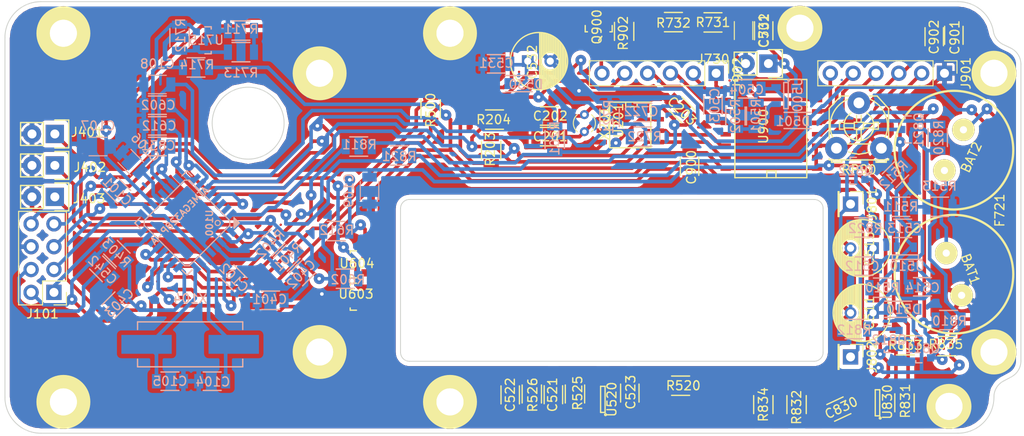
<source format=kicad_pcb>
(kicad_pcb (version 4) (host pcbnew 4.0.4-stable)
  (layers (0 F.Cu signal) (31 B.Cu signal) (34 B.Paste user hide) (35 F.Paste user hide) (36 B.SilkS user hide) (37 F.SilkS user hide) (38 B.Mask user hide) (39 F.Mask user hide) (44 Edge.Cuts user))
  (net 0 "")
  (net 1 "Net-(BAT1-Pad1)")
  (net 2 GND)
  (net 3 "Net-(BAT2-Pad1)")
  (net 4 VCC)
  (net 5 "Net-(C104-Pad2)")
  (net 6 "Net-(C105-Pad2)")
  (net 7 "Net-(C201-Pad1)")
  (net 8 "Net-(C202-Pad1)")
  (net 9 V_rtc)
  (net 10 BP1)
  (net 11 BP2)
  (net 12 BP3)
  (net 13 V_sol)
  (net 14 "Net-(C503-Pad1)")
  (net 15 "Net-(C504-Pad1)")
  (net 16 "Net-(C511-Pad1)")
  (net 17 "Net-(C513-Pad1)")
  (net 18 VPP)
  (net 19 "Net-(C522-Pad1)")
  (net 20 V_bat)
  (net 21 quadA)
  (net 22 quadB)
  (net 23 V_ref)
  (net 24 M_imot)
  (net 25 "Net-(J101-Pad1)")
  (net 26 "Net-(J101-Pad3)")
  (net 27 "Net-(J101-Pad4)")
  (net 28 "Net-(J101-Pad5)")
  (net 29 SDA)
  (net 30 SCL)
  (net 31 "Net-(J901-Pad4)")
  (net 32 "Net-(J901-Pad5)")
  (net 33 "Net-(J901-Pad6)")
  (net 34 "Net-(J902-Pad1)")
  (net 35 "Net-(J902-Pad2)")
  (net 36 "Net-(J902-Pad3)")
  (net 37 "Net-(J902-Pad4)")
  (net 38 "Net-(J902-Pad6)")
  (net 39 "Net-(Q811-Pad1)")
  (net 40 "Net-(Q811-Pad2)")
  (net 41 "Net-(Q812-Pad1)")
  (net 42 "Net-(Q821-Pad1)")
  (net 43 "Net-(Q822-Pad1)")
  (net 44 "Net-(Q900-Pad1)")
  (net 45 alarm)
  (net 46 charge_OFF)
  (net 47 "Net-(R510-Pad2)")
  (net 48 VppEn)
  (net 49 "Net-(R711-Pad1)")
  (net 50 M_bat)
  (net 51 M_sol)
  (net 52 C_frw)
  (net 53 C_bkw)
  (net 54 "Net-(R831-Pad2)")
  (net 55 "Net-(R832-Pad2)")
  (net 56 "Net-(R833-Pad1)")
  (net 57 "Net-(R902-Pad1)")
  (net 58 "Net-(J802-Pad1)")
  (net 59 "Net-(J801-Pad1)")
  (net 60 "Net-(C901-Pad2)")
  (net 61 "Net-(R511-Pad1)")
  (net 62 "Net-(R712-Pad2)")
  (module SMD_Packages:SO-16-W (layer F.Cu) (at 187.2 66.1 90)
    (fp_text reference U900 (at 0.254 -0.889 90) (layer F.SilkS))
    (fp_text value PCF8574)
    (pad 1 smd rect (at -4.445 5.08 90) (size 0.508 1.143) (layers F.Cu F.Paste F.Mask) (net 4 VCC))
    (pad 2 smd rect (at -3.175 5.08 90) (size 0.508 1.143) (layers F.Cu F.Paste F.Mask) (net 4 VCC))
    (pad 3 smd rect (at -1.905 5.08 90) (size 0.508 1.143) (layers F.Cu F.Paste F.Mask) (net 4 VCC))
    (pad 4 smd rect (at -0.635 5.08 90) (size 0.508 1.143) (layers F.Cu F.Paste F.Mask) (net 31 "Net-(J901-Pad4)"))
    (pad 5 smd rect (at 0.635 5.08 90) (size 0.508 1.143) (layers F.Cu F.Paste F.Mask) (net 32 "Net-(J901-Pad5)"))
    (pad 6 smd rect (at 1.905 5.08 90) (size 0.508 1.143) (layers F.Cu F.Paste F.Mask) (net 33 "Net-(J901-Pad6)"))
    (pad 7 smd rect (at 3.175 5.08 90) (size 0.508 1.143) (layers F.Cu F.Paste F.Mask) (net 57 "Net-(R902-Pad1)"))
    (pad 8 smd rect (at 4.445 5.08 90) (size 0.508 1.143) (layers F.Cu F.Paste F.Mask) (net 2 GND))
    (pad 9 smd rect (at 4.445 -5.08 90) (size 0.508 1.143) (layers F.Cu F.Paste F.Mask) (net 34 "Net-(J902-Pad1)"))
    (pad 10 smd rect (at 3.175 -5.08 90) (size 0.508 1.143) (layers F.Cu F.Paste F.Mask) (net 35 "Net-(J902-Pad2)"))
    (pad 11 smd rect (at 1.905 -5.08 90) (size 0.508 1.143) (layers F.Cu F.Paste F.Mask) (net 36 "Net-(J902-Pad3)"))
    (pad 12 smd rect (at 0.635 -5.08 90) (size 0.508 1.143) (layers F.Cu F.Paste F.Mask) (net 37 "Net-(J902-Pad4)"))
    (pad 13 smd rect (at -0.635 -5.08 90) (size 0.508 1.143) (layers F.Cu F.Paste F.Mask))
    (pad 14 smd rect (at -1.905 -5.08 90) (size 0.508 1.143) (layers F.Cu F.Paste F.Mask) (net 30 SCL))
    (pad 15 smd rect (at -3.175 -5.08 90) (size 0.508 1.143) (layers F.Cu F.Paste F.Mask) (net 29 SDA))
    (pad 16 smd rect (at -4.445 -5.08 90) (size 0.508 1.143) (layers F.Cu F.Paste F.Mask) (net 4 VCC))
  )
  (module Resistors_SMD:R_1206 (layer F.Cu) (at 176.3 54.26 180)
    (fp_text reference R732 (at 0 -0.1 180) (layer F.SilkS))
    (fp_text value 47k)
    (pad 1 smd rect (at -1.45 0 180) (size 0.9 1.7) (layers F.Cu F.Paste F.Mask) (net 51 M_sol))
    (pad 2 smd rect (at 1.45 0 180) (size 0.9 1.7) (layers F.Cu F.Paste F.Mask) (net 2 GND))
  )
  (module Resistors_SMD:R_1206 (layer F.Cu) (at 206.7 90.3 180)
    (fp_text reference R835 (at 0.1 0.2 180) (layer F.SilkS))
    (fp_text value 0R2)
    (pad 1 smd rect (at -1.45 0 180) (size 0.9 1.7) (layers F.Cu F.Paste F.Mask) (net 2 GND))
    (pad 2 smd rect (at 1.45 0 180) (size 0.9 1.7) (layers F.Cu F.Paste F.Mask) (net 40 "Net-(Q811-Pad2)"))
  )
  (module Resistors_SMD:R_1206 (layer B.Cu) (at 205.7 67.1 90)
    (fp_text reference R820 (at 0 0.1 90) (layer B.SilkS) (effects (justify mirror)))
    (fp_text value 2k2)
    (pad 1 smd rect (at -1.45 0 90) (size 0.9 1.7) (layers B.Cu B.Paste B.Mask) (net 40 "Net-(Q811-Pad2)"))
    (pad 2 smd rect (at 1.45 0 90) (size 0.9 1.7) (layers B.Cu B.Paste B.Mask) (net 42 "Net-(Q821-Pad1)"))
  )
  (module gdi:3mm_screw (layer F.Cu) (at 190.37 54.94)
    (fp_text reference H4 (at 0 0.5) (layer F.SilkS))
    (fp_text value hole hide)
    (pad 1 thru_hole circle (at 0 0) (size 5 5) (drill 3) (layers *.Mask F.Cu F.SilkS) (net 2 GND))
    (pad 1 thru_hole circle (at 0 0) (size 4 4) (drill 3) (layers *.Cu *.Mask F.SilkS) (net 2 GND))
  )
  (module Capacitors_SMD:C_1206 (layer B.Cu) (at 135.03934 82.16066 225)
    (fp_text reference C402 (at 0.2 0 225) (layer B.SilkS) (effects (justify mirror)))
    (fp_text value 100nF)
    (pad 1 smd rect (at -1.5 0 225) (size 1 1.6) (layers B.Cu B.Paste B.Mask) (net 11 BP2))
    (pad 2 smd rect (at 1.5 0 225) (size 1 1.6) (layers B.Cu B.Paste B.Mask) (net 2 GND))
  )
  (module Resistors_SMD:R_1206 (layer B.Cu) (at 138.8 77.5)
    (fp_text reference R612 (at 0.05 -0.1) (layer B.SilkS) (effects (justify mirror)))
    (fp_text value 10k)
    (pad 1 smd rect (at -1.45 0) (size 0.9 1.7) (layers B.Cu B.Paste B.Mask) (net 4 VCC))
    (pad 2 smd rect (at 1.45 0) (size 0.9 1.7) (layers B.Cu B.Paste B.Mask) (net 22 quadB))
  )
  (module TO_SOT_Packages_SMD:SOT-23 (layer B.Cu) (at 200.39822 89.5 270)
    (fp_text reference Q812 (at 0.1 0.09924 540) (layer B.SilkS) (effects (justify mirror)))
    (fp_text value PNP)
    (pad 1 smd rect (at -0.95 -1.00076 270) (size 0.8001 0.8001) (layers B.Cu B.Paste B.Mask) (net 41 "Net-(Q812-Pad1)"))
    (pad 2 smd rect (at 0.95 -1.00076 270) (size 0.8001 0.8001) (layers B.Cu B.Paste B.Mask) (net 18 VPP))
    (pad 3 smd rect (at 0 0.99822 270) (size 0.8001 0.8001) (layers B.Cu B.Paste B.Mask) (net 58 "Net-(J802-Pad1)"))
  )
  (module Capacitors_ThroughHole:C_Radial_D6.3_L11.2_P2.5 (layer F.Cu) (at 198.5 86.6 180)
    (fp_text reference C511 (at 0.4 0 270) (layer F.SilkS))
    (fp_text value 470uF)
    (pad 2 thru_hole circle (at 2.5 0 180) (size 1.3 1.3) (drill 0.8) (layers *.Cu *.Mask) (net 2 GND))
    (pad 1 thru_hole rect (at 0 0 180) (size 1.3 1.3) (drill 0.8) (layers *.Cu *.Mask) (net 16 "Net-(C511-Pad1)"))
  )
  (module Fuse_Holders_and_Fuses:Fuse_SMD1206_Reflow (layer F.Cu) (at 212.5 75.4 270)
    (fp_text reference F721 (at -0.2 -0.1 270) (layer F.SilkS))
    (fp_text value 5A)
    (pad 1 smd rect (at -1.20396 0) (size 2.02946 1.14046) (layers F.Cu F.Paste F.Mask) (net 3 "Net-(BAT2-Pad1)"))
    (pad 2 smd rect (at 1.20396 0) (size 2.02946 1.14046) (layers F.Cu F.Paste F.Mask) (net 20 V_bat))
  )
  (module Resistors_SMD:R_1206 (layer B.Cu) (at 196.4 88.4)
    (fp_text reference R812 (at 0 0.1) (layer B.SilkS) (effects (justify mirror)))
    (fp_text value 330)
    (pad 1 smd rect (at -1.45 0) (size 0.9 1.7) (layers B.Cu B.Paste B.Mask) (net 59 "Net-(J801-Pad1)"))
    (pad 2 smd rect (at 1.45 0) (size 0.9 1.7) (layers B.Cu B.Paste B.Mask) (net 41 "Net-(Q812-Pad1)"))
  )
  (module Resistors_SMD:R_1206 (layer B.Cu) (at 197.45 77.1)
    (fp_text reference R822 (at 0.2 0.1) (layer B.SilkS) (effects (justify mirror)))
    (fp_text value 330)
    (pad 1 smd rect (at -1.45 0) (size 0.9 1.7) (layers B.Cu B.Paste B.Mask) (net 58 "Net-(J802-Pad1)"))
    (pad 2 smd rect (at 1.45 0) (size 0.9 1.7) (layers B.Cu B.Paste B.Mask) (net 43 "Net-(Q822-Pad1)"))
  )
  (module TO_SOT_Packages_SMD:SOT-23 (layer B.Cu) (at 202.7 66.2 270)
    (fp_text reference Q821 (at 0.05 -0.90076 270) (layer B.SilkS) (effects (justify mirror)))
    (fp_text value NPN)
    (pad 1 smd rect (at -0.95 -1.00076 270) (size 0.8001 0.8001) (layers B.Cu B.Paste B.Mask) (net 42 "Net-(Q821-Pad1)"))
    (pad 2 smd rect (at 0.95 -1.00076 270) (size 0.8001 0.8001) (layers B.Cu B.Paste B.Mask) (net 40 "Net-(Q811-Pad2)"))
    (pad 3 smd rect (at 0 0.99822 270) (size 0.8001 0.8001) (layers B.Cu B.Paste B.Mask) (net 59 "Net-(J801-Pad1)"))
  )
  (module Potentiometers:Potentiometer_Triwood_RM-065 (layer F.Cu) (at 194.43064 68.27936)
    (fp_text reference RP90 (at 2.5 2.4) (layer F.SilkS))
    (fp_text value 100k)
    (pad 2 thru_hole circle (at 2.49936 -5.03936) (size 2.49936 2.49936) (drill 1.2) (layers *.Cu *.Mask) (net 60 "Net-(C901-Pad2)"))
    (pad 3 thru_hole circle (at 4.99872 0) (size 2.49936 2.49936) (drill 1.2) (layers *.Cu *.Mask) (net 2 GND))
    (pad 1 thru_hole circle (at 0 0) (size 2.49936 2.49936) (drill 1.2) (layers *.Cu *.Mask) (net 4 VCC))
  )
  (module Resistors_SMD:R_1206 (layer B.Cu) (at 201.6 74.8 180)
    (fp_text reference R511 (at 0 0 180) (layer B.SilkS) (effects (justify mirror)))
    (fp_text value 100k)
    (pad 1 smd rect (at -1.45 0 180) (size 0.9 1.7) (layers B.Cu B.Paste B.Mask) (net 61 "Net-(R511-Pad1)"))
    (pad 2 smd rect (at 1.45 0 180) (size 0.9 1.7) (layers B.Cu B.Paste B.Mask) (net 17 "Net-(C513-Pad1)"))
  )
  (module Resistors_SMD:R_1206 (layer F.Cu) (at 186.3 96.8 270)
    (fp_text reference R834 (at 0 0 270) (layer F.SilkS))
    (fp_text value 1k)
    (pad 1 smd rect (at -1.45 0 270) (size 0.9 1.7) (layers F.Cu F.Paste F.Mask) (net 55 "Net-(R832-Pad2)"))
    (pad 2 smd rect (at 1.45 0 270) (size 0.9 1.7) (layers F.Cu F.Paste F.Mask) (net 2 GND))
  )
  (module gdi:HFC1330 (layer F.Cu) (at 207.5 82.3 290)
    (fp_text reference BAT1 (at 0.1 -1.9 290) (layer F.SilkS))
    (fp_text value BAT)
    (pad 1 thru_hole circle (at -2.5 0 290) (size 2.5 2.5) (drill 0.8) (layers *.Cu *.Mask F.SilkS) (net 1 "Net-(BAT1-Pad1)"))
    (pad 2 thru_hole circle (at 2.5 0 290) (size 2.5 2.5) (drill 0.8) (layers *.Cu *.Mask F.SilkS) (net 2 GND))
  )
  (module gdi:HFC1330 (layer F.Cu) (at 207.5 68.5 245)
    (fp_text reference BAT2 (at -0.1 -2.1 245) (layer F.SilkS))
    (fp_text value BAT)
    (pad 1 thru_hole circle (at -2.5 0 245) (size 2.5 2.5) (drill 0.8) (layers *.Cu *.Mask F.SilkS) (net 3 "Net-(BAT2-Pad1)"))
    (pad 2 thru_hole circle (at 2.5 0 245) (size 2.5 2.5) (drill 0.8) (layers *.Cu *.Mask F.SilkS) (net 1 "Net-(BAT1-Pad1)"))
  )
  (module Capacitors_ThroughHole:C_Radial_D6.3_L11.2_P2.5 (layer F.Cu) (at 198.5 79.4 180)
    (fp_text reference C515 (at 0.4 -0.06 270) (layer F.SilkS))
    (fp_text value 470uF)
    (pad 2 thru_hole circle (at 2.5 0 180) (size 1.3 1.3) (drill 0.8) (layers *.Cu *.Mask) (net 2 GND))
    (pad 1 thru_hole rect (at 0 0 180) (size 1.3 1.3) (drill 0.8) (layers *.Cu *.Mask) (net 4 VCC))
  )
  (module Capacitors_ThroughHole:C_Radial_D6.3_L11.2_P2.5 (layer F.Cu) (at 160.1 58.6)
    (fp_text reference C532 (at 0.51 0.1 90) (layer F.SilkS))
    (fp_text value 470uF)
    (pad 2 thru_hole circle (at 2.5 0) (size 1.3 1.3) (drill 0.8) (layers *.Cu *.Mask) (net 2 GND))
    (pad 1 thru_hole rect (at 0 0) (size 1.3 1.3) (drill 0.8) (layers *.Cu *.Mask) (net 9 V_rtc))
  )
  (module Diodes_SMD:SOD-123 (layer B.Cu) (at 189.6 65.2 180)
    (fp_text reference D501 (at 0 -0.1 180) (layer B.SilkS) (effects (justify mirror)))
    (fp_text value SCHOTTKY)
    (pad 1 smd rect (at -1.635 0 180) (size 0.91 1.22) (layers B.Cu B.Paste B.Mask) (net 20 V_bat))
    (pad 2 smd rect (at 1.635 0 180) (size 0.91 1.22) (layers B.Cu B.Paste B.Mask) (net 15 "Net-(C504-Pad1)"))
  )
  (module Diodes_SMD:SOD-123 (layer B.Cu) (at 201.8 86.2)
    (fp_text reference D510 (at 0.1 0) (layer B.SilkS) (effects (justify mirror)))
    (fp_text value SCHOTTKY)
    (pad 1 smd rect (at -1.635 0) (size 0.91 1.22) (layers B.Cu B.Paste B.Mask) (net 16 "Net-(C511-Pad1)"))
    (pad 2 smd rect (at 1.635 0) (size 0.91 1.22) (layers B.Cu B.Paste B.Mask) (net 20 V_bat))
  )
  (module Diodes_SMD:SOD-123 (layer B.Cu) (at 159.6 61.1)
    (fp_text reference D530 (at 0.3 0.1) (layer B.SilkS) (effects (justify mirror)))
    (fp_text value SCHOTTKY)
    (pad 1 smd rect (at -1.635 0) (size 0.91 1.22) (layers B.Cu B.Paste B.Mask) (net 9 V_rtc))
    (pad 2 smd rect (at 1.635 0) (size 0.91 1.22) (layers B.Cu B.Paste B.Mask) (net 4 VCC))
  )
  (module gdi:3mm_screw (layer F.Cu) (at 108.45 96.5)
    (fp_text reference H1 (at 0 0.5) (layer F.SilkS))
    (fp_text value hole hide)
    (pad 1 thru_hole circle (at 0 0) (size 6 6) (drill 3) (layers *.Mask F.Cu F.SilkS) (net 2 GND))
    (pad 1 thru_hole circle (at 0 0) (size 4 4) (drill 3) (layers *.Cu *.Mask F.SilkS) (net 2 GND))
  )
  (module gdi:3mm_screw (layer F.Cu) (at 151.45 96.5)
    (fp_text reference H2 (at 0 0.5) (layer F.SilkS))
    (fp_text value hole hide)
    (pad 1 thru_hole circle (at 0 0) (size 6 6) (drill 3) (layers *.Mask F.Cu F.SilkS) (net 2 GND))
    (pad 1 thru_hole circle (at 0 0) (size 4 4) (drill 3) (layers *.Cu *.Mask F.SilkS) (net 2 GND))
  )
  (module gdi:3mm_screw (layer F.Cu) (at 206.95 97)
    (fp_text reference H3 (at 0 0.5) (layer F.SilkS))
    (fp_text value hole hide)
    (pad 1 thru_hole circle (at 0 0) (size 5 5) (drill 3) (layers *.Mask F.Cu F.SilkS) (net 2 GND))
    (pad 1 thru_hole circle (at 0 0) (size 4 4) (drill 3) (layers *.Cu *.Mask F.SilkS) (net 2 GND))
  )
  (module gdi:3mm_screw (layer F.Cu) (at 151.45 55.5)
    (fp_text reference H5 (at 0 0.5) (layer F.SilkS))
    (fp_text value hole hide)
    (pad 1 thru_hole circle (at 0 0) (size 6 6) (drill 3) (layers *.Mask F.Cu F.SilkS) (net 2 GND))
    (pad 1 thru_hole circle (at 0 0) (size 4 4) (drill 3) (layers *.Cu *.Mask F.SilkS) (net 2 GND))
  )
  (module gdi:3mm_screw (layer F.Cu) (at 108.45 55.5)
    (fp_text reference H6 (at 0 0.5) (layer F.SilkS))
    (fp_text value hole hide)
    (pad 1 thru_hole circle (at 0 0) (size 6 6) (drill 3) (layers *.Mask F.Cu F.SilkS) (net 2 GND))
    (pad 1 thru_hole circle (at 0 0) (size 4 4) (drill 3) (layers *.Cu *.Mask F.SilkS) (net 2 GND))
  )
  (module Pin_Headers:Pin_Header_Straight_1x02 (layer F.Cu) (at 107.5 66.7 270)
    (fp_text reference J401 (at -0.2 -3.6 360) (layer F.SilkS))
    (fp_text value HEADER_2 hide)
    (pad 1 thru_hole rect (at 0 0 270) (size 2.032 2.032) (drill 1) (layers *.Cu *.Mask) (net 10 BP1))
    (pad 2 thru_hole oval (at 0 2.54 270) (size 2.032 2.032) (drill 1) (layers *.Cu *.Mask) (net 2 GND))
  )
  (module Pin_Headers:Pin_Header_Straight_1x02 (layer F.Cu) (at 107.5 70.2 270)
    (fp_text reference J402 (at 0.2 -3.9 360) (layer F.SilkS))
    (fp_text value HEADER_2 hide)
    (pad 1 thru_hole rect (at 0 0 270) (size 2.032 2.032) (drill 1) (layers *.Cu *.Mask) (net 11 BP2))
    (pad 2 thru_hole oval (at 0 2.54 270) (size 2.032 2.032) (drill 1) (layers *.Cu *.Mask) (net 2 GND))
  )
  (module Pin_Headers:Pin_Header_Straight_1x02 (layer F.Cu) (at 107.5 73.7 270)
    (fp_text reference J403 (at 0.2 -3.8 360) (layer F.SilkS))
    (fp_text value HEADER_2 hide)
    (pad 1 thru_hole rect (at 0 0 270) (size 2.032 2.032) (drill 1) (layers *.Cu *.Mask) (net 12 BP3))
    (pad 2 thru_hole oval (at 0 2.54 270) (size 2.032 2.032) (drill 1) (layers *.Cu *.Mask) (net 2 GND))
  )
  (module Pin_Headers:Pin_Header_Straight_1x02 (layer F.Cu) (at 186.87 58.87 270)
    (fp_text reference J730 (at -0.5 6.14 360) (layer F.SilkS))
    (fp_text value HEADER_2 hide)
    (pad 1 thru_hole rect (at 0 0 270) (size 2.032 2.032) (drill 1) (layers *.Cu *.Mask) (net 13 V_sol))
    (pad 2 thru_hole oval (at 0 2.54 270) (size 2.032 2.032) (drill 1) (layers *.Cu *.Mask) (net 2 GND))
  )
  (module w_lqfp:lqfp32 (layer B.Cu) (at 122.2 76.6 225)
    (fp_text reference U100 (at -1.767767 -1.767767 270) (layer B.SilkS) (effects (font (size 0.7493 0.7493) (thickness 0.14986)) (justify mirror)))
    (fp_text value ATMEGA328P-A (at 0 1.143 225) (layer B.SilkS) (effects (font (size 0.7493 0.7493) (thickness 0.14986)) (justify mirror)))
    (pad 4 smd rect (at -0.39878 -4.09956 225) (size 0.55118 1.30048) (layers B.Cu B.Paste B.Mask) (net 4 VCC))
    (pad 5 smd rect (at 0.39878 -4.09956 225) (size 0.55118 1.30048) (layers B.Cu B.Paste B.Mask) (net 2 GND))
    (pad 6 smd rect (at 1.19888 -4.09956 225) (size 0.55118 1.30048) (layers B.Cu B.Paste B.Mask) (net 4 VCC))
    (pad 7 smd rect (at 1.99898 -4.09956 225) (size 0.55118 1.30048) (layers B.Cu B.Paste B.Mask) (net 5 "Net-(C104-Pad2)"))
    (pad 8 smd rect (at 2.79908 -4.09956 225) (size 0.55118 1.30048) (layers B.Cu B.Paste B.Mask) (net 6 "Net-(C105-Pad2)"))
    (pad 1 smd rect (at -2.79908 -4.09956 225) (size 0.55118 1.30048) (layers B.Cu B.Paste B.Mask) (net 11 BP2))
    (pad 2 smd rect (at -1.99898 -4.09956 225) (size 0.55118 1.30048) (layers B.Cu B.Paste B.Mask) (net 10 BP1))
    (pad 3 smd rect (at -1.19888 -4.09956 225) (size 0.55118 1.30048) (layers B.Cu B.Paste B.Mask) (net 2 GND))
    (pad 9 smd rect (at 4.09956 -2.79908 225) (size 1.30048 0.55118) (layers B.Cu B.Paste B.Mask) (net 12 BP3))
    (pad 10 smd rect (at 4.09956 -1.99898 225) (size 1.30048 0.55118) (layers B.Cu B.Paste B.Mask) (net 46 charge_OFF))
    (pad 11 smd rect (at 4.09956 -1.19888 225) (size 1.30048 0.55118) (layers B.Cu B.Paste B.Mask) (net 48 VppEn))
    (pad 12 smd rect (at 4.09956 -0.39878 225) (size 1.30048 0.55118) (layers B.Cu B.Paste B.Mask) (net 52 C_frw))
    (pad 13 smd rect (at 4.09956 0.39878 225) (size 1.30048 0.55118) (layers B.Cu B.Paste B.Mask) (net 53 C_bkw))
    (pad 14 smd rect (at 4.09956 1.19888 225) (size 1.30048 0.55118) (layers B.Cu B.Paste B.Mask))
    (pad 15 smd rect (at 4.09956 1.99898 225) (size 1.30048 0.55118) (layers B.Cu B.Paste B.Mask) (net 27 "Net-(J101-Pad4)"))
    (pad 16 smd rect (at 4.09956 2.79908 225) (size 1.30048 0.55118) (layers B.Cu B.Paste B.Mask) (net 25 "Net-(J101-Pad1)"))
    (pad 17 smd rect (at 2.79908 4.09956 225) (size 0.55118 1.30048) (layers B.Cu B.Paste B.Mask) (net 26 "Net-(J101-Pad3)"))
    (pad 18 smd rect (at 1.99898 4.09956 225) (size 0.55118 1.30048) (layers B.Cu B.Paste B.Mask) (net 4 VCC))
    (pad 19 smd rect (at 1.19888 4.09956 225) (size 0.55118 1.30048) (layers B.Cu B.Paste B.Mask) (net 51 M_sol))
    (pad 20 smd rect (at 0.39878 4.09956 225) (size 0.55118 1.30048) (layers B.Cu B.Paste B.Mask) (net 23 V_ref))
    (pad 21 smd rect (at -0.39878 4.09956 225) (size 0.55118 1.30048) (layers B.Cu B.Paste B.Mask) (net 2 GND))
    (pad 22 smd rect (at -1.19888 4.09956 225) (size 0.55118 1.30048) (layers B.Cu B.Paste B.Mask) (net 50 M_bat))
    (pad 23 smd rect (at -1.99898 4.09956 225) (size 0.55118 1.30048) (layers B.Cu B.Paste B.Mask) (net 24 M_imot))
    (pad 24 smd rect (at -2.79908 4.09956 225) (size 0.55118 1.30048) (layers B.Cu B.Paste B.Mask))
    (pad 25 smd rect (at -4.09956 2.79908 225) (size 1.30048 0.55118) (layers B.Cu B.Paste B.Mask) (net 22 quadB))
    (pad 26 smd rect (at -4.09956 1.99898 225) (size 1.30048 0.55118) (layers B.Cu B.Paste B.Mask) (net 21 quadA))
    (pad 27 smd rect (at -4.09956 1.19888 225) (size 1.30048 0.55118) (layers B.Cu B.Paste B.Mask) (net 29 SDA))
    (pad 28 smd rect (at -4.09956 0.39878 225) (size 1.30048 0.55118) (layers B.Cu B.Paste B.Mask) (net 30 SCL))
    (pad 29 smd rect (at -4.09956 -0.39878 225) (size 1.30048 0.55118) (layers B.Cu B.Paste B.Mask) (net 28 "Net-(J101-Pad5)"))
    (pad 30 smd rect (at -4.09956 -1.19888 225) (size 1.30048 0.55118) (layers B.Cu B.Paste B.Mask))
    (pad 31 smd rect (at -4.09956 -1.99898 225) (size 1.30048 0.55118) (layers B.Cu B.Paste B.Mask))
    (pad 32 smd rect (at -4.09956 -2.79908 225) (size 1.30048 0.55118) (layers B.Cu B.Paste B.Mask) (net 45 alarm))
  )
  (module SMD_Packages:SOIC-8-N (layer F.Cu) (at 171.5 65.7 270)
    (fp_text reference U201 (at -0.5 1.3 270) (layer F.SilkS))
    (fp_text value MCP7940)
    (pad 8 smd rect (at -1.905 -3.175 270) (size 0.508 1.143) (layers F.Cu F.Paste F.Mask) (net 9 V_rtc))
    (pad 7 smd rect (at -0.635 -3.175 270) (size 0.508 1.143) (layers F.Cu F.Paste F.Mask) (net 45 alarm))
    (pad 6 smd rect (at 0.635 -3.175 270) (size 0.508 1.143) (layers F.Cu F.Paste F.Mask) (net 30 SCL))
    (pad 5 smd rect (at 1.905 -3.175 270) (size 0.508 1.143) (layers F.Cu F.Paste F.Mask) (net 29 SDA))
    (pad 4 smd rect (at 1.905 3.175 270) (size 0.508 1.143) (layers F.Cu F.Paste F.Mask) (net 2 GND))
    (pad 3 smd rect (at 0.635 3.175 270) (size 0.508 1.143) (layers F.Cu F.Paste F.Mask) (net 45 alarm))
    (pad 2 smd rect (at -0.635 3.175 270) (size 0.508 1.143) (layers F.Cu F.Paste F.Mask) (net 7 "Net-(C201-Pad1)"))
    (pad 1 smd rect (at -1.905 3.175 270) (size 0.508 1.143) (layers F.Cu F.Paste F.Mask) (net 8 "Net-(C202-Pad1)"))
  )
  (module Capacitors_SMD:C_1206 (layer B.Cu) (at 114.5 73 315)
    (fp_text reference C101 (at 0 0.1 315) (layer B.SilkS) (effects (justify mirror)))
    (fp_text value 100nF)
    (pad 1 smd rect (at -1.5 0 315) (size 1 1.6) (layers B.Cu B.Paste B.Mask) (net 2 GND))
    (pad 2 smd rect (at 1.5 0 315) (size 1 1.6) (layers B.Cu B.Paste B.Mask) (net 4 VCC))
  )
  (module Capacitors_SMD:C_1206 (layer B.Cu) (at 127.4 82.7 135)
    (fp_text reference C102 (at 0 0 135) (layer B.SilkS) (effects (justify mirror)))
    (fp_text value 100nF)
    (pad 1 smd rect (at -1.5 0 135) (size 1 1.6) (layers B.Cu B.Paste B.Mask) (net 2 GND))
    (pad 2 smd rect (at 1.5 0 135) (size 1 1.6) (layers B.Cu B.Paste B.Mask) (net 4 VCC))
  )
  (module Capacitors_SMD:C_1206 (layer B.Cu) (at 125 94.2)
    (fp_text reference C104 (at 0.070711 0.070711) (layer B.SilkS) (effects (justify mirror)))
    (fp_text value 10pF)
    (pad 1 smd rect (at -1.5 0) (size 1 1.6) (layers B.Cu B.Paste B.Mask) (net 2 GND))
    (pad 2 smd rect (at 1.5 0) (size 1 1.6) (layers B.Cu B.Paste B.Mask) (net 5 "Net-(C104-Pad2)"))
  )
  (module Capacitors_SMD:C_1206 (layer B.Cu) (at 120.3 94.2 180)
    (fp_text reference C105 (at 0 0 180) (layer B.SilkS) (effects (justify mirror)))
    (fp_text value 10pF)
    (pad 1 smd rect (at -1.5 0 180) (size 1 1.6) (layers B.Cu B.Paste B.Mask) (net 2 GND))
    (pad 2 smd rect (at 1.5 0 180) (size 1 1.6) (layers B.Cu B.Paste B.Mask) (net 6 "Net-(C105-Pad2)"))
  )
  (module Capacitors_SMD:C_1206 (layer F.Cu) (at 162.5 67 180)
    (fp_text reference C201 (at -0.1 0 180) (layer F.SilkS))
    (fp_text value 10pF)
    (pad 1 smd rect (at -1.5 0 180) (size 1 1.6) (layers F.Cu F.Paste F.Mask) (net 7 "Net-(C201-Pad1)"))
    (pad 2 smd rect (at 1.5 0 180) (size 1 1.6) (layers F.Cu F.Paste F.Mask) (net 2 GND))
  )
  (module Capacitors_SMD:C_1206 (layer F.Cu) (at 162.5 64.7 180)
    (fp_text reference C202 (at -0.1 0 180) (layer F.SilkS))
    (fp_text value 10pF)
    (pad 1 smd rect (at -1.5 0 180) (size 1 1.6) (layers F.Cu F.Paste F.Mask) (net 8 "Net-(C202-Pad1)"))
    (pad 2 smd rect (at 1.5 0 180) (size 1 1.6) (layers F.Cu F.Paste F.Mask) (net 2 GND))
  )
  (module Capacitors_SMD:C_1206 (layer F.Cu) (at 177.23934 64.03934 135)
    (fp_text reference C203 (at -0.070711 -0.070711 135) (layer F.SilkS))
    (fp_text value 100nF)
    (pad 1 smd rect (at -1.5 0 135) (size 1 1.6) (layers F.Cu F.Paste F.Mask) (net 9 V_rtc))
    (pad 2 smd rect (at 1.5 0 135) (size 1 1.6) (layers F.Cu F.Paste F.Mask) (net 2 GND))
  )
  (module Capacitors_SMD:C_1206 (layer B.Cu) (at 131.5 85.2 180)
    (fp_text reference C401 (at 0.1 0.1 180) (layer B.SilkS) (effects (justify mirror)))
    (fp_text value 100nF)
    (pad 1 smd rect (at -1.5 0 180) (size 1 1.6) (layers B.Cu B.Paste B.Mask) (net 10 BP1))
    (pad 2 smd rect (at 1.5 0 180) (size 1 1.6) (layers B.Cu B.Paste B.Mask) (net 2 GND))
  )
  (module Capacitors_SMD:C_1206 (layer B.Cu) (at 114.2 85.7 225)
    (fp_text reference C403 (at -0.5 -0.2 225) (layer B.SilkS) (effects (justify mirror)))
    (fp_text value 100nF)
    (pad 1 smd rect (at -1.5 0 225) (size 1 1.6) (layers B.Cu B.Paste B.Mask) (net 12 BP3))
    (pad 2 smd rect (at 1.5 0 225) (size 1 1.6) (layers B.Cu B.Paste B.Mask) (net 2 GND))
  )
  (module Capacitors_SMD:C_1206 (layer F.Cu) (at 186.34 55.22 90)
    (fp_text reference C501 (at 0 0 90) (layer F.SilkS))
    (fp_text value 10uF)
    (pad 1 smd rect (at -1.5 0 90) (size 1 1.6) (layers F.Cu F.Paste F.Mask) (net 13 V_sol))
    (pad 2 smd rect (at 1.5 0 90) (size 1 1.6) (layers F.Cu F.Paste F.Mask) (net 2 GND))
  )
  (module Capacitors_SMD:C_1206 (layer B.Cu) (at 180.7 63.5 90)
    (fp_text reference C503 (at 0 0.2 90) (layer B.SilkS) (effects (justify mirror)))
    (fp_text value 470pF)
    (pad 1 smd rect (at -1.5 0 90) (size 1 1.6) (layers B.Cu B.Paste B.Mask) (net 14 "Net-(C503-Pad1)"))
    (pad 2 smd rect (at 1.5 0 90) (size 1 1.6) (layers B.Cu B.Paste B.Mask) (net 2 GND))
  )
  (module Capacitors_SMD:C_1206 (layer B.Cu) (at 184.55 61.68 180)
    (fp_text reference C504 (at 0.1 -0.1 180) (layer B.SilkS) (effects (justify mirror)))
    (fp_text value 10uF)
    (pad 1 smd rect (at -1.5 0 180) (size 1 1.6) (layers B.Cu B.Paste B.Mask) (net 15 "Net-(C504-Pad1)"))
    (pad 2 smd rect (at 1.5 0 180) (size 1 1.6) (layers B.Cu B.Paste B.Mask) (net 2 GND))
  )
  (module Capacitors_SMD:C_1206 (layer B.Cu) (at 197.5 81.4 180)
    (fp_text reference C512 (at 0.2 0 180) (layer B.SilkS) (effects (justify mirror)))
    (fp_text value 10uF)
    (pad 1 smd rect (at -1.5 0 180) (size 1 1.6) (layers B.Cu B.Paste B.Mask) (net 4 VCC))
    (pad 2 smd rect (at 1.5 0 180) (size 1 1.6) (layers B.Cu B.Paste B.Mask) (net 2 GND))
  )
  (module Capacitors_SMD:C_1206 (layer B.Cu) (at 201.8 77.2)
    (fp_text reference C513 (at 0.2 0) (layer B.SilkS) (effects (justify mirror)))
    (fp_text value 470pF)
    (pad 1 smd rect (at -1.5 0) (size 1 1.6) (layers B.Cu B.Paste B.Mask) (net 17 "Net-(C513-Pad1)"))
    (pad 2 smd rect (at 1.5 0) (size 1 1.6) (layers B.Cu B.Paste B.Mask) (net 2 GND))
  )
  (module Capacitors_SMD:C_1206 (layer B.Cu) (at 204 83.7 180)
    (fp_text reference C514 (at 0 -0.1 180) (layer B.SilkS) (effects (justify mirror)))
    (fp_text value 10uF)
    (pad 1 smd rect (at -1.5 0 180) (size 1 1.6) (layers B.Cu B.Paste B.Mask) (net 16 "Net-(C511-Pad1)"))
    (pad 2 smd rect (at 1.5 0 180) (size 1 1.6) (layers B.Cu B.Paste B.Mask) (net 2 GND))
  )
  (module Capacitors_SMD:C_1206 (layer F.Cu) (at 162.95 95.7 90)
    (fp_text reference C521 (at 0 -0.1 90) (layer F.SilkS))
    (fp_text value 10uF)
    (pad 1 smd rect (at -1.5 0 90) (size 1 1.6) (layers F.Cu F.Paste F.Mask) (net 18 VPP))
    (pad 2 smd rect (at 1.5 0 90) (size 1 1.6) (layers F.Cu F.Paste F.Mask) (net 2 GND))
  )
  (module Capacitors_SMD:C_1206 (layer F.Cu) (at 158.15 95.72 90)
    (fp_text reference C522 (at 0 0 90) (layer F.SilkS))
    (fp_text value 470pF)
    (pad 1 smd rect (at -1.5 0 90) (size 1 1.6) (layers F.Cu F.Paste F.Mask) (net 19 "Net-(C522-Pad1)"))
    (pad 2 smd rect (at 1.5 0 90) (size 1 1.6) (layers F.Cu F.Paste F.Mask) (net 2 GND))
  )
  (module Capacitors_SMD:C_1206 (layer F.Cu) (at 171.45 95.52 90)
    (fp_text reference C523 (at 0.1 0.1 90) (layer F.SilkS))
    (fp_text value 10uF)
    (pad 1 smd rect (at -1.5 0 90) (size 1 1.6) (layers F.Cu F.Paste F.Mask) (net 20 V_bat))
    (pad 2 smd rect (at 1.5 0 90) (size 1 1.6) (layers F.Cu F.Paste F.Mask) (net 2 GND))
  )
  (module Capacitors_SMD:C_1206 (layer B.Cu) (at 156.6 58.9 180)
    (fp_text reference C531 (at 0 0.07 180) (layer B.SilkS) (effects (justify mirror)))
    (fp_text value 10uF)
    (pad 1 smd rect (at -1.5 0 180) (size 1 1.6) (layers B.Cu B.Paste B.Mask) (net 9 V_rtc))
    (pad 2 smd rect (at 1.5 0 180) (size 1 1.6) (layers B.Cu B.Paste B.Mask) (net 2 GND))
  )
  (module Capacitors_SMD:C_1206 (layer B.Cu) (at 112.8 81.7 315)
    (fp_text reference C542 (at 0.1 0.1 315) (layer B.SilkS) (effects (justify mirror)))
    (fp_text value 100nF)
    (pad 1 smd rect (at -1.5 0 315) (size 1 1.6) (layers B.Cu B.Paste B.Mask) (net 4 VCC))
    (pad 2 smd rect (at 1.5 0 315) (size 1 1.6) (layers B.Cu B.Paste B.Mask) (net 2 GND))
  )
  (module Capacitors_SMD:C_1206 (layer B.Cu) (at 118.9 63.5 180)
    (fp_text reference C602 (at -0.1 0 180) (layer B.SilkS) (effects (justify mirror)))
    (fp_text value 100nF)
    (pad 1 smd rect (at -1.5 0 180) (size 1 1.6) (layers B.Cu B.Paste B.Mask) (net 21 quadA))
    (pad 2 smd rect (at 1.5 0 180) (size 1 1.6) (layers B.Cu B.Paste B.Mask) (net 2 GND))
  )
  (module Capacitors_SMD:C_1206 (layer B.Cu) (at 118.9 65.8)
    (fp_text reference C612 (at 0.2 0) (layer B.SilkS) (effects (justify mirror)))
    (fp_text value 100nF)
    (pad 1 smd rect (at -1.5 0) (size 1 1.6) (layers B.Cu B.Paste B.Mask) (net 2 GND))
    (pad 2 smd rect (at 1.5 0) (size 1 1.6) (layers B.Cu B.Paste B.Mask) (net 22 quadB))
  )
  (module Capacitors_SMD:C_1206 (layer B.Cu) (at 172.9 64.3 180)
    (fp_text reference C722 (at 0.2 0.1 180) (layer B.SilkS) (effects (justify mirror)))
    (fp_text value 10uF)
    (pad 1 smd rect (at -1.5 0 180) (size 1 1.6) (layers B.Cu B.Paste B.Mask) (net 20 V_bat))
    (pad 2 smd rect (at 1.5 0 180) (size 1 1.6) (layers B.Cu B.Paste B.Mask) (net 2 GND))
  )
  (module Capacitors_SMD:C_1206 (layer F.Cu) (at 194.7 97.3 205)
    (fp_text reference C830 (at -0.3 0 205) (layer F.SilkS))
    (fp_text value 100nF)
    (pad 1 smd rect (at -1.5 0 205) (size 1 1.6) (layers F.Cu F.Paste F.Mask) (net 18 VPP))
    (pad 2 smd rect (at 1.5 0 205) (size 1 1.6) (layers F.Cu F.Paste F.Mask) (net 2 GND))
  )
  (module Capacitors_SMD:C_1206 (layer B.Cu) (at 118.9 68.1 180)
    (fp_text reference C831 (at -0.1 0.1 180) (layer B.SilkS) (effects (justify mirror)))
    (fp_text value 100nF)
    (pad 1 smd rect (at -1.5 0 180) (size 1 1.6) (layers B.Cu B.Paste B.Mask) (net 24 M_imot))
    (pad 2 smd rect (at 1.5 0 180) (size 1 1.6) (layers B.Cu B.Paste B.Mask) (net 2 GND))
  )
  (module Capacitors_SMD:C_1206 (layer F.Cu) (at 178.1 70.3 270)
    (fp_text reference C900 (at 0.1 -0.2 270) (layer F.SilkS))
    (fp_text value 100nF)
    (pad 1 smd rect (at -1.5 0 270) (size 1 1.6) (layers F.Cu F.Paste F.Mask) (net 4 VCC))
    (pad 2 smd rect (at 1.5 0 270) (size 1 1.6) (layers F.Cu F.Paste F.Mask) (net 2 GND))
  )
  (module Capacitors_SMD:C_1206 (layer F.Cu) (at 207.49 55.73 270)
    (fp_text reference C901 (at 0.23 -0.11 270) (layer F.SilkS))
    (fp_text value 100nF)
    (pad 1 smd rect (at -1.5 0 270) (size 1 1.6) (layers F.Cu F.Paste F.Mask) (net 2 GND))
    (pad 2 smd rect (at 1.5 0 270) (size 1 1.6) (layers F.Cu F.Paste F.Mask) (net 60 "Net-(C901-Pad2)"))
  )
  (module Capacitors_SMD:C_1206 (layer F.Cu) (at 205.31 55.88 270)
    (fp_text reference C902 (at 0.04 0.02 270) (layer F.SilkS))
    (fp_text value 10uF)
    (pad 1 smd rect (at -1.5 0 270) (size 1 1.6) (layers F.Cu F.Paste F.Mask) (net 2 GND))
    (pad 2 smd rect (at 1.5 0 270) (size 1 1.6) (layers F.Cu F.Paste F.Mask) (net 60 "Net-(C901-Pad2)"))
  )
  (module TO_SOT_Packages_SMD:SOT-23 (layer B.Cu) (at 203.9 90.65 270)
    (fp_text reference Q811 (at -0.1 -0.1 540) (layer B.SilkS) (effects (justify mirror)))
    (fp_text value NPN)
    (pad 1 smd rect (at -0.95 -1.00076 270) (size 0.8001 0.8001) (layers B.Cu B.Paste B.Mask) (net 39 "Net-(Q811-Pad1)"))
    (pad 2 smd rect (at 0.95 -1.00076 270) (size 0.8001 0.8001) (layers B.Cu B.Paste B.Mask) (net 40 "Net-(Q811-Pad2)"))
    (pad 3 smd rect (at 0 0.99822 270) (size 0.8001 0.8001) (layers B.Cu B.Paste B.Mask) (net 58 "Net-(J802-Pad1)"))
  )
  (module TO_SOT_Packages_SMD:SOT-23 (layer B.Cu) (at 196.6 70.8 270)
    (fp_text reference Q822 (at 0 0 540) (layer B.SilkS) (effects (justify mirror)))
    (fp_text value PNP)
    (pad 1 smd rect (at -0.95 -1.00076 270) (size 0.8001 0.8001) (layers B.Cu B.Paste B.Mask) (net 43 "Net-(Q822-Pad1)"))
    (pad 2 smd rect (at 0.95 -1.00076 270) (size 0.8001 0.8001) (layers B.Cu B.Paste B.Mask) (net 18 VPP))
    (pad 3 smd rect (at 0 0.99822 270) (size 0.8001 0.8001) (layers B.Cu B.Paste B.Mask) (net 59 "Net-(J801-Pad1)"))
  )
  (module TO_SOT_Packages_SMD:SOT-23 (layer F.Cu) (at 167.99 54.69 180)
    (fp_text reference Q900 (at 0.2 -0.1 270) (layer F.SilkS))
    (fp_text value NPN)
    (pad 1 smd rect (at -0.95 1.00076 180) (size 0.8001 0.8001) (layers F.Cu F.Paste F.Mask) (net 44 "Net-(Q900-Pad1)"))
    (pad 2 smd rect (at 0.95 1.00076 180) (size 0.8001 0.8001) (layers F.Cu F.Paste F.Mask) (net 2 GND))
    (pad 3 smd rect (at 0 -0.99822 180) (size 0.8001 0.8001) (layers F.Cu F.Paste F.Mask) (net 38 "Net-(J902-Pad6)"))
  )
  (module Resistors_SMD:R_1206 (layer B.Cu) (at 163.1 67.3 270)
    (fp_text reference R201 (at -0.1 0 270) (layer B.SilkS) (effects (justify mirror)))
    (fp_text value 10k)
    (pad 1 smd rect (at -1.45 0 270) (size 0.9 1.7) (layers B.Cu B.Paste B.Mask) (net 4 VCC))
    (pad 2 smd rect (at 1.45 0 270) (size 0.9 1.7) (layers B.Cu B.Paste B.Mask) (net 45 alarm))
  )
  (module Resistors_SMD:R_1206 (layer F.Cu) (at 156.03 68.5 90)
    (fp_text reference R203 (at 0.1 -0.1 90) (layer F.SilkS))
    (fp_text value 2k2)
    (pad 1 smd rect (at -1.45 0 90) (size 0.9 1.7) (layers F.Cu F.Paste F.Mask) (net 4 VCC))
    (pad 2 smd rect (at 1.45 0 90) (size 0.9 1.7) (layers F.Cu F.Paste F.Mask) (net 30 SCL))
  )
  (module Resistors_SMD:R_1206 (layer F.Cu) (at 156.4 65.1 180)
    (fp_text reference R204 (at 0.1 0 180) (layer F.SilkS))
    (fp_text value 2k2)
    (pad 1 smd rect (at -1.45 0 180) (size 0.9 1.7) (layers F.Cu F.Paste F.Mask) (net 4 VCC))
    (pad 2 smd rect (at 1.45 0 180) (size 0.9 1.7) (layers F.Cu F.Paste F.Mask) (net 29 SDA))
  )
  (module Resistors_SMD:R_1206 (layer B.Cu) (at 133.3 80.5 45)
    (fp_text reference R401 (at 0.2 0 45) (layer B.SilkS) (effects (justify mirror)))
    (fp_text value 10k)
    (pad 1 smd rect (at -1.45 0 45) (size 0.9 1.7) (layers B.Cu B.Paste B.Mask) (net 4 VCC))
    (pad 2 smd rect (at 1.45 0 45) (size 0.9 1.7) (layers B.Cu B.Paste B.Mask) (net 10 BP1))
  )
  (module Resistors_SMD:R_1206 (layer B.Cu) (at 131.6 78.8 45)
    (fp_text reference R402 (at -0.2 0 45) (layer B.SilkS) (effects (justify mirror)))
    (fp_text value 10k)
    (pad 1 smd rect (at -1.45 0 45) (size 0.9 1.7) (layers B.Cu B.Paste B.Mask) (net 4 VCC))
    (pad 2 smd rect (at 1.45 0 45) (size 0.9 1.7) (layers B.Cu B.Paste B.Mask) (net 11 BP2))
  )
  (module Resistors_SMD:R_1206 (layer B.Cu) (at 114.4 80 315)
    (fp_text reference R403 (at -0.1 0 315) (layer B.SilkS) (effects (justify mirror)))
    (fp_text value 10k)
    (pad 1 smd rect (at -1.45 0 315) (size 0.9 1.7) (layers B.Cu B.Paste B.Mask) (net 4 VCC))
    (pad 2 smd rect (at 1.45 0 315) (size 0.9 1.7) (layers B.Cu B.Paste B.Mask) (net 12 BP3))
  )
  (module Resistors_SMD:R_1206 (layer F.Cu) (at 149.3 63.9 90)
    (fp_text reference R500 (at -0.141421 0 90) (layer F.SilkS))
    (fp_text value 47k)
    (pad 1 smd rect (at -1.45 0 90) (size 0.9 1.7) (layers F.Cu F.Paste F.Mask) (net 4 VCC))
    (pad 2 smd rect (at 1.45 0 90) (size 0.9 1.7) (layers F.Cu F.Paste F.Mask) (net 46 charge_OFF))
  )
  (module Resistors_SMD:R_1206 (layer B.Cu) (at 199.55 83.8 180)
    (fp_text reference R510 (at 0 0 180) (layer B.SilkS) (effects (justify mirror)))
    (fp_text value 10k)
    (pad 1 smd rect (at -1.45 0 180) (size 0.9 1.7) (layers B.Cu B.Paste B.Mask) (net 16 "Net-(C511-Pad1)"))
    (pad 2 smd rect (at 1.45 0 180) (size 0.9 1.7) (layers B.Cu B.Paste B.Mask) (net 47 "Net-(R510-Pad2)"))
  )
  (module Resistors_SMD:R_1206 (layer B.Cu) (at 201 71.2 45)
    (fp_text reference R512 (at -0.2 -0.1 45) (layer B.SilkS) (effects (justify mirror)))
    (fp_text value 47k)
    (pad 1 smd rect (at -1.45 0 45) (size 0.9 1.7) (layers B.Cu B.Paste B.Mask) (net 17 "Net-(C513-Pad1)"))
    (pad 2 smd rect (at 1.45 0 45) (size 0.9 1.7) (layers B.Cu B.Paste B.Mask) (net 4 VCC))
  )
  (module Resistors_SMD:R_1206 (layer F.Cu) (at 177.1 94.7)
    (fp_text reference R520 (at 0.3 0) (layer F.SilkS))
    (fp_text value 10k)
    (pad 1 smd rect (at -1.45 0) (size 0.9 1.7) (layers F.Cu F.Paste F.Mask) (net 2 GND))
    (pad 2 smd rect (at 1.45 0) (size 0.9 1.7) (layers F.Cu F.Paste F.Mask) (net 48 VppEn))
  )
  (module Resistors_SMD:R_1206 (layer F.Cu) (at 165.35 95.62 270)
    (fp_text reference R525 (at -0.1 -0.3 270) (layer F.SilkS))
    (fp_text value 10k)
    (pad 1 smd rect (at -1.45 0 270) (size 0.9 1.7) (layers F.Cu F.Paste F.Mask) (net 19 "Net-(C522-Pad1)"))
    (pad 2 smd rect (at 1.45 0 270) (size 0.9 1.7) (layers F.Cu F.Paste F.Mask) (net 18 VPP))
  )
  (module Resistors_SMD:R_1206 (layer F.Cu) (at 160.55 95.62 270)
    (fp_text reference R526 (at 0.1 -0.1 270) (layer F.SilkS))
    (fp_text value 47k)
    (pad 1 smd rect (at -1.45 0 270) (size 0.9 1.7) (layers F.Cu F.Paste F.Mask) (net 2 GND))
    (pad 2 smd rect (at 1.45 0 270) (size 0.9 1.7) (layers F.Cu F.Paste F.Mask) (net 19 "Net-(C522-Pad1)"))
  )
  (module Resistors_SMD:R_1206 (layer B.Cu) (at 139.8 82.8 180)
    (fp_text reference R602 (at -0.3 -0.1 180) (layer B.SilkS) (effects (justify mirror)))
    (fp_text value 10k)
    (pad 1 smd rect (at -1.45 0 180) (size 0.9 1.7) (layers B.Cu B.Paste B.Mask) (net 21 quadA))
    (pad 2 smd rect (at 1.45 0 180) (size 0.9 1.7) (layers B.Cu B.Paste B.Mask) (net 4 VCC))
  )
  (module Resistors_SMD:R_1206 (layer B.Cu) (at 128.2 55.2 180)
    (fp_text reference R711 (at -0.02 0.16 180) (layer B.SilkS) (effects (justify mirror)))
    (fp_text value 10k)
    (pad 1 smd rect (at -1.45 0 180) (size 0.9 1.7) (layers B.Cu B.Paste B.Mask) (net 49 "Net-(R711-Pad1)"))
    (pad 2 smd rect (at 1.45 0 180) (size 0.9 1.7) (layers B.Cu B.Paste B.Mask) (net 2 GND))
  )
  (module Resistors_SMD:R_1206 (layer B.Cu) (at 121.37 55.99 270)
    (fp_text reference R712 (at -0.27 -0.12 270) (layer B.SilkS) (effects (justify mirror)))
    (fp_text value 47k)
    (pad 1 smd rect (at -1.45 0 270) (size 0.9 1.7) (layers B.Cu B.Paste B.Mask) (net 23 V_ref))
    (pad 2 smd rect (at 1.45 0 270) (size 0.9 1.7) (layers B.Cu B.Paste B.Mask) (net 62 "Net-(R712-Pad2)"))
  )
  (module Resistors_SMD:R_1206 (layer B.Cu) (at 123.2 59.3 180)
    (fp_text reference R714 (at -0.1 0.31 180) (layer B.SilkS) (effects (justify mirror)))
    (fp_text value 10k)
    (pad 1 smd rect (at -1.45 0 180) (size 0.9 1.7) (layers B.Cu B.Paste B.Mask) (net 18 VPP))
    (pad 2 smd rect (at 1.45 0 180) (size 0.9 1.7) (layers B.Cu B.Paste B.Mask) (net 23 V_ref))
  )
  (module Resistors_SMD:R_1206 (layer B.Cu) (at 169.2 64.9 270)
    (fp_text reference R721 (at -0.1 0.1 270) (layer B.SilkS) (effects (justify mirror)))
    (fp_text value 100k)
    (pad 1 smd rect (at -1.45 0 270) (size 0.9 1.7) (layers B.Cu B.Paste B.Mask) (net 2 GND))
    (pad 2 smd rect (at 1.45 0 270) (size 0.9 1.7) (layers B.Cu B.Paste B.Mask) (net 50 M_bat))
  )
  (module Resistors_SMD:R_1206 (layer B.Cu) (at 172.9 67 180)
    (fp_text reference R722 (at -0.2 0 180) (layer B.SilkS) (effects (justify mirror)))
    (fp_text value 100k)
    (pad 1 smd rect (at -1.45 0 180) (size 0.9 1.7) (layers B.Cu B.Paste B.Mask) (net 20 V_bat))
    (pad 2 smd rect (at 1.45 0 180) (size 0.9 1.7) (layers B.Cu B.Paste B.Mask) (net 50 M_bat))
  )
  (module Resistors_SMD:R_1206 (layer F.Cu) (at 180.7 54.29)
    (fp_text reference R731 (at 0 0) (layer F.SilkS))
    (fp_text value 100k)
    (pad 1 smd rect (at -1.45 0) (size 0.9 1.7) (layers F.Cu F.Paste F.Mask) (net 51 M_sol))
    (pad 2 smd rect (at 1.45 0) (size 0.9 1.7) (layers F.Cu F.Paste F.Mask) (net 13 V_sol))
  )
  (module Resistors_SMD:R_1206 (layer B.Cu) (at 206.9 87.4 180)
    (fp_text reference R810 (at -0.1 -0.1 180) (layer B.SilkS) (effects (justify mirror)))
    (fp_text value 2k2)
    (pad 1 smd rect (at -1.45 0 180) (size 0.9 1.7) (layers B.Cu B.Paste B.Mask) (net 40 "Net-(Q811-Pad2)"))
    (pad 2 smd rect (at 1.45 0 180) (size 0.9 1.7) (layers B.Cu B.Paste B.Mask) (net 39 "Net-(Q811-Pad1)"))
  )
  (module Resistors_SMD:R_1206 (layer B.Cu) (at 141.3 68.1 180)
    (fp_text reference R811 (at -0.070711 0.212132 180) (layer B.SilkS) (effects (justify mirror)))
    (fp_text value 330)
    (pad 1 smd rect (at -1.45 0 180) (size 0.9 1.7) (layers B.Cu B.Paste B.Mask) (net 39 "Net-(Q811-Pad1)"))
    (pad 2 smd rect (at 1.45 0 180) (size 0.9 1.7) (layers B.Cu B.Paste B.Mask) (net 52 C_frw))
  )
  (module Resistors_SMD:R_1206 (layer B.Cu) (at 145.8 69.1)
    (fp_text reference R821 (at 0 0.1) (layer B.SilkS) (effects (justify mirror)))
    (fp_text value 330)
    (pad 1 smd rect (at -1.45 0) (size 0.9 1.7) (layers B.Cu B.Paste B.Mask) (net 53 C_bkw))
    (pad 2 smd rect (at 1.45 0) (size 0.9 1.7) (layers B.Cu B.Paste B.Mask) (net 42 "Net-(Q821-Pad1)"))
  )
  (module Resistors_SMD:R_1206 (layer F.Cu) (at 202 96.6 270)
    (fp_text reference R831 (at -0.2 -0.1 270) (layer F.SilkS))
    (fp_text value 10k)
    (pad 1 smd rect (at -1.45 0 270) (size 0.9 1.7) (layers F.Cu F.Paste F.Mask) (net 24 M_imot))
    (pad 2 smd rect (at 1.45 0 270) (size 0.9 1.7) (layers F.Cu F.Paste F.Mask) (net 54 "Net-(R831-Pad2)"))
  )
  (module Resistors_SMD:R_1206 (layer F.Cu) (at 190 96.8 90)
    (fp_text reference R832 (at -0.3 0 90) (layer F.SilkS))
    (fp_text value 47k)
    (pad 1 smd rect (at -1.45 0 90) (size 0.9 1.7) (layers F.Cu F.Paste F.Mask) (net 54 "Net-(R831-Pad2)"))
    (pad 2 smd rect (at 1.45 0 90) (size 0.9 1.7) (layers F.Cu F.Paste F.Mask) (net 55 "Net-(R832-Pad2)"))
  )
  (module Resistors_SMD:R_1206 (layer F.Cu) (at 202.1 90.2)
    (fp_text reference R833 (at 0 0) (layer F.SilkS))
    (fp_text value 1k)
    (pad 1 smd rect (at -1.45 0) (size 0.9 1.7) (layers F.Cu F.Paste F.Mask) (net 56 "Net-(R833-Pad1)"))
    (pad 2 smd rect (at 1.45 0) (size 0.9 1.7) (layers F.Cu F.Paste F.Mask) (net 40 "Net-(Q811-Pad2)"))
  )
  (module Resistors_SMD:R_1206 (layer F.Cu) (at 170.82 55.29 90)
    (fp_text reference R902 (at -0.2 -0.1 90) (layer F.SilkS))
    (fp_text value 10k)
    (pad 1 smd rect (at -1.45 0 90) (size 0.9 1.7) (layers F.Cu F.Paste F.Mask) (net 57 "Net-(R902-Pad1)"))
    (pad 2 smd rect (at 1.45 0 90) (size 0.9 1.7) (layers F.Cu F.Paste F.Mask) (net 44 "Net-(Q900-Pad1)"))
  )
  (module TO_SOT_Packages_SMD:SOT-23-5 (layer B.Cu) (at 188.82 62.43 180)
    (fp_text reference U500 (at -1.3 0.1 450) (layer B.SilkS) (effects (justify mirror)))
    (fp_text value MIC5205)
    (pad 1 smd rect (at -1.1 0.95 180) (size 1.06 0.65) (layers B.Cu B.Paste B.Mask) (net 13 V_sol))
    (pad 2 smd rect (at -1.1 0 180) (size 1.06 0.65) (layers B.Cu B.Paste B.Mask) (net 2 GND))
    (pad 3 smd rect (at -1.1 -0.95 180) (size 1.06 0.65) (layers B.Cu B.Paste B.Mask) (net 46 charge_OFF))
    (pad 4 smd rect (at 1.1 -0.95 180) (size 1.06 0.65) (layers B.Cu B.Paste B.Mask) (net 14 "Net-(C503-Pad1)"))
    (pad 5 smd rect (at 1.1 0.95 180) (size 1.06 0.65) (layers B.Cu B.Paste B.Mask) (net 15 "Net-(C504-Pad1)"))
  )
  (module TO_SOT_Packages_SMD:SOT-23-5 (layer B.Cu) (at 202.1 80.4 90)
    (fp_text reference U510 (at -1 0.2 180) (layer B.SilkS) (effects (justify mirror)))
    (fp_text value MIC5205)
    (pad 1 smd rect (at -1.1 0.95 90) (size 1.06 0.65) (layers B.Cu B.Paste B.Mask) (net 16 "Net-(C511-Pad1)"))
    (pad 2 smd rect (at -1.1 0 90) (size 1.06 0.65) (layers B.Cu B.Paste B.Mask) (net 2 GND))
    (pad 3 smd rect (at -1.1 -0.95 90) (size 1.06 0.65) (layers B.Cu B.Paste B.Mask) (net 47 "Net-(R510-Pad2)"))
    (pad 4 smd rect (at 1.1 -0.95 90) (size 1.06 0.65) (layers B.Cu B.Paste B.Mask) (net 17 "Net-(C513-Pad1)"))
    (pad 5 smd rect (at 1.1 0.95 90) (size 1.06 0.65) (layers B.Cu B.Paste B.Mask) (net 4 VCC))
  )
  (module TO_SOT_Packages_SMD:SOT-23-5 (layer F.Cu) (at 168.45 96.22 180)
    (fp_text reference U520 (at -1 0 270) (layer F.SilkS))
    (fp_text value MIC5205)
    (pad 1 smd rect (at -1.1 -0.95 180) (size 1.06 0.65) (layers F.Cu F.Paste F.Mask) (net 20 V_bat))
    (pad 2 smd rect (at -1.1 0 180) (size 1.06 0.65) (layers F.Cu F.Paste F.Mask) (net 2 GND))
    (pad 3 smd rect (at -1.1 0.95 180) (size 1.06 0.65) (layers F.Cu F.Paste F.Mask) (net 48 VppEn))
    (pad 4 smd rect (at 1.1 0.95 180) (size 1.06 0.65) (layers F.Cu F.Paste F.Mask) (net 19 "Net-(C522-Pad1)"))
    (pad 5 smd rect (at 1.1 -0.95 180) (size 1.06 0.65) (layers F.Cu F.Paste F.Mask) (net 18 VPP))
  )
  (module TO_SOT_Packages_SMD:SOT-23 (layer F.Cu) (at 141 84.8 90)
    (fp_text reference U603 (at 0.3 0 360) (layer F.SilkS))
    (fp_text value A3144)
    (pad 1 smd rect (at -0.95 1.00076 90) (size 0.8001 0.8001) (layers F.Cu F.Paste F.Mask) (net 18 VPP))
    (pad 2 smd rect (at 0.95 1.00076 90) (size 0.8001 0.8001) (layers F.Cu F.Paste F.Mask) (net 21 quadA))
    (pad 3 smd rect (at 0 -0.99822 90) (size 0.8001 0.8001) (layers F.Cu F.Paste F.Mask) (net 2 GND))
  )
  (module TO_SOT_Packages_SMD:SOT-23 (layer F.Cu) (at 141 81.2 90)
    (fp_text reference U604 (at 0.1 0.1 180) (layer F.SilkS))
    (fp_text value A3144)
    (pad 1 smd rect (at -0.95 1.00076 90) (size 0.8001 0.8001) (layers F.Cu F.Paste F.Mask) (net 18 VPP))
    (pad 2 smd rect (at 0.95 1.00076 90) (size 0.8001 0.8001) (layers F.Cu F.Paste F.Mask) (net 22 quadB))
    (pad 3 smd rect (at 0 -0.99822 90) (size 0.8001 0.8001) (layers F.Cu F.Paste F.Mask) (net 2 GND))
  )
  (module TO_SOT_Packages_SMD:SOT-23 (layer B.Cu) (at 124.24 56.28 90)
    (fp_text reference U715 (at 0.02 0.1 180) (layer B.SilkS) (effects (justify mirror)))
    (fp_text value 431)
    (pad 1 smd rect (at -0.95 -1.00076 90) (size 0.8001 0.8001) (layers B.Cu B.Paste B.Mask) (net 62 "Net-(R712-Pad2)"))
    (pad 2 smd rect (at 0.95 -1.00076 90) (size 0.8001 0.8001) (layers B.Cu B.Paste B.Mask) (net 23 V_ref))
    (pad 3 smd rect (at 0 0.99822 90) (size 0.8001 0.8001) (layers B.Cu B.Paste B.Mask) (net 2 GND))
  )
  (module TO_SOT_Packages_SMD:SOT-23-5 (layer F.Cu) (at 199 96.6 180)
    (fp_text reference U830 (at -1.1 0.1 270) (layer F.SilkS))
    (fp_text value MCP601-SOT)
    (pad 1 smd rect (at -1.1 -0.95 180) (size 1.06 0.65) (layers F.Cu F.Paste F.Mask) (net 54 "Net-(R831-Pad2)"))
    (pad 2 smd rect (at -1.1 0 180) (size 1.06 0.65) (layers F.Cu F.Paste F.Mask) (net 2 GND))
    (pad 3 smd rect (at -1.1 0.95 180) (size 1.06 0.65) (layers F.Cu F.Paste F.Mask) (net 56 "Net-(R833-Pad1)"))
    (pad 4 smd rect (at 1.1 0.95 180) (size 1.06 0.65) (layers F.Cu F.Paste F.Mask) (net 55 "Net-(R832-Pad2)"))
    (pad 5 smd rect (at 1.1 -0.95 180) (size 1.06 0.65) (layers F.Cu F.Paste F.Mask) (net 18 VPP))
  )
  (module gdi:3mm_screw (layer F.Cu) (at 211.95 90.95)
    (fp_text reference H901 (at 0 0.5) (layer F.SilkS))
    (fp_text value hole hide)
    (pad 1 thru_hole circle (at 0 0) (size 5 5) (drill 3) (layers *.Mask F.Cu F.SilkS) (net 2 GND))
    (pad 1 thru_hole circle (at 0 0) (size 4 4) (drill 3) (layers *.Cu *.Mask F.SilkS) (net 2 GND))
  )
  (module gdi:3mm_screw (layer F.Cu) (at 211.95 59.95)
    (fp_text reference H902 (at 0 0.5) (layer F.SilkS))
    (fp_text value hole hide)
    (pad 1 thru_hole circle (at 0 0) (size 5 5) (drill 3) (layers *.Mask F.Cu F.SilkS) (net 2 GND))
    (pad 1 thru_hole circle (at 0 0) (size 4 4) (drill 3) (layers *.Cu *.Mask F.SilkS) (net 2 GND))
  )
  (module gdi:3mm_screw (layer F.Cu) (at 136.95 59.95)
    (fp_text reference H903 (at 0 0.5) (layer F.SilkS))
    (fp_text value hole hide)
    (pad 1 thru_hole circle (at 0 0) (size 6 6) (drill 3) (layers *.Mask F.Cu F.SilkS) (net 2 GND))
    (pad 1 thru_hole circle (at 0 0) (size 4 4) (drill 3) (layers *.Cu *.Mask F.SilkS) (net 2 GND))
  )
  (module gdi:3mm_screw (layer F.Cu) (at 136.95 90.95)
    (fp_text reference H904 (at 0 0.5) (layer F.SilkS))
    (fp_text value hole hide)
    (pad 1 thru_hole circle (at 0 0) (size 6 6) (drill 3) (layers *.Mask F.Cu F.SilkS) (net 2 GND))
    (pad 1 thru_hole circle (at 0 0) (size 4 4) (drill 3) (layers *.Cu *.Mask F.SilkS) (net 2 GND))
  )
  (module Crystals:Crystal_HC49-SD_SMD (layer B.Cu) (at 122.54886 90.1 180)
    (fp_text reference X104 (at 0 5.079999 180) (layer B.SilkS) (effects (justify mirror)))
    (fp_text value 16M)
    (pad 1 smd rect (at -4.84886 0 180) (size 5.6007 2.10058) (layers B.Cu B.Paste B.Mask) (net 5 "Net-(C104-Pad2)"))
    (pad 2 smd rect (at 4.84886 0 180) (size 5.6007 2.10058) (layers B.Cu B.Paste B.Mask) (net 6 "Net-(C105-Pad2)"))
  )
  (module Pin_Headers:Pin_Header_Straight_2x04_Pitch2.54mm (layer F.Cu) (at 107.4 84.32 180)
    (fp_text reference J101 (at 1.27 -2.39 180) (layer F.SilkS))
    (fp_text value HEADER_4x2 hide)
    (pad 1 thru_hole rect (at 0 0 180) (size 1.7 1.7) (drill 1) (layers *.Cu *.Mask) (net 25 "Net-(J101-Pad1)"))
    (pad 2 thru_hole oval (at 2.54 0 180) (size 1.7 1.7) (drill 1) (layers *.Cu *.Mask) (net 4 VCC))
    (pad 3 thru_hole oval (at 0 2.54 180) (size 1.7 1.7) (drill 1) (layers *.Cu *.Mask) (net 26 "Net-(J101-Pad3)"))
    (pad 4 thru_hole oval (at 2.54 2.54 180) (size 1.7 1.7) (drill 1) (layers *.Cu *.Mask) (net 27 "Net-(J101-Pad4)"))
    (pad 5 thru_hole oval (at 0 5.08 180) (size 1.7 1.7) (drill 1) (layers *.Cu *.Mask) (net 28 "Net-(J101-Pad5)"))
    (pad 6 thru_hole oval (at 2.54 5.08 180) (size 1.7 1.7) (drill 1) (layers *.Cu *.Mask) (net 2 GND))
    (pad 7 thru_hole oval (at 0 7.62 180) (size 1.7 1.7) (drill 1) (layers *.Cu *.Mask) (net 29 SDA))
    (pad 8 thru_hole oval (at 2.54 7.62 180) (size 1.7 1.7) (drill 1) (layers *.Cu *.Mask) (net 30 SCL))
  )
  (module Capacitors_SMD:C_1206 (layer B.Cu) (at 115.93934 69.83934 135)
    (fp_text reference C106 (at 0 2.3 135) (layer B.SilkS) (effects (justify mirror)))
    (fp_text value 100nF)
    (pad 1 smd rect (at -1.5 0 135) (size 1 1.6) (layers B.Cu B.Paste B.Mask) (net 23 V_ref))
    (pad 2 smd rect (at 1.5 0 135) (size 1 1.6) (layers B.Cu B.Paste B.Mask) (net 2 GND))
  )
  (module Capacitors_SMD:C_1206 (layer B.Cu) (at 112.3 68.1 180)
    (fp_text reference C107 (at 0 2.3 180) (layer B.SilkS) (effects (justify mirror)))
    (fp_text value 100nF)
    (pad 1 smd rect (at -1.5 0 180) (size 1 1.6) (layers B.Cu B.Paste B.Mask) (net 51 M_sol))
    (pad 2 smd rect (at 1.5 0 180) (size 1 1.6) (layers B.Cu B.Paste B.Mask) (net 2 GND))
  )
  (module Capacitors_SMD:C_1206 (layer B.Cu) (at 118.9 61.2 180)
    (fp_text reference C108 (at 0 2.3 180) (layer B.SilkS) (effects (justify mirror)))
    (fp_text value 100nF)
    (pad 1 smd rect (at -1.5 0 180) (size 1 1.6) (layers B.Cu B.Paste B.Mask) (net 50 M_bat))
    (pad 2 smd rect (at 1.5 0 180) (size 1 1.6) (layers B.Cu B.Paste B.Mask) (net 2 GND))
  )
  (module Capacitors_SMD:C_1206 (layer B.Cu) (at 142.5 73 270)
    (fp_text reference C109 (at 0 2.3 270) (layer B.SilkS) (effects (justify mirror)))
    (fp_text value 100nF)
    (pad 1 smd rect (at -1.5 0 270) (size 1 1.6) (layers B.Cu B.Paste B.Mask) (net 24 M_imot))
    (pad 2 smd rect (at 1.5 0 270) (size 1 1.6) (layers B.Cu B.Paste B.Mask) (net 2 GND))
  )
  (module Capacitors_SMD:C_1206 (layer F.Cu) (at 184.1 55.2 270)
    (fp_text reference C732 (at 0 -2.3 270) (layer F.SilkS))
    (fp_text value 100nF)
    (pad 1 smd rect (at -1.5 0 270) (size 1 1.6) (layers F.Cu F.Paste F.Mask) (net 2 GND))
    (pad 2 smd rect (at 1.5 0 270) (size 1 1.6) (layers F.Cu F.Paste F.Mask) (net 13 V_sol))
  )
  (module Resistors_SMD:R_1206 (layer B.Cu) (at 128.2 57.6)
    (fp_text reference R713 (at 0 2.3) (layer B.SilkS) (effects (justify mirror)))
    (fp_text value 47k)
    (pad 1 smd rect (at -1.45 0) (size 0.9 1.7) (layers B.Cu B.Paste B.Mask) (net 62 "Net-(R712-Pad2)"))
    (pad 2 smd rect (at 1.45 0) (size 0.9 1.7) (layers B.Cu B.Paste B.Mask) (net 49 "Net-(R711-Pad1)"))
  )
  (module Resistors_SMD:R_1206 (layer B.Cu) (at 183.2 64.7 90)
    (fp_text reference R501 (at 0 2.3 90) (layer B.SilkS) (effects (justify mirror)))
    (fp_text value 47k)
    (pad 1 smd rect (at -1.45 0 90) (size 0.9 1.7) (layers B.Cu B.Paste B.Mask) (net 14 "Net-(C503-Pad1)"))
    (pad 2 smd rect (at 1.45 0 90) (size 0.9 1.7) (layers B.Cu B.Paste B.Mask) (net 2 GND))
  )
  (module Resistors_SMD:R_1206 (layer B.Cu) (at 185.5 64.7 270)
    (fp_text reference R502 (at 0 2.3 270) (layer B.SilkS) (effects (justify mirror)))
    (fp_text value 10k)
    (pad 1 smd rect (at -1.45 0 270) (size 0.9 1.7) (layers B.Cu B.Paste B.Mask) (net 15 "Net-(C504-Pad1)"))
    (pad 2 smd rect (at 1.45 0 270) (size 0.9 1.7) (layers B.Cu B.Paste B.Mask) (net 14 "Net-(C503-Pad1)"))
  )
  (module Resistors_SMD:R_1206 (layer B.Cu) (at 205.9 74.8 180)
    (fp_text reference R513 (at 0 2.3 180) (layer B.SilkS) (effects (justify mirror)))
    (fp_text value 47k)
    (pad 1 smd rect (at -1.45 0 180) (size 0.9 1.7) (layers B.Cu B.Paste B.Mask) (net 2 GND))
    (pad 2 smd rect (at 1.45 0 180) (size 0.9 1.7) (layers B.Cu B.Paste B.Mask) (net 61 "Net-(R511-Pad1)"))
  )
  (module Pin_Headers:Pin_Header_Straight_1x06_Pitch2.54mm (layer F.Cu) (at 206.45 59.95 270)
    (fp_text reference J901 (at 0 -2.39 270) (layer F.SilkS))
    (fp_text value HEADER_6)
    (pad 1 thru_hole rect (at 0 0 270) (size 1.7 1.7) (drill 1) (layers *.Cu *.Mask) (net 2 GND))
    (pad 2 thru_hole oval (at 0 2.54 270) (size 1.7 1.7) (drill 1) (layers *.Cu *.Mask) (net 4 VCC))
    (pad 3 thru_hole oval (at 0 5.08 270) (size 1.7 1.7) (drill 1) (layers *.Cu *.Mask) (net 60 "Net-(C901-Pad2)"))
    (pad 4 thru_hole oval (at 0 7.62 270) (size 1.7 1.7) (drill 1) (layers *.Cu *.Mask) (net 31 "Net-(J901-Pad4)"))
    (pad 5 thru_hole oval (at 0 10.16 270) (size 1.7 1.7) (drill 1) (layers *.Cu *.Mask) (net 32 "Net-(J901-Pad5)"))
    (pad 6 thru_hole oval (at 0 12.7 270) (size 1.7 1.7) (drill 1) (layers *.Cu *.Mask) (net 33 "Net-(J901-Pad6)"))
  )
  (module Pin_Headers:Pin_Header_Straight_1x06_Pitch2.54mm (layer F.Cu) (at 181.05 59.95 270)
    (fp_text reference J902 (at 0 -2.39 270) (layer F.SilkS))
    (fp_text value HEADER_6)
    (pad 1 thru_hole rect (at 0 0 270) (size 1.7 1.7) (drill 1) (layers *.Cu *.Mask) (net 34 "Net-(J902-Pad1)"))
    (pad 2 thru_hole oval (at 0 2.54 270) (size 1.7 1.7) (drill 1) (layers *.Cu *.Mask) (net 35 "Net-(J902-Pad2)"))
    (pad 3 thru_hole oval (at 0 5.08 270) (size 1.7 1.7) (drill 1) (layers *.Cu *.Mask) (net 36 "Net-(J902-Pad3)"))
    (pad 4 thru_hole oval (at 0 7.62 270) (size 1.7 1.7) (drill 1) (layers *.Cu *.Mask) (net 37 "Net-(J902-Pad4)"))
    (pad 5 thru_hole oval (at 0 10.16 270) (size 1.7 1.7) (drill 1) (layers *.Cu *.Mask) (net 4 VCC))
    (pad 6 thru_hole oval (at 0 12.7 270) (size 1.7 1.7) (drill 1) (layers *.Cu *.Mask) (net 38 "Net-(J902-Pad6)"))
  )
  (module Pin_Headers:Pin_Header_Straight_1x01_Pitch2.54mm (layer F.Cu) (at 196 91.5 270)
    (fp_text reference J802 (at 0 -2.39 270) (layer F.SilkS))
    (fp_text value HEADER_1)
    (pad 1 thru_hole rect (at 0 0 270) (size 1.7 1.7) (drill 1) (layers *.Cu *.Mask) (net 58 "Net-(J802-Pad1)"))
  )
  (module Pin_Headers:Pin_Header_Straight_1x01_Pitch2.54mm (layer F.Cu) (at 196 74.5 270)
    (fp_text reference J801 (at 0 -2.39 270) (layer F.SilkS))
    (fp_text value HEADER_1)
    (pad 1 thru_hole rect (at 0 0 270) (size 1.7 1.7) (drill 1) (layers *.Cu *.Mask) (net 59 "Net-(J801-Pad1)"))
  )
  (module Crystals:Crystal_C26-LF_d2.1mm_l6.5mm_Vertical (layer F.Cu) (at 166.4 64.5493 270)
    (fp_text reference X201 (at 0.95 -2.23 270) (layer F.SilkS))
    (fp_text value 32.768K)
    (pad 1 thru_hole circle (at 0 0 270) (size 1 1) (drill 0.5) (layers *.Cu *.Mask) (net 8 "Net-(C202-Pad1)"))
    (pad 2 thru_hole circle (at 1.9 0 270) (size 1 1) (drill 0.5) (layers *.Cu *.Mask) (net 7 "Net-(C201-Pad1)"))
  )
  (gr_circle (center 129 65.5) (end 133 65.5) (layer Edge.Cuts) (width 0.1))
  (gr_line (start 105.95 51.985228) (end 207.95 51.985228) (layer Edge.Cuts) (width 0.1))
  (gr_arc (start 213.857411 54.95) (end 212.994412 56.754226) (angle 54.3) (layer Edge.Cuts) (width 0.1))
  (gr_line (start 212.994412 56.754226) (end 213.812999 57.145774) (layer Edge.Cuts) (width 0.1))
  (gr_arc (start 212.95 58.95) (end 213.812999 57.145774) (angle 64.4) (layer Edge.Cuts) (width 0.1))
  (gr_arc (start 212.95 91.95) (end 214.95 91.95) (angle 61.9) (layer Edge.Cuts) (width 0.1))
  (gr_line (start 213.891176 93.714706) (end 213.008824 94.185294) (layer Edge.Cuts) (width 0.1))
  (gr_arc (start 213.95 95.95) (end 211.95 95.95) (angle 61.9) (layer Edge.Cuts) (width 0.1))
  (gr_line (start 101.95 95.985228) (end 101.95 55.985228) (layer Edge.Cuts) (width 0.1))
  (gr_arc (start 105.95 95.985228) (end 105.95 99.985228) (angle 90) (layer Edge.Cuts) (width 0.1))
  (gr_arc (start 105.95 55.985228) (end 101.95 55.985228) (angle 90) (layer Edge.Cuts) (width 0.1))
  (gr_arc (start 146.95 74.985228) (end 145.95 74.985228) (angle 90) (layer Edge.Cuts) (width 0.1))
  (gr_line (start 145.95 90.985228) (end 145.95 74.985228) (layer Edge.Cuts) (width 0.1))
  (gr_arc (start 146.95 90.985228) (end 146.95 91.985228) (angle 90) (layer Edge.Cuts) (width 0.1))
  (gr_line (start 207.95 99.985228) (end 105.95 99.985228) (layer Edge.Cuts) (width 0.1))
  (gr_arc (start 191.95 90.985228) (end 192.95 90.985228) (angle 90) (layer Edge.Cuts) (width 0.1))
  (gr_line (start 192.95 74.985228) (end 192.95 90.985228) (layer Edge.Cuts) (width 0.1))
  (gr_arc (start 191.95 74.985228) (end 191.95 73.985228) (angle 89.9) (layer Edge.Cuts) (width 0.1))
  (gr_line (start 146.95 73.985228) (end 191.95 73.985228) (layer Edge.Cuts) (width 0.1))
  (gr_arc (start 207.95 55.985228) (end 207.95 51.985228) (angle 79.9) (layer Edge.Cuts) (width 0.1))
  (gr_line (start 214.95 58.935228) (end 214.95 91.935228) (layer Edge.Cuts) (width 0.1))
  (gr_arc (start 207.95 95.985228) (end 211.95 95.985228) (angle 90) (layer Edge.Cuts) (width 0.1))
  (gr_line (start 146.95 91.985228) (end 191.95 91.985228) (layer Edge.Cuts) (width 0.1))
  (segment (start 206.64495 79.950768) (end 206.64495 77.14495) (width 0.4) (layer B.Cu) (net 1))
  (segment (start 206.64495 77.14495) (end 206.1 76.6) (width 0.4) (layer B.Cu) (net 1))
  (segment (start 206.1 73.54495) (end 206.64495 73) (width 0.4) (layer B.Cu) (net 1))
  (segment (start 206.1 76.6) (end 206.1 73.54495) (width 0.4) (layer B.Cu) (net 1))
  (segment (start 206.64495 73) (end 206.64495 70.967265) (width 0.4) (layer B.Cu) (net 1))
  (segment (start 206.64495 70.967265) (end 206.443454 70.765769) (width 0.4) (layer B.Cu) (net 1))
  (segment (start 206.443454 79.852264) (end 206.34495 79.950768) (width 0.4) (layer B.Cu) (net 1))
  (segment (start 202 75.8) (end 203.2 77) (width 0.4) (layer B.Cu) (net 2))
  (segment (start 203.2 77) (end 203.5 77) (width 0.4) (layer B.Cu) (net 2))
  (segment (start 202 73.6) (end 202 75.8) (width 0.4) (layer B.Cu) (net 2))
  (segment (start 202.5 73.1) (end 202.5 72.3) (width 0.4) (layer B.Cu) (net 2))
  (segment (start 202.5 73.1) (end 202 73.6) (width 0.4) (layer B.Cu) (net 2))
  (segment (start 206.7 67.2) (end 208.1 68.6) (width 0.4) (layer B.Cu) (net 2))
  (segment (start 205.2 67.2) (end 206.7 67.2) (width 0.4) (layer B.Cu) (net 2))
  (segment (start 204.2 66.2) (end 205.2 67.2) (width 0.4) (layer B.Cu) (net 2))
  (segment (start 203 66.2) (end 204.2 66.2) (width 0.4) (layer B.Cu) (net 2))
  (segment (start 202.7 66.5) (end 203 66.2) (width 0.4) (layer B.Cu) (net 2))
  (segment (start 202.7 68.3) (end 202.7 66.5) (width 0.4) (layer B.Cu) (net 2))
  (segment (start 203.6 69.2) (end 202.7 68.3) (width 0.4) (layer B.Cu) (net 2))
  (segment (start 203.6 71.2) (end 203.6 69.2) (width 0.4) (layer B.Cu) (net 2))
  (segment (start 202.5 72.3) (end 203.6 71.2) (width 0.4) (layer B.Cu) (net 2))
  (segment (start 110.2 67.8) (end 110.2 65.7) (width 0.4) (layer B.Cu) (net 2))
  (segment (start 111.6 69.3) (end 111.6 69.2) (width 0.4) (layer B.Cu) (net 2))
  (segment (start 111.6 69.2) (end 110.2 67.8) (width 0.4) (layer B.Cu) (net 2))
  (segment (start 142.5 74.5) (end 144 74.5) (width 0.4) (layer B.Cu) (net 2))
  (segment (start 183.2 63.25) (end 183.2 61.83) (width 0.4) (layer B.Cu) (net 2))
  (segment (start 183.2 61.83) (end 183.05 61.68) (width 0.4) (layer B.Cu) (net 2))
  (segment (start 125.23822 55.46178) (end 125.5 55.2) (width 0.4) (layer B.Cu) (net 2))
  (segment (start 125.5 55.2) (end 126.75 55.2) (width 0.4) (layer B.Cu) (net 2))
  (segment (start 125.23822 56.28) (end 125.23822 55.46178) (width 0.4) (layer B.Cu) (net 2))
  (segment (start 114.87868 68.77868) (end 115.55736 68.1) (width 0.4) (layer B.Cu) (net 2))
  (segment (start 115.55736 68.1) (end 117.4 68.1) (width 0.4) (layer B.Cu) (net 2))
  (segment (start 113 71.5) (end 113 70.7) (width 0.4) (layer B.Cu) (net 2))
  (segment (start 113 70.7) (end 111.6 69.3) (width 0.4) (layer B.Cu) (net 2))
  (segment (start 113.43934 71.93934) (end 113 71.5) (width 0.4) (layer B.Cu) (net 2))
  (segment (start 128 79.6) (end 128.4 79.2) (width 0.4) (layer B.Cu) (net 2))
  (segment (start 130.1 78.4) (end 129.3 79.2) (width 0.4) (layer B.Cu) (net 2))
  (segment (start 129.3 79.2) (end 128.4 79.2) (width 0.4) (layer B.Cu) (net 2))
  (segment (start 126.895473 79.6) (end 128 79.6) (width 0.4) (layer B.Cu) (net 2))
  (segment (start 125.946563 78.65109) (end 126.895473 79.6) (width 0.4) (layer B.Cu) (net 2))
  (segment (start 133.97868 83.22132) (end 133.26066 83.93934) (width 0.4) (layer B.Cu) (net 2))
  (segment (start 133.97868 83.22132) (end 134.5 82.7) (width 0.4) (layer B.Cu) (net 2))
  (segment (start 136.7 84.8) (end 136.4 84.8) (width 0.4) (layer B.Cu) (net 2))
  (segment (start 136.4 84.8) (end 132.7 88.5) (width 0.4) (layer B.Cu) (net 2))
  (segment (start 140.00178 84.8) (end 136.7 84.8) (width 0.4) (layer F.Cu) (net 2))
  (via (at 137.2 84.5) (size 1.2) (drill 0.4) (layers F.Cu B.Cu) (net 2))
  (segment (start 131.4 96.5) (end 132.7 95.2) (width 0.4) (layer B.Cu) (net 2))
  (segment (start 132.7 95.2) (end 132.7 88.5) (width 0.4) (layer B.Cu) (net 2))
  (segment (start 131.93934 83.93934) (end 131.93934 87.73934) (width 0.4) (layer B.Cu) (net 2))
  (segment (start 131.93934 87.73934) (end 132.7 88.5) (width 0.4) (layer B.Cu) (net 2))
  (segment (start 133.26066 83.93934) (end 131.93934 83.93934) (width 0.4) (layer B.Cu) (net 2))
  (segment (start 134.5 82) (end 134.5 82.7) (width 0.4) (layer B.Cu) (net 2))
  (segment (start 130.1 78.4) (end 130.9 78.4) (width 0.4) (layer B.Cu) (net 2))
  (segment (start 130.9 78.4) (end 134.5 82) (width 0.4) (layer B.Cu) (net 2))
  (segment (start 140.00178 81.2) (end 140.00178 84.8) (width 0.4) (layer F.Cu) (net 2))
  (segment (start 195.6 89.9) (end 194.2 89.9) (width 0.4) (layer B.Cu) (net 2))
  (segment (start 168.325 67.875) (end 167.8 68.4) (width 0.4) (layer F.Cu) (net 2))
  (segment (start 193.340538 97.933927) (end 193.340538 98.720538) (width 0.4) (layer F.Cu) (net 2))
  (segment (start 174.46 94.02) (end 175.14 94.7) (width 0.4) (layer F.Cu) (net 2))
  (segment (start 175.14 94.7) (end 175.65 94.7) (width 0.4) (layer F.Cu) (net 2))
  (segment (start 200.1 96.6) (end 206.55 96.6) (width 0.4) (layer F.Cu) (net 2))
  (segment (start 206.55 96.6) (end 206.95 97) (width 0.4) (layer F.Cu) (net 2))
  (segment (start 202.1 81.5) (end 202.1 83.3) (width 0.4) (layer B.Cu) (net 2))
  (segment (start 202.1 83.3) (end 202.5 83.7) (width 0.4) (layer B.Cu) (net 2))
  (segment (start 190.95 62.14) (end 190.95 58.75) (width 0.4) (layer B.Cu) (net 2))
  (segment (start 196 79.4) (end 196 81.4) (width 0.4) (layer B.Cu) (net 2))
  (segment (start 196 86.6) (end 196 81.4) (width 0.4) (layer B.Cu) (net 2))
  (segment (start 117.4 64.2) (end 117.4 64.4) (width 0.4) (layer B.Cu) (net 2))
  (segment (start 117.4 64.4) (end 117.4 66.6) (width 0.4) (layer B.Cu) (net 2))
  (segment (start 115.4 64.6) (end 117.2 64.6) (width 0.4) (layer B.Cu) (net 2))
  (segment (start 117.2 64.6) (end 117.4 64.4) (width 0.4) (layer B.Cu) (net 2))
  (segment (start 178.13934 71.96066) (end 178.13934 73.16066) (width 0.4) (layer F.Cu) (net 2))
  (segment (start 174.51 93.67) (end 174.51 93.97) (width 0.4) (layer F.Cu) (net 2))
  (segment (start 117.1 65.5) (end 117.4 65.8) (width 0.4) (layer B.Cu) (net 2))
  (segment (start 117.4 65.8) (end 117.4 68.1) (width 0.4) (layer B.Cu) (net 2))
  (segment (start 123.6 96.5) (end 131.4 96.5) (width 0.4) (layer B.Cu) (net 2))
  (segment (start 123.5 94.2) (end 123.5 96.4) (width 0.4) (layer B.Cu) (net 2))
  (segment (start 123.5 96.4) (end 123.6 96.5) (width 0.4) (layer B.Cu) (net 2))
  (segment (start 121.7 75.53604) (end 120.56396 74.4) (width 0.4) (layer B.Cu) (net 2))
  (segment (start 119.583153 73.419193) (end 120.56396 74.4) (width 0.4) (layer B.Cu) (net 2))
  (segment (start 130 85.2) (end 130 84) (width 0.4) (layer B.Cu) (net 2))
  (segment (start 130 84) (end 129.76066 83.76066) (width 0.4) (layer B.Cu) (net 2))
  (segment (start 117.1 66.3) (end 117.4 66.6) (width 0.4) (layer B.Cu) (net 2))
  (segment (start 113.86066 82.76066) (end 113.86066 82.86066) (width 0.4) (layer B.Cu) (net 2))
  (segment (start 113.86066 82.86066) (end 112.26066 84.46066) (width 0.4) (layer B.Cu) (net 2))
  (segment (start 112.26066 84.46066) (end 112.26066 85.88198) (width 0.4) (layer B.Cu) (net 2))
  (segment (start 112.26066 85.88198) (end 113.13934 86.76066) (width 0.4) (layer B.Cu) (net 2))
  (segment (start 131.93934 83.93934) (end 131.2 83.2) (width 0.4) (layer B.Cu) (net 2))
  (segment (start 131.2 83.2) (end 130.76066 82.76066) (width 0.4) (layer B.Cu) (net 2))
  (segment (start 128.46066 83.76066) (end 129.76066 83.76066) (width 0.4) (layer B.Cu) (net 2))
  (segment (start 129.76066 83.76066) (end 130.76066 82.76066) (width 0.4) (layer B.Cu) (net 2))
  (segment (start 121.8 94.2) (end 123.5 94.2) (width 0.4) (layer B.Cu) (net 2))
  (segment (start 125.946563 78.65109) (end 122.831513 75.53604) (width 0.4) (layer B.Cu) (net 2))
  (segment (start 122.831513 75.53604) (end 121.7 75.53604) (width 0.4) (layer B.Cu) (net 2))
  (segment (start 121.7 76.66396) (end 121.7 75.53604) (width 0.4) (layer B.Cu) (net 2))
  (segment (start 124.816847 79.780807) (end 121.7 76.66396) (width 0.4) (layer B.Cu) (net 2))
  (segment (start 167.85 63.15) (end 166 61.3) (width 0.4) (layer B.Cu) (net 2))
  (segment (start 166 61.3) (end 163.3 58.6) (width 0.4) (layer B.Cu) (net 2))
  (segment (start 165.8 61.9) (end 166 61.7) (width 0.4) (layer B.Cu) (net 2))
  (segment (start 166 61.7) (end 166 61.3) (width 0.4) (layer B.Cu) (net 2))
  (segment (start 166 62.2) (end 163.5 62.2) (width 0.4) (layer F.Cu) (net 2))
  (segment (start 169.9 62.2) (end 166 62.2) (width 0.4) (layer F.Cu) (net 2))
  (segment (start 166 62.2) (end 166 62.1) (width 0.4) (layer F.Cu) (net 2))
  (segment (start 166 62.1) (end 165.8 61.9) (width 0.4) (layer F.Cu) (net 2))
  (via (at 165.8 61.9) (size 1.2) (drill 0.4) (layers F.Cu B.Cu) (net 2))
  (segment (start 168.325 67.605) (end 168.325 67.875) (width 0.4) (layer F.Cu) (net 2))
  (segment (start 163.5 62.2) (end 162.55 63.15) (width 0.4) (layer F.Cu) (net 2))
  (segment (start 170.5 61.6) (end 169.9 62.2) (width 0.4) (layer F.Cu) (net 2))
  (segment (start 174.1 61.6) (end 170.5 61.6) (width 0.4) (layer F.Cu) (net 2))
  (segment (start 175.93934 63.43934) (end 174.1 61.6) (width 0.4) (layer F.Cu) (net 2))
  (segment (start 176.53934 63.43934) (end 175.93934 63.43934) (width 0.4) (layer F.Cu) (net 2))
  (segment (start 167.8 68.4) (end 163.3 68.4) (width 0.4) (layer F.Cu) (net 2))
  (segment (start 161 67) (end 161.9 67) (width 0.4) (layer F.Cu) (net 2))
  (segment (start 161.9 67) (end 163.3 68.4) (width 0.4) (layer F.Cu) (net 2))
  (segment (start 161 64.7) (end 161 67) (width 0.4) (layer F.Cu) (net 2))
  (segment (start 162.55 63.15) (end 161 64.7) (width 0.4) (layer F.Cu) (net 2))
  (segment (start 171.4 64.3) (end 171.4 63.3) (width 0.4) (layer B.Cu) (net 2))
  (segment (start 171.4 63.3) (end 171.25 63.15) (width 0.4) (layer B.Cu) (net 2))
  (segment (start 169.3 64.25) (end 169.3 63.35) (width 0.4) (layer B.Cu) (net 2))
  (segment (start 169.3 63.35) (end 169.5 63.15) (width 0.4) (layer B.Cu) (net 2))
  (segment (start 163.3 58.6) (end 162.6 58.6) (width 0.4) (layer B.Cu) (net 2))
  (segment (start 169.5 63.15) (end 167.85 63.15) (width 0.4) (layer B.Cu) (net 2))
  (segment (start 169.5 63.15) (end 171.25 63.15) (width 0.4) (layer B.Cu) (net 2))
  (segment (start 155.1 59) (end 154.95 59) (width 0.4) (layer B.Cu) (net 2))
  (segment (start 201.8 68.9) (end 200.05 68.9) (width 0.4) (layer F.Cu) (net 2))
  (segment (start 200.05 68.9) (end 199.42936 68.27936) (width 0.4) (layer F.Cu) (net 2))
  (segment (start 202.7 68) (end 201.8 68.9) (width 0.4) (layer F.Cu) (net 2))
  (segment (start 202.7 63.7) (end 202.7 68) (width 0.4) (layer F.Cu) (net 2))
  (segment (start 206.45 59.95) (end 202.7 63.7) (width 0.4) (layer F.Cu) (net 2))
  (segment (start 202.6 80.4) (end 202.1 80.9) (width 0.4) (layer B.Cu) (net 2))
  (segment (start 202.1 80.9) (end 202.1 81.5) (width 0.4) (layer B.Cu) (net 2))
  (segment (start 203.6 80.4) (end 202.6 80.4) (width 0.4) (layer B.Cu) (net 2))
  (segment (start 204 80) (end 203.6 80.4) (width 0.4) (layer B.Cu) (net 2))
  (segment (start 204 77.5) (end 204 80) (width 0.4) (layer B.Cu) (net 2))
  (segment (start 203.5 77) (end 204 77.5) (width 0.4) (layer B.Cu) (net 2))
  (segment (start 196 89.5) (end 195.6 89.9) (width 0.4) (layer B.Cu) (net 2))
  (segment (start 196 86.6) (end 196 89.5) (width 0.4) (layer B.Cu) (net 2))
  (segment (start 206.6 96.65) (end 206.95 97) (width 0.4) (layer F.Cu) (net 2))
  (segment (start 206.95 97) (end 206.95 95.95) (width 0.4) (layer F.Cu) (net 2))
  (segment (start 206.16 59.95) (end 206.45 59.95) (width 0.4) (layer F.Cu) (net 2))
  (segment (start 184.1 53.79) (end 186.27 53.79) (width 0.4) (layer F.Cu) (net 2))
  (segment (start 186.27 53.79) (end 186.34 53.72) (width 0.4) (layer F.Cu) (net 2))
  (segment (start 204.3 54.58) (end 204.5 54.38) (width 0.4) (layer F.Cu) (net 2))
  (segment (start 204.5 54.38) (end 205.31 54.38) (width 0.4) (layer F.Cu) (net 2))
  (segment (start 180.93 61.91) (end 180.89 61.87) (width 0.4) (layer B.Cu) (net 2))
  (segment (start 184.33 58.87) (end 184.11 58.87) (width 0.4) (layer F.Cu) (net 2))
  (segment (start 184.11 58.87) (end 181.12 55.88) (width 0.4) (layer F.Cu) (net 2))
  (segment (start 184.33 58.87) (end 184.08 58.87) (width 0.4) (layer F.Cu) (net 2))
  (segment (start 190.66 62.43) (end 190.95 62.14) (width 0.4) (layer B.Cu) (net 2))
  (segment (start 189.92 62.43) (end 190.66 62.43) (width 0.4) (layer B.Cu) (net 2))
  (segment (start 184.33 58.87) (end 184.33 60.4) (width 0.4) (layer B.Cu) (net 2))
  (segment (start 184.33 60.4) (end 183.05 61.68) (width 0.4) (layer B.Cu) (net 2))
  (segment (start 183.22 61.85) (end 183.05 61.68) (width 0.4) (layer B.Cu) (net 2))
  (segment (start 180.89 61.87) (end 182.86 61.87) (width 0.4) (layer B.Cu) (net 2))
  (segment (start 182.86 61.87) (end 183.05 61.68) (width 0.4) (layer B.Cu) (net 2))
  (segment (start 192.55 61.59) (end 191.76 61.59) (width 0.4) (layer F.Cu) (net 2))
  (segment (start 191.76 61.59) (end 191.33 61.16) (width 0.4) (layer F.Cu) (net 2))
  (segment (start 191.33 61.16) (end 185.39 61.16) (width 0.4) (layer F.Cu) (net 2))
  (segment (start 185.39 61.16) (end 184.33 60.1) (width 0.4) (layer F.Cu) (net 2))
  (segment (start 184.33 60.1) (end 184.33 58.87) (width 0.4) (layer F.Cu) (net 2))
  (segment (start 207.49 54.23) (end 207.83 54.23) (width 0.4) (layer F.Cu) (net 2))
  (segment (start 205.31 54.38) (end 207.34 54.38) (width 0.4) (layer F.Cu) (net 2))
  (segment (start 207.34 54.38) (end 207.49 54.23) (width 0.4) (layer F.Cu) (net 2))
  (segment (start 171.45 94.02) (end 174.46 94.02) (width 0.4) (layer F.Cu) (net 2))
  (segment (start 174.46 94.02) (end 174.51 93.97) (width 0.4) (layer F.Cu) (net 2))
  (segment (start 162.95 94.2) (end 162.95 93.14) (width 0.4) (layer F.Cu) (net 2))
  (segment (start 169.55 96.22) (end 168.75 96.22) (width 0.4) (layer F.Cu) (net 2))
  (segment (start 168.75 96.22) (end 168.47 95.94) (width 0.4) (layer F.Cu) (net 2))
  (segment (start 168.47 95.94) (end 168.47 92.91) (width 0.4) (layer F.Cu) (net 2))
  (segment (start 171.45 93.37) (end 171.45 94.02) (width 0.4) (layer F.Cu) (net 2))
  (segment (start 206.51 97.44) (end 206.95 97) (width 0.4) (layer F.Cu) (net 2))
  (segment (start 160.55 94.17) (end 162.92 94.17) (width 0.4) (layer F.Cu) (net 2))
  (segment (start 162.92 94.17) (end 162.95 94.2) (width 0.4) (layer F.Cu) (net 2))
  (segment (start 158.15 94.22) (end 160.5 94.22) (width 0.4) (layer F.Cu) (net 2))
  (segment (start 160.5 94.22) (end 160.55 94.17) (width 0.4) (layer F.Cu) (net 2))
  (segment (start 208.05505 84.649232) (end 211.95 88.544182) (width 0.4) (layer B.Cu) (net 2))
  (segment (start 192.4 61.44) (end 192.55 61.59) (width 0.4) (layer F.Cu) (net 2))
  (segment (start 208.556546 66.234231) (end 208.855769 66.234231) (width 0.4) (layer B.Cu) (net 3))
  (segment (start 208.855769 66.234231) (end 211.18 63.91) (width 0.4) (layer B.Cu) (net 3))
  (segment (start 212.75 67.44) (end 212.75 65.48) (width 0.4) (layer F.Cu) (net 3))
  (segment (start 212.75 65.48) (end 211.18 63.91) (width 0.4) (layer F.Cu) (net 3))
  (via (at 211.18 63.91) (size 1.2) (drill 0.4) (layers F.Cu B.Cu) (net 3))
  (segment (start 212.75 74.45604) (end 212.75 67.44) (width 0.4) (layer F.Cu) (net 3))
  (segment (start 202.025305 70.174695) (end 201.8 70.4) (width 0.4) (layer B.Cu) (net 4))
  (segment (start 201.8 70.4) (end 201.8 72.4) (width 0.4) (layer B.Cu) (net 4))
  (segment (start 201.8 72.4) (end 201.1 73.1) (width 0.4) (layer B.Cu) (net 4))
  (segment (start 201.1 73.1) (end 201.1 75.9) (width 0.4) (layer B.Cu) (net 4))
  (segment (start 201.1 75.9) (end 202.2 77) (width 0.4) (layer B.Cu) (net 4))
  (segment (start 202.2 78.45) (end 203.05 79.3) (width 0.4) (layer B.Cu) (net 4))
  (segment (start 202.2 77) (end 202.2 78.45) (width 0.4) (layer B.Cu) (net 4))
  (segment (start 148.4 67.7) (end 146.9 67.7) (width 0.4) (layer F.Cu) (net 4))
  (segment (start 146.9 67.7) (end 142.3 72.3) (width 0.4) (layer F.Cu) (net 4))
  (segment (start 149.3 66.8) (end 148.4 67.7) (width 0.4) (layer F.Cu) (net 4))
  (segment (start 149.3 65.35) (end 149.3 66.8) (width 0.4) (layer F.Cu) (net 4))
  (segment (start 151.5 63.3) (end 150.6 63.3) (width 0.4) (layer F.Cu) (net 4))
  (segment (start 149.3 65.35) (end 149.3 64.6) (width 0.4) (layer F.Cu) (net 4))
  (segment (start 149.3 64.6) (end 150.6 63.3) (width 0.4) (layer F.Cu) (net 4))
  (segment (start 117.273015 74.5) (end 116 74.5) (width 0.4) (layer B.Cu) (net 4))
  (segment (start 116 74.5) (end 115.56066 74.06066) (width 0.4) (layer B.Cu) (net 4))
  (segment (start 137.7 79.5) (end 138.35 80.15) (width 0.4) (layer B.Cu) (net 4))
  (segment (start 138.35 80.15) (end 138.35 82.8) (width 0.4) (layer B.Cu) (net 4))
  (segment (start 136.9 82.8) (end 138.35 82.8) (width 0.4) (layer B.Cu) (net 4))
  (segment (start 134.8 80.5) (end 133.7 81.6) (width 0.4) (layer F.Cu) (net 4))
  (segment (start 141.7 73.6) (end 134.8 80.5) (width 0.4) (layer F.Cu) (net 4))
  (segment (start 134.8 80.5) (end 134.8 80.7) (width 0.4) (layer F.Cu) (net 4))
  (segment (start 134.8 80.7) (end 136.9 82.8) (width 0.4) (layer F.Cu) (net 4))
  (via (at 136.9 82.8) (size 1.2) (drill 0.4) (layers F.Cu B.Cu) (net 4))
  (segment (start 127.4 84.6) (end 130.7 84.6) (width 0.4) (layer F.Cu) (net 4))
  (segment (start 123.3 84.6) (end 127.4 84.6) (width 0.4) (layer F.Cu) (net 4))
  (segment (start 127.4 84.6) (end 127.4 85.5) (width 0.4) (layer F.Cu) (net 4))
  (segment (start 126.33934 85.03934) (end 127.1 85.8) (width 0.4) (layer B.Cu) (net 4))
  (segment (start 127.4 85.5) (end 127.1 85.8) (width 0.4) (layer F.Cu) (net 4))
  (via (at 127.1 85.8) (size 1.2) (drill 0.4) (layers F.Cu B.Cu) (net 4))
  (segment (start 122.7 84) (end 123.3 84.6) (width 0.4) (layer F.Cu) (net 4))
  (segment (start 131.3 84) (end 130.9 84.4) (width 0.4) (layer F.Cu) (net 4))
  (segment (start 133.7 81.6) (end 131.3 84) (width 0.4) (layer F.Cu) (net 4))
  (segment (start 131.3 84) (end 130.7 84.6) (width 0.4) (layer F.Cu) (net 4))
  (segment (start 133.7 81.65) (end 133.7 81.6) (width 0.4) (layer F.Cu) (net 4))
  (segment (start 118.573015 75.8) (end 119.704527 75.8) (width 0.4) (layer B.Cu) (net 4))
  (segment (start 119.704527 75.8) (end 123.004527 79.1) (width 0.4) (layer B.Cu) (net 4))
  (segment (start 117.887681 75.114666) (end 118.573015 75.8) (width 0.4) (layer B.Cu) (net 4))
  (segment (start 180 68.8) (end 181.725 70.525) (width 0.4) (layer F.Cu) (net 4))
  (segment (start 181.725 70.525) (end 182.02 70.525) (width 0.4) (layer F.Cu) (net 4))
  (segment (start 178.1 68.8) (end 180 68.8) (width 0.4) (layer F.Cu) (net 4))
  (segment (start 178.1 68.8) (end 173.4 68.8) (width 0.4) (layer F.Cu) (net 4))
  (segment (start 173.4 68.8) (end 172.97 69.23) (width 0.4) (layer F.Cu) (net 4))
  (segment (start 179.09 68.8) (end 178.1 68.8) (width 0.4) (layer F.Cu) (net 4))
  (segment (start 152.6 65.4) (end 152.6 68.5) (width 0.4) (layer F.Cu) (net 4))
  (segment (start 156.03 69.95) (end 154.05 69.95) (width 0.4) (layer F.Cu) (net 4))
  (segment (start 154.05 69.95) (end 152.6 68.5) (width 0.4) (layer F.Cu) (net 4))
  (segment (start 171.7 70.5) (end 156.58 70.5) (width 0.4) (layer F.Cu) (net 4))
  (segment (start 156.58 70.5) (end 156.03 69.95) (width 0.4) (layer F.Cu) (net 4))
  (segment (start 172.97 69.23) (end 171.7 70.5) (width 0.4) (layer F.Cu) (net 4))
  (segment (start 157.9 65.1) (end 157.9 63.75) (width 0.4) (layer F.Cu) (net 4))
  (segment (start 157.9 63.75) (end 158.1 63.55) (width 0.4) (layer F.Cu) (net 4))
  (segment (start 163.1 65.85) (end 163.1 63.95) (width 0.4) (layer B.Cu) (net 4))
  (segment (start 161.3 62.6) (end 161.75 62.6) (width 0.4) (layer B.Cu) (net 4))
  (segment (start 161.75 62.6) (end 163.1 63.95) (width 0.4) (layer B.Cu) (net 4))
  (segment (start 154 63.55) (end 151.75 63.55) (width 0.4) (layer F.Cu) (net 4))
  (segment (start 151.75 63.55) (end 151.5 63.3) (width 0.4) (layer F.Cu) (net 4))
  (segment (start 141.7 72.9) (end 141.7 73.6) (width 0.4) (layer F.Cu) (net 4))
  (segment (start 142.3 72.3) (end 141.7 72.9) (width 0.4) (layer F.Cu) (net 4))
  (segment (start 137.35 77.5) (end 137.35 79.15) (width 0.4) (layer B.Cu) (net 4))
  (segment (start 137.35 79.15) (end 137.7 79.5) (width 0.4) (layer B.Cu) (net 4))
  (segment (start 109.4 85.1) (end 111.8 87.5) (width 0.4) (layer F.Cu) (net 4))
  (segment (start 111.8 87.5) (end 117.4 87.5) (width 0.4) (layer F.Cu) (net 4))
  (segment (start 117.4 87.5) (end 118.2 86.7) (width 0.4) (layer F.Cu) (net 4))
  (segment (start 118.2 85.2) (end 119.4 84) (width 0.4) (layer F.Cu) (net 4))
  (segment (start 119.4 84) (end 122.7 84) (width 0.4) (layer F.Cu) (net 4))
  (segment (start 118.2 86.7) (end 118.2 85.2) (width 0.4) (layer F.Cu) (net 4))
  (segment (start 138.35 82.8) (end 137.8 82.8) (width 0.4) (layer B.Cu) (net 4))
  (segment (start 126.33934 81.63934) (end 126.33934 85.03934) (width 0.4) (layer B.Cu) (net 4))
  (segment (start 137.7 79.5) (end 137.5 79.3) (width 0.4) (layer B.Cu) (net 4))
  (segment (start 152.6 64.95) (end 152.6 65.4) (width 0.4) (layer F.Cu) (net 4))
  (segment (start 153.45 64.1) (end 152.6 64.95) (width 0.4) (layer F.Cu) (net 4))
  (segment (start 110.13934 82.33934) (end 109.4 83.07868) (width 0.4) (layer B.Cu) (net 4))
  (segment (start 109.4 83.07868) (end 109.4 85.1) (width 0.4) (layer B.Cu) (net 4))
  (segment (start 108.7 85.7) (end 108.8 85.7) (width 0.4) (layer B.Cu) (net 4))
  (segment (start 108.8 85.7) (end 109.4 85.1) (width 0.4) (layer B.Cu) (net 4))
  (via (at 109.4 85.1) (size 1.2) (drill 0.4) (layers F.Cu B.Cu) (net 4))
  (segment (start 111.73934 80.63934) (end 111.73934 80.73934) (width 0.4) (layer B.Cu) (net 4))
  (segment (start 111.73934 80.73934) (end 110.13934 82.33934) (width 0.4) (layer B.Cu) (net 4))
  (segment (start 113.374695 78.974695) (end 113.374695 79.003985) (width 0.4) (layer B.Cu) (net 4))
  (segment (start 113.374695 79.003985) (end 111.73934 80.63934) (width 0.4) (layer B.Cu) (net 4))
  (segment (start 111.73934 80.43934) (end 111.73934 80.63934) (width 0.4) (layer B.Cu) (net 4))
  (segment (start 104.86 84.32) (end 106.24 85.7) (width 0.4) (layer B.Cu) (net 4))
  (segment (start 106.24 85.7) (end 108.7 85.7) (width 0.4) (layer B.Cu) (net 4))
  (segment (start 130.574695 79.825305) (end 132.274695 81.525305) (width 0.4) (layer B.Cu) (net 4))
  (segment (start 128.63934 80.63934) (end 129.76066 80.63934) (width 0.4) (layer B.Cu) (net 4))
  (segment (start 129.76066 80.63934) (end 130.574695 79.825305) (width 0.4) (layer B.Cu) (net 4))
  (segment (start 155.5 63.55) (end 154 63.55) (width 0.4) (layer F.Cu) (net 4))
  (segment (start 154 63.55) (end 153.45 64.1) (width 0.4) (layer F.Cu) (net 4))
  (segment (start 155.5 63.55) (end 155.45 63.55) (width 0.4) (layer F.Cu) (net 4))
  (segment (start 155.5 63.55) (end 158.1 63.55) (width 0.4) (layer F.Cu) (net 4))
  (segment (start 161.3 62.6) (end 159.05 62.6) (width 0.4) (layer F.Cu) (net 4))
  (segment (start 159.05 62.6) (end 158.1 63.55) (width 0.4) (layer F.Cu) (net 4))
  (segment (start 126.8033 80.63934) (end 126.8033 81.17538) (width 0.4) (layer B.Cu) (net 4))
  (segment (start 126.8033 81.17538) (end 126.33934 81.63934) (width 0.4) (layer B.Cu) (net 4))
  (segment (start 125.380807 79.216847) (end 126.8033 80.63934) (width 0.4) (layer B.Cu) (net 4))
  (segment (start 126.8033 80.63934) (end 128.63934 80.63934) (width 0.4) (layer B.Cu) (net 4))
  (segment (start 124.25109 80.346563) (end 125.543867 81.63934) (width 0.4) (layer B.Cu) (net 4))
  (segment (start 125.543867 81.63934) (end 126.33934 81.63934) (width 0.4) (layer B.Cu) (net 4))
  (segment (start 123.004527 79.1) (end 124.25109 80.346563) (width 0.4) (layer B.Cu) (net 4))
  (segment (start 104.86 83.9) (end 104.86 84.26) (width 0.4) (layer B.Cu) (net 4))
  (segment (start 117.887681 75.114666) (end 117.273015 74.5) (width 0.4) (layer B.Cu) (net 4))
  (segment (start 161.3 62.6) (end 163.1 60.8) (width 0.4) (layer F.Cu) (net 4))
  (segment (start 163.1 60.8) (end 166.6 60.8) (width 0.4) (layer F.Cu) (net 4))
  (segment (start 166.6 60.8) (end 167.3 61.5) (width 0.4) (layer F.Cu) (net 4))
  (segment (start 167.3 61.5) (end 169.34 61.5) (width 0.4) (layer F.Cu) (net 4))
  (segment (start 169.34 61.5) (end 170.89 59.95) (width 0.4) (layer F.Cu) (net 4))
  (segment (start 161.3 62.6) (end 161.235 62.535) (width 0.4) (layer B.Cu) (net 4))
  (segment (start 161.235 62.535) (end 161.235 61.1) (width 0.4) (layer B.Cu) (net 4))
  (via (at 161.3 62.6) (size 1.2) (drill 0.4) (layers F.Cu B.Cu) (net 4))
  (segment (start 203.91 59.95) (end 200.06 63.8) (width 0.4) (layer F.Cu) (net 4))
  (segment (start 200.06 63.8) (end 195.58064 68.27936) (width 0.4) (layer F.Cu) (net 4))
  (segment (start 201.5 67.6) (end 201.5 65.24) (width 0.4) (layer F.Cu) (net 4))
  (segment (start 201.5 65.24) (end 200.06 63.8) (width 0.4) (layer F.Cu) (net 4))
  (segment (start 202 70.4) (end 201.5 69.9) (width 0.4) (layer B.Cu) (net 4))
  (segment (start 201.5 69.9) (end 201.5 67.6) (width 0.4) (layer B.Cu) (net 4))
  (via (at 201.5 67.6) (size 1.2) (drill 0.4) (layers F.Cu B.Cu) (net 4))
  (segment (start 201.6 80.4) (end 202.7 79.3) (width 0.4) (layer B.Cu) (net 4))
  (segment (start 202.7 79.3) (end 203.05 79.3) (width 0.4) (layer B.Cu) (net 4))
  (segment (start 200 80.4) (end 201.6 80.4) (width 0.4) (layer B.Cu) (net 4))
  (segment (start 200 80.4) (end 199 81.4) (width 0.4) (layer B.Cu) (net 4))
  (segment (start 198.5 79.4) (end 198.5 80.9) (width 0.4) (layer B.Cu) (net 4))
  (segment (start 198.5 80.9) (end 199 81.4) (width 0.4) (layer B.Cu) (net 4))
  (segment (start 182.02 70.525) (end 192.18 70.525) (width 0.4) (layer F.Cu) (net 4))
  (segment (start 192.18 69.255) (end 192.18 70.525) (width 0.4) (layer F.Cu) (net 4))
  (segment (start 192.18 67.985) (end 192.18 69.255) (width 0.4) (layer F.Cu) (net 4))
  (segment (start 195.58064 68.27936) (end 194.43064 68.27936) (width 0.4) (layer F.Cu) (net 4))
  (segment (start 192.18 67.985) (end 194.13628 67.985) (width 0.4) (layer F.Cu) (net 4))
  (segment (start 194.13628 67.985) (end 194.43064 68.27936) (width 0.4) (layer F.Cu) (net 4))
  (segment (start 182.39 70.48) (end 181.95 70.48) (width 0.4) (layer F.Cu) (net 4))
  (segment (start 124.6 81.826985) (end 124.6 87.30228) (width 0.4) (layer B.Cu) (net 5))
  (segment (start 124.6 87.30228) (end 127.39772 90.1) (width 0.4) (layer B.Cu) (net 5))
  (segment (start 123.685334 80.912319) (end 124.6 81.826985) (width 0.4) (layer B.Cu) (net 5))
  (segment (start 126.5 94.2) (end 126.5 90.99772) (width 0.4) (layer B.Cu) (net 5))
  (segment (start 126.5 90.99772) (end 127.39772 90.1) (width 0.4) (layer B.Cu) (net 5))
  (segment (start 127.39772 89.624705) (end 127.39772 90.1) (width 0.4) (layer B.Cu) (net 5))
  (segment (start 123.119578 84.980422) (end 118 90.1) (width 0.4) (layer B.Cu) (net 6))
  (segment (start 118 90.1) (end 117.7 90.1) (width 0.4) (layer B.Cu) (net 6))
  (segment (start 123.119578 81.478075) (end 123.119578 84.980422) (width 0.4) (layer B.Cu) (net 6))
  (segment (start 118.8 94.2) (end 118.8 91.2) (width 0.4) (layer B.Cu) (net 6))
  (segment (start 118.8 91.2) (end 117.7 90.1) (width 0.4) (layer B.Cu) (net 6))
  (segment (start 166.4 66.4493) (end 167.7843 65.065) (width 0.4) (layer F.Cu) (net 7))
  (segment (start 167.7843 65.065) (end 168.325 65.065) (width 0.4) (layer F.Cu) (net 7))
  (segment (start 164 67) (end 165.8493 67) (width 0.4) (layer F.Cu) (net 7))
  (segment (start 165.8493 67) (end 166.4 66.4493) (width 0.4) (layer F.Cu) (net 7))
  (segment (start 166.5507 66.4493) (end 166.5 66.4493) (width 0.4) (layer F.Cu) (net 7))
  (segment (start 166.5843 66.365) (end 166.5 66.4493) (width 0.4) (layer F.Cu) (net 7))
  (segment (start 164 64.7) (end 166.2493 64.7) (width 0.4) (layer F.Cu) (net 8))
  (segment (start 166.2493 64.7) (end 166.4 64.5493) (width 0.4) (layer F.Cu) (net 8))
  (segment (start 168.325 63.795) (end 167.1543 63.795) (width 0.4) (layer F.Cu) (net 8))
  (segment (start 167.1543 63.795) (end 166.4 64.5493) (width 0.4) (layer F.Cu) (net 8))
  (segment (start 178.3 65.1) (end 177.7 65.7) (width 0.4) (layer F.Cu) (net 9))
  (segment (start 177.7 65.7) (end 176.4 65.7) (width 0.4) (layer F.Cu) (net 9))
  (segment (start 160.1 58.6) (end 160.5 58.6) (width 0.4) (layer B.Cu) (net 9))
  (segment (start 160.5 58.6) (end 165.1 63.2) (width 0.4) (layer B.Cu) (net 9))
  (segment (start 165.1 63.2) (end 166.9 63.2) (width 0.4) (layer B.Cu) (net 9))
  (segment (start 168.6 64.9) (end 170 64.9) (width 0.4) (layer B.Cu) (net 9))
  (segment (start 173.2 66.2) (end 173.2 68.1) (width 0.4) (layer B.Cu) (net 9))
  (segment (start 166.9 63.2) (end 168.6 64.9) (width 0.4) (layer B.Cu) (net 9))
  (segment (start 172.6 65.6) (end 173.2 66.2) (width 0.4) (layer B.Cu) (net 9))
  (segment (start 170 64.9) (end 170.7 65.6) (width 0.4) (layer B.Cu) (net 9))
  (segment (start 170.7 65.6) (end 172.6 65.6) (width 0.4) (layer B.Cu) (net 9))
  (segment (start 173.6 68.5) (end 175.8 68.5) (width 0.4) (layer B.Cu) (net 9))
  (segment (start 175.8 68.5) (end 176.5 67.8) (width 0.4) (layer B.Cu) (net 9))
  (segment (start 173.2 68.1) (end 173.6 68.5) (width 0.4) (layer B.Cu) (net 9))
  (segment (start 176.5 67.8) (end 176.5 65.8) (width 0.4) (layer B.Cu) (net 9))
  (segment (start 176.5 65.8) (end 176.4 65.7) (width 0.4) (layer B.Cu) (net 9))
  (segment (start 175.095 63.795) (end 176.4 65.1) (width 0.4) (layer F.Cu) (net 9))
  (segment (start 176.4 65.1) (end 176.4 65.7) (width 0.4) (layer F.Cu) (net 9))
  (segment (start 174.675 63.795) (end 175.095 63.795) (width 0.4) (layer F.Cu) (net 9))
  (segment (start 176.4 65.7) (end 176.53934 65.56066) (width 0.4) (layer F.Cu) (net 9))
  (via (at 176.4 65.7) (size 1.2) (drill 0.4) (layers F.Cu B.Cu) (net 9))
  (segment (start 157.965 61.1) (end 159.565 61.1) (width 0.4) (layer B.Cu) (net 9))
  (segment (start 159.565 61.1) (end 159.965 60.7) (width 0.4) (layer B.Cu) (net 9))
  (segment (start 158.1 59) (end 159.7 59) (width 0.4) (layer B.Cu) (net 9))
  (segment (start 159.7 59) (end 160.1 58.6) (width 0.4) (layer B.Cu) (net 9))
  (segment (start 159.965 60.7) (end 159.965 58.735) (width 0.4) (layer B.Cu) (net 9))
  (segment (start 159.965 58.735) (end 160.1 58.6) (width 0.4) (layer B.Cu) (net 9))
  (via (at 129 77.8) (size 1.2) (drill 0.4) (layers F.Cu B.Cu) (net 10))
  (segment (start 127.7 78.7) (end 128.6 77.8) (width 0.4) (layer B.Cu) (net 10))
  (segment (start 128.6 77.8) (end 129 77.8) (width 0.4) (layer B.Cu) (net 10))
  (segment (start 129.1 77.7) (end 129 77.8) (width 0.4) (layer B.Cu) (net 10))
  (segment (start 128 76.8) (end 129 77.8) (width 0.4) (layer F.Cu) (net 10))
  (segment (start 107.5 66.7) (end 110.4 69.6) (width 0.4) (layer F.Cu) (net 10))
  (segment (start 111.2 76.8) (end 128 76.8) (width 0.4) (layer F.Cu) (net 10))
  (segment (start 110.4 69.6) (end 110.4 76) (width 0.4) (layer F.Cu) (net 10))
  (segment (start 110.4 76) (end 111.2 76.8) (width 0.4) (layer F.Cu) (net 10))
  (segment (start 134.325305 79.474695) (end 132.974695 79.474695) (width 0.4) (layer B.Cu) (net 10))
  (segment (start 132.974695 79.474695) (end 131.2 77.7) (width 0.4) (layer B.Cu) (net 10))
  (segment (start 131.2 77.7) (end 129.1 77.7) (width 0.4) (layer B.Cu) (net 10))
  (segment (start 135.5 81.9) (end 135.5 83.5) (width 0.4) (layer B.Cu) (net 10))
  (segment (start 133 85.2) (end 133.8 85.2) (width 0.4) (layer B.Cu) (net 10))
  (segment (start 133.8 85.2) (end 135.5 83.5) (width 0.4) (layer B.Cu) (net 10))
  (segment (start 134.325305 80.725305) (end 135.5 81.9) (width 0.4) (layer B.Cu) (net 10))
  (segment (start 134.325305 79.474695) (end 134.325305 80.725305) (width 0.4) (layer B.Cu) (net 10))
  (segment (start 127.126985 78.7) (end 127.7 78.7) (width 0.4) (layer B.Cu) (net 10))
  (segment (start 126.512319 78.085334) (end 127.126985 78.7) (width 0.4) (layer B.Cu) (net 10))
  (segment (start 107.5 70.2) (end 109.6 72.3) (width 0.4) (layer F.Cu) (net 11))
  (segment (start 109.6 72.3) (end 109.6 76.4) (width 0.4) (layer F.Cu) (net 11))
  (segment (start 109.6 76.4) (end 110.7 77.5) (width 0.4) (layer F.Cu) (net 11))
  (segment (start 127.1 77.5) (end 128.5 78.9) (width 0.4) (layer F.Cu) (net 11))
  (segment (start 110.7 77.5) (end 127.1 77.5) (width 0.4) (layer F.Cu) (net 11))
  (segment (start 128.5 78.9) (end 129.5 78.9) (width 0.4) (layer F.Cu) (net 11))
  (segment (start 129.5 78.9) (end 131.5 76.9) (width 0.4) (layer F.Cu) (net 11))
  (segment (start 131.5 76.9) (end 131.5 76.3) (width 0.4) (layer F.Cu) (net 11))
  (segment (start 131.5 76.3) (end 131.2 76.6) (width 0.4) (layer B.Cu) (net 11))
  (segment (start 131.2 76.6) (end 127.997653 76.6) (width 0.4) (layer B.Cu) (net 11))
  (segment (start 132.625305 77.774695) (end 132.625305 77.425305) (width 0.4) (layer B.Cu) (net 11))
  (segment (start 132.625305 77.425305) (end 131.5 76.3) (width 0.4) (layer B.Cu) (net 11))
  (via (at 131.5 76.3) (size 1.2) (drill 0.4) (layers F.Cu B.Cu) (net 11))
  (segment (start 134.574695 77.774695) (end 136.1 79.3) (width 0.4) (layer B.Cu) (net 11))
  (segment (start 136.1 79.3) (end 136.1 81.1) (width 0.4) (layer B.Cu) (net 11))
  (segment (start 132.625305 77.774695) (end 134.574695 77.774695) (width 0.4) (layer B.Cu) (net 11))
  (segment (start 128 76.6) (end 127.997653 76.6) (width 0.4) (layer B.Cu) (net 11))
  (segment (start 127.997653 76.6) (end 127.078075 77.519578) (width 0.4) (layer B.Cu) (net 11))
  (segment (start 119.1 86.3) (end 120.4 86.3) (width 0.4) (layer B.Cu) (net 12))
  (segment (start 120.4 86.3) (end 120.8 86.3) (width 0.4) (layer B.Cu) (net 12))
  (segment (start 117.1 85.8) (end 117.6 86.3) (width 0.4) (layer B.Cu) (net 12))
  (segment (start 117.6 86.3) (end 120.4 86.3) (width 0.4) (layer B.Cu) (net 12))
  (segment (start 112.3 86.3) (end 116.6 86.3) (width 0.4) (layer F.Cu) (net 12))
  (segment (start 116.6 86.3) (end 117.1 85.8) (width 0.4) (layer F.Cu) (net 12))
  (via (at 117.1 85.8) (size 1.2) (drill 0.4) (layers F.Cu B.Cu) (net 12))
  (segment (start 116.92132 86.3) (end 119.1 86.3) (width 0.4) (layer B.Cu) (net 12))
  (segment (start 108.8 82.8) (end 112.3 86.3) (width 0.4) (layer F.Cu) (net 12))
  (segment (start 108.8 75) (end 108.8 82.8) (width 0.4) (layer F.Cu) (net 12))
  (segment (start 107.5 73.7) (end 108.6 74.8) (width 0.4) (layer F.Cu) (net 12))
  (segment (start 108.6 74.8) (end 108.8 75) (width 0.4) (layer F.Cu) (net 12))
  (segment (start 115.26066 84.63934) (end 116.92132 86.3) (width 0.4) (layer B.Cu) (net 12))
  (segment (start 115.8 84.1) (end 115.8 81.4) (width 0.4) (layer B.Cu) (net 12))
  (segment (start 115.8 81.4) (end 115.425305 81.025305) (width 0.4) (layer B.Cu) (net 12))
  (segment (start 115.26066 84.63934) (end 115.8 84.1) (width 0.4) (layer B.Cu) (net 12))
  (segment (start 121.9 82.7) (end 121.9 83.7) (width 0.4) (layer B.Cu) (net 12))
  (segment (start 121.9 83.7) (end 121.9 85.2) (width 0.4) (layer B.Cu) (net 12))
  (segment (start 121.9 85.2) (end 120.8 86.3) (width 0.4) (layer B.Cu) (net 12))
  (segment (start 121.280422 81.478075) (end 121.9 82.097653) (width 0.4) (layer B.Cu) (net 12))
  (segment (start 121.9 82.097653) (end 121.9 82.7) (width 0.4) (layer B.Cu) (net 12))
  (segment (start 189.92 61.48) (end 189.92 60.18) (width 0.4) (layer B.Cu) (net 13))
  (segment (start 189.92 60.18) (end 188.62 58.88) (width 0.4) (layer B.Cu) (net 13))
  (segment (start 188.62 58.88) (end 187.81 58.88) (width 0.4) (layer B.Cu) (net 13))
  (segment (start 187.81 58.88) (end 187.8 58.87) (width 0.4) (layer B.Cu) (net 13))
  (segment (start 186.56 56.72) (end 188.62 58.78) (width 0.4) (layer F.Cu) (net 13))
  (segment (start 188.62 58.78) (end 188.62 58.88) (width 0.4) (layer F.Cu) (net 13))
  (via (at 188.62 58.88) (size 1.2) (drill 0.4) (layers F.Cu B.Cu) (net 13))
  (segment (start 186.34 56.72) (end 186.56 56.72) (width 0.4) (layer F.Cu) (net 13))
  (segment (start 182.15 54.29) (end 182.15 54.84) (width 0.4) (layer F.Cu) (net 13))
  (segment (start 182.15 54.84) (end 184.1 56.79) (width 0.4) (layer F.Cu) (net 13))
  (segment (start 184.1 56.79) (end 186.27 56.79) (width 0.4) (layer F.Cu) (net 13))
  (segment (start 186.27 56.79) (end 186.34 56.72) (width 0.4) (layer F.Cu) (net 13))
  (segment (start 187.8 58.87) (end 186.87 58.87) (width 0.4) (layer B.Cu) (net 13))
  (segment (start 186.8 64.85) (end 186.8 63.8) (width 0.4) (layer B.Cu) (net 14))
  (segment (start 186.8 63.8) (end 187.22 63.38) (width 0.4) (layer B.Cu) (net 14))
  (segment (start 185.5 66.15) (end 186.8 64.85) (width 0.4) (layer B.Cu) (net 14))
  (segment (start 183.2 66.15) (end 185.5 66.15) (width 0.4) (layer B.Cu) (net 14))
  (segment (start 180.7 65) (end 182.05 65) (width 0.4) (layer B.Cu) (net 14))
  (segment (start 182.05 65) (end 183.2 66.15) (width 0.4) (layer B.Cu) (net 14))
  (segment (start 187.72 63.38) (end 187.22 63.38) (width 0.4) (layer B.Cu) (net 14))
  (segment (start 185.5 63.25) (end 185.5 62.23) (width 0.4) (layer B.Cu) (net 15))
  (segment (start 185.5 62.23) (end 186.05 61.68) (width 0.4) (layer B.Cu) (net 15))
  (segment (start 187.965 65.2) (end 188.6 65.2) (width 0.4) (layer B.Cu) (net 15))
  (segment (start 188.6 65.2) (end 188.81 64.99) (width 0.4) (layer B.Cu) (net 15))
  (segment (start 188.81 64.99) (end 188.81 62.85) (width 0.4) (layer B.Cu) (net 15))
  (segment (start 188.81 62.85) (end 187.72 61.76) (width 0.4) (layer B.Cu) (net 15))
  (segment (start 187.72 61.76) (end 187.72 61.48) (width 0.4) (layer B.Cu) (net 15))
  (segment (start 186.05 61.68) (end 187.52 61.68) (width 0.4) (layer B.Cu) (net 15))
  (segment (start 187.52 61.68) (end 187.72 61.48) (width 0.4) (layer B.Cu) (net 15))
  (segment (start 187.71 61.47) (end 187.72 61.48) (width 0.4) (layer B.Cu) (net 15))
  (segment (start 198.5 86.6) (end 200.065 86.6) (width 0.4) (layer B.Cu) (net 16))
  (segment (start 200.065 86.6) (end 200.165 86.7) (width 0.4) (layer B.Cu) (net 16))
  (segment (start 203.05 81.5) (end 203.3 81.5) (width 0.4) (layer B.Cu) (net 16))
  (segment (start 203.3 81.5) (end 205.5 83.7) (width 0.4) (layer B.Cu) (net 16))
  (segment (start 201.6 85) (end 204.2 85) (width 0.4) (layer B.Cu) (net 16))
  (segment (start 204.2 85) (end 205.5 83.7) (width 0.4) (layer B.Cu) (net 16))
  (segment (start 201 84.4) (end 201.6 85) (width 0.4) (layer B.Cu) (net 16))
  (segment (start 201 83.8) (end 201 84.4) (width 0.4) (layer B.Cu) (net 16))
  (segment (start 198.5 86.6) (end 198.5 86.3) (width 0.4) (layer B.Cu) (net 16))
  (segment (start 198.5 86.3) (end 201 83.8) (width 0.4) (layer B.Cu) (net 16))
  (segment (start 200.15 74.8) (end 200.15 72.40061) (width 0.4) (layer B.Cu) (net 17))
  (segment (start 200.15 72.40061) (end 199.974695 72.225305) (width 0.4) (layer B.Cu) (net 17))
  (segment (start 200.5 77) (end 200.15 76.65) (width 0.4) (layer B.Cu) (net 17))
  (segment (start 200.15 76.65) (end 200.15 74.8) (width 0.4) (layer B.Cu) (net 17))
  (segment (start 201.15 79.3) (end 201.15 77.65) (width 0.4) (layer B.Cu) (net 17))
  (segment (start 201.15 77.65) (end 200.5 77) (width 0.4) (layer B.Cu) (net 17))
  (segment (start 198.35 72.85) (end 198.9 73.4) (width 0.4) (layer B.Cu) (net 18))
  (segment (start 199.1 73.6) (end 198.9 73.4) (width 0.4) (layer B.Cu) (net 18))
  (via (at 198.9 73.4) (size 1.2) (drill 0.4) (layers F.Cu B.Cu) (net 18))
  (segment (start 131.2 59.3) (end 124.65 59.3) (width 0.4) (layer B.Cu) (net 18))
  (segment (start 142.00076 85.75) (end 142.6 85.75) (width 0.4) (layer F.Cu) (net 18))
  (segment (start 142.9 81.25076) (end 142.9 85.45) (width 0.4) (layer F.Cu) (net 18))
  (segment (start 142.9 85.45) (end 142.6 85.75) (width 0.4) (layer F.Cu) (net 18))
  (segment (start 147.4 68.5) (end 144.3 71.6) (width 0.4) (layer F.Cu) (net 18))
  (segment (start 142.9 81.25076) (end 142.9 73) (width 0.4) (layer F.Cu) (net 18))
  (segment (start 142.9 73) (end 144.3 71.6) (width 0.4) (layer F.Cu) (net 18))
  (segment (start 142.00076 82.15) (end 142.9 81.25076) (width 0.4) (layer F.Cu) (net 18))
  (segment (start 148.9 68.5) (end 147.4 68.5) (width 0.4) (layer F.Cu) (net 18))
  (segment (start 151.5 68.5) (end 154.2 71.2) (width 0.4) (layer F.Cu) (net 18))
  (segment (start 181.1 71.3) (end 197.1 71.3) (width 0.4) (layer F.Cu) (net 18))
  (segment (start 154.2 71.2) (end 172 71.2) (width 0.4) (layer F.Cu) (net 18))
  (segment (start 172 71.2) (end 173.3 69.9) (width 0.4) (layer F.Cu) (net 18))
  (segment (start 173.3 69.9) (end 179.7 69.9) (width 0.4) (layer F.Cu) (net 18))
  (segment (start 179.7 69.9) (end 181.1 71.3) (width 0.4) (layer F.Cu) (net 18))
  (segment (start 197.1 71.3) (end 199.1 73.3) (width 0.4) (layer F.Cu) (net 18))
  (segment (start 199.1 73.3) (end 199.1 74.4) (width 0.4) (layer F.Cu) (net 18))
  (segment (start 148.9 68.5) (end 151.5 68.5) (width 0.4) (layer F.Cu) (net 18))
  (segment (start 151.5 68.5) (end 151.5 65.1) (width 0.4) (layer F.Cu) (net 18))
  (segment (start 168.74 98) (end 181.9 98) (width 0.4) (layer F.Cu) (net 18))
  (segment (start 181.9 98) (end 183.4 96.5) (width 0.4) (layer F.Cu) (net 18))
  (segment (start 167.91 97.17) (end 168.74 98) (width 0.4) (layer F.Cu) (net 18))
  (segment (start 199.3 91.2) (end 200.2 92.1) (width 0.4) (layer F.Cu) (net 18))
  (segment (start 200.2 92.1) (end 200.2 93.6) (width 0.4) (layer F.Cu) (net 18))
  (segment (start 200.2 93.6) (end 199 94.8) (width 0.4) (layer F.Cu) (net 18))
  (segment (start 199 94.8) (end 199 96.45) (width 0.4) (layer F.Cu) (net 18))
  (segment (start 199 96.45) (end 197.9 97.55) (width 0.4) (layer F.Cu) (net 18))
  (segment (start 201.39898 90.45) (end 200.05 90.45) (width 0.4) (layer B.Cu) (net 18))
  (segment (start 200.05 90.45) (end 199.3 91.2) (width 0.4) (layer B.Cu) (net 18))
  (via (at 199.3 91.2) (size 1.2) (drill 0.4) (layers F.Cu B.Cu) (net 18))
  (segment (start 199.1 74.4) (end 199.9 75.2) (width 0.4) (layer F.Cu) (net 18))
  (segment (start 199.9 75.2) (end 199.9 88.1) (width 0.4) (layer F.Cu) (net 18))
  (segment (start 199.9 88.1) (end 199.3 88.7) (width 0.4) (layer F.Cu) (net 18))
  (segment (start 199.3 88.7) (end 199.3 91.2) (width 0.4) (layer F.Cu) (net 18))
  (segment (start 192.1 95.8) (end 195.193389 95.8) (width 0.4) (layer F.Cu) (net 18))
  (segment (start 195.193389 95.8) (end 196.059462 96.666073) (width 0.4) (layer F.Cu) (net 18))
  (segment (start 191.4 96.5) (end 192.1 95.8) (width 0.4) (layer F.Cu) (net 18))
  (segment (start 191.4 96.5) (end 183.4 96.5) (width 0.4) (layer F.Cu) (net 18))
  (segment (start 167.91 97.17) (end 167.35 97.17) (width 0.4) (layer F.Cu) (net 18))
  (segment (start 196.059462 96.466073) (end 196.816073 96.466073) (width 0.4) (layer F.Cu) (net 18))
  (segment (start 196.816073 96.466073) (end 197.9 97.55) (width 0.4) (layer F.Cu) (net 18))
  (segment (start 142.00076 82.15) (end 142.35 82.15) (width 0.4) (layer F.Cu) (net 18))
  (segment (start 151 64.6) (end 149.8 63.4) (width 0.4) (layer B.Cu) (net 18))
  (segment (start 149.8 63.4) (end 135.3 63.4) (width 0.4) (layer B.Cu) (net 18))
  (segment (start 135.3 63.4) (end 131.2 59.3) (width 0.4) (layer B.Cu) (net 18))
  (segment (start 151.5 66.9) (end 151.5 66.5) (width 0.4) (layer F.Cu) (net 18))
  (segment (start 151.5 66.9) (end 151.5 65.1) (width 0.4) (layer F.Cu) (net 18))
  (segment (start 151.5 65.1) (end 151 64.6) (width 0.4) (layer F.Cu) (net 18))
  (via (at 151 64.6) (size 1.2) (drill 0.4) (layers F.Cu B.Cu) (net 18))
  (segment (start 198.35 71.75) (end 198.35 72.85) (width 0.4) (layer B.Cu) (net 18))
  (segment (start 198.35 71.75) (end 197.60076 71.75) (width 0.4) (layer B.Cu) (net 18))
  (segment (start 167.35 97.17) (end 165.45 97.17) (width 0.4) (layer F.Cu) (net 18))
  (segment (start 165.45 97.17) (end 165.35 97.07) (width 0.4) (layer F.Cu) (net 18))
  (segment (start 162.95 97.2) (end 165.22 97.2) (width 0.4) (layer F.Cu) (net 18))
  (segment (start 165.22 97.2) (end 165.35 97.07) (width 0.4) (layer F.Cu) (net 18))
  (segment (start 160.55 96.69) (end 161.44 95.8) (width 0.4) (layer F.Cu) (net 19))
  (segment (start 161.44 95.8) (end 163.72 95.8) (width 0.4) (layer F.Cu) (net 19))
  (segment (start 163.72 95.8) (end 164.38 95.14) (width 0.4) (layer F.Cu) (net 19))
  (segment (start 167.35 95.27) (end 166.45 95.27) (width 0.4) (layer F.Cu) (net 19))
  (segment (start 166.45 95.27) (end 165.35 94.17) (width 0.4) (layer F.Cu) (net 19))
  (segment (start 164.38 95.14) (end 165.35 94.17) (width 0.4) (layer F.Cu) (net 19))
  (segment (start 160.55 97.07) (end 160.55 96.69) (width 0.4) (layer F.Cu) (net 19))
  (segment (start 158.15 97.22) (end 160.4 97.22) (width 0.4) (layer F.Cu) (net 19))
  (segment (start 160.4 97.22) (end 160.55 97.07) (width 0.4) (layer F.Cu) (net 19))
  (segment (start 206 93.2) (end 203.9 93.2) (width 0.4) (layer B.Cu) (net 20))
  (segment (start 203.9 93.2) (end 199.6 93.2) (width 0.4) (layer B.Cu) (net 20))
  (segment (start 203.9 89.5) (end 203.9 93.2) (width 0.4) (layer B.Cu) (net 20))
  (segment (start 203 88.6) (end 203.9 89.5) (width 0.4) (layer B.Cu) (net 20))
  (segment (start 203 86.635) (end 203 88.6) (width 0.4) (layer B.Cu) (net 20))
  (segment (start 203.435 86.2) (end 203 86.635) (width 0.4) (layer B.Cu) (net 20))
  (segment (start 207.2 91.5) (end 207.2 88.3) (width 0.4) (layer F.Cu) (net 20))
  (segment (start 207.2 88.3) (end 208.2 87.3) (width 0.4) (layer F.Cu) (net 20))
  (segment (start 208.1 92.4) (end 207.2 91.5) (width 0.4) (layer F.Cu) (net 20))
  (segment (start 206 93.2) (end 207.3 93.2) (width 0.4) (layer B.Cu) (net 20))
  (segment (start 207.3 93.2) (end 208.1 92.4) (width 0.4) (layer B.Cu) (net 20))
  (via (at 208.1 92.4) (size 1.2) (drill 0.4) (layers F.Cu B.Cu) (net 20))
  (segment (start 199.6 93.2) (end 199.1 92.7) (width 0.4) (layer B.Cu) (net 20))
  (segment (start 210.3 87.3) (end 208.2 87.3) (width 0.4) (layer F.Cu) (net 20))
  (segment (start 212.5 85.1) (end 210.3 87.3) (width 0.4) (layer F.Cu) (net 20))
  (segment (start 198.7 93.4) (end 199.1 93) (width 0.4) (layer F.Cu) (net 20))
  (segment (start 199.1 93) (end 199.1 92.7) (width 0.4) (layer F.Cu) (net 20))
  (via (at 199.1 92.7) (size 1.2) (drill 0.4) (layers F.Cu B.Cu) (net 20))
  (segment (start 198.2 93.9) (end 198.7 93.4) (width 0.4) (layer F.Cu) (net 20))
  (segment (start 197.8 94.3) (end 198.2 93.9) (width 0.4) (layer F.Cu) (net 20))
  (segment (start 183.1 94.3) (end 197.8 94.3) (width 0.4) (layer F.Cu) (net 20))
  (segment (start 180.38 97.02) (end 183.1 94.3) (width 0.4) (layer F.Cu) (net 20))
  (segment (start 172.48 97.02) (end 180.38 97.02) (width 0.4) (layer F.Cu) (net 20))
  (segment (start 171.45 97.02) (end 172.48 97.02) (width 0.4) (layer F.Cu) (net 20))
  (segment (start 177.6 63.6) (end 175.1 63.6) (width 0.4) (layer B.Cu) (net 20))
  (segment (start 175.1 63.6) (end 174.4 64.3) (width 0.4) (layer B.Cu) (net 20))
  (segment (start 178.2 64.2) (end 177.6 63.6) (width 0.4) (layer B.Cu) (net 20))
  (segment (start 178.2 65.9) (end 178.2 64.2) (width 0.4) (layer B.Cu) (net 20))
  (segment (start 174.35 67) (end 174.35 66.2) (width 0.4) (layer B.Cu) (net 20))
  (segment (start 174.35 66.2) (end 174.65 65.9) (width 0.4) (layer B.Cu) (net 20))
  (segment (start 174.65 65.9) (end 174.65 64.55) (width 0.4) (layer B.Cu) (net 20))
  (segment (start 174.65 64.55) (end 174.4 64.3) (width 0.4) (layer B.Cu) (net 20))
  (segment (start 189.2 68.2) (end 180.5 68.2) (width 0.4) (layer B.Cu) (net 20))
  (segment (start 178.2 65.9) (end 180.5 68.2) (width 0.4) (layer B.Cu) (net 20))
  (segment (start 191.235 65.2) (end 191.235 66.165) (width 0.4) (layer B.Cu) (net 20))
  (segment (start 191.235 66.165) (end 189.2 68.2) (width 0.4) (layer B.Cu) (net 20))
  (segment (start 193 63.6) (end 192.835 63.6) (width 0.4) (layer B.Cu) (net 20))
  (segment (start 192.835 63.6) (end 191.235 65.2) (width 0.4) (layer B.Cu) (net 20))
  (segment (start 195.1 61.5) (end 193 63.6) (width 0.4) (layer B.Cu) (net 20))
  (segment (start 205.4 61.5) (end 195.1 61.5) (width 0.4) (layer B.Cu) (net 20))
  (segment (start 207.91 64.01) (end 205.4 61.5) (width 0.4) (layer B.Cu) (net 20))
  (segment (start 209.47 64.01) (end 207.91 64.01) (width 0.4) (layer B.Cu) (net 20))
  (segment (start 212.5 76.60396) (end 212.5 85.1) (width 0.4) (layer F.Cu) (net 20))
  (segment (start 209.47 64.01) (end 211.92 66.46) (width 0.4) (layer F.Cu) (net 20))
  (segment (start 211.92 66.46) (end 211.92 72.12) (width 0.4) (layer F.Cu) (net 20))
  (segment (start 211.92 72.12) (end 211.04 73) (width 0.4) (layer F.Cu) (net 20))
  (segment (start 211.04 73) (end 211.04 76.24) (width 0.4) (layer F.Cu) (net 20))
  (segment (start 211.04 76.24) (end 211.40396 76.60396) (width 0.4) (layer F.Cu) (net 20))
  (segment (start 211.40396 76.60396) (end 212.5 76.60396) (width 0.4) (layer F.Cu) (net 20))
  (via (at 209.47 64.01) (size 1.2) (drill 0.4) (layers F.Cu B.Cu) (net 20))
  (segment (start 171.45 97.02) (end 171.9 97.02) (width 0.4) (layer F.Cu) (net 20))
  (segment (start 169.55 97.17) (end 171.3 97.17) (width 0.4) (layer F.Cu) (net 20))
  (segment (start 124.4 71.4) (end 123.2 70.2) (width 0.4) (layer B.Cu) (net 21))
  (segment (start 123.2 70.2) (end 122.4 70.2) (width 0.4) (layer B.Cu) (net 21))
  (segment (start 124.4 71.573015) (end 124.4 71.4) (width 0.4) (layer B.Cu) (net 21))
  (segment (start 122.4 70.2) (end 122.4 71) (width 0.4) (layer F.Cu) (net 21))
  (segment (start 122.4 71) (end 124.1 72.7) (width 0.4) (layer F.Cu) (net 21))
  (segment (start 124.1 72.7) (end 133 72.7) (width 0.4) (layer F.Cu) (net 21))
  (segment (start 133 72.7) (end 134.1 71.6) (width 0.4) (layer F.Cu) (net 21))
  (segment (start 134.1 71.6) (end 138.1 71.6) (width 0.4) (layer F.Cu) (net 21))
  (segment (start 138.1 71.6) (end 139 72.5) (width 0.4) (layer F.Cu) (net 21))
  (segment (start 122.1 69.2) (end 122.1 69.9) (width 0.4) (layer B.Cu) (net 21))
  (segment (start 122.1 69.9) (end 122.4 70.2) (width 0.4) (layer B.Cu) (net 21))
  (via (at 122.4 70.2) (size 1.2) (drill 0.4) (layers F.Cu B.Cu) (net 21))
  (segment (start 139 72.5) (end 139 78.7) (width 0.4) (layer B.Cu) (net 21))
  (segment (start 139 78.7) (end 139.6 79.3) (width 0.4) (layer B.Cu) (net 21))
  (segment (start 141 80.7) (end 141 83.5) (width 0.4) (layer F.Cu) (net 21))
  (segment (start 139.6 79.3) (end 141 80.7) (width 0.4) (layer F.Cu) (net 21))
  (segment (start 141.25 80.95) (end 139.6 79.3) (width 0.4) (layer B.Cu) (net 21))
  (via (at 139.6 79.3) (size 1.2) (drill 0.4) (layers F.Cu B.Cu) (net 21))
  (segment (start 141.25 82.8) (end 141.25 80.95) (width 0.4) (layer B.Cu) (net 21))
  (segment (start 141.35 83.85) (end 141 83.5) (width 0.4) (layer F.Cu) (net 21))
  (segment (start 142.00076 83.85) (end 141.35 83.85) (width 0.4) (layer F.Cu) (net 21))
  (segment (start 122.1 69.2) (end 122.1 65.2) (width 0.4) (layer B.Cu) (net 21))
  (segment (start 122.1 65.2) (end 120.4 63.5) (width 0.4) (layer B.Cu) (net 21))
  (via (at 139 72.5) (size 1.2) (drill 0.4) (layers F.Cu B.Cu) (net 21))
  (segment (start 123.685334 72.287681) (end 124.4 71.573015) (width 0.4) (layer B.Cu) (net 21))
  (segment (start 121 69.8) (end 121.4 69.4) (width 0.4) (layer B.Cu) (net 22))
  (segment (start 121.4 69.4) (end 121.4 66.8) (width 0.4) (layer B.Cu) (net 22))
  (segment (start 122.421925 71.721925) (end 121 70.3) (width 0.4) (layer B.Cu) (net 22))
  (segment (start 121 70.3) (end 121 69.8) (width 0.4) (layer B.Cu) (net 22))
  (segment (start 123.119578 71.721925) (end 122.421925 71.721925) (width 0.4) (layer B.Cu) (net 22))
  (segment (start 121.1 70.2) (end 121.1 69.9) (width 0.4) (layer F.Cu) (net 22))
  (segment (start 121.1 69.9) (end 121 69.8) (width 0.4) (layer F.Cu) (net 22))
  (via (at 121 69.8) (size 1.2) (drill 0.4) (layers F.Cu B.Cu) (net 22))
  (segment (start 134.7 72.3) (end 133.6 73.4) (width 0.4) (layer F.Cu) (net 22))
  (segment (start 138.5 73.8) (end 137 72.3) (width 0.4) (layer F.Cu) (net 22))
  (segment (start 137 72.3) (end 134.7 72.3) (width 0.4) (layer F.Cu) (net 22))
  (segment (start 140.3 71.8) (end 140.3 73) (width 0.4) (layer F.Cu) (net 22))
  (segment (start 140.3 73) (end 139.5 73.8) (width 0.4) (layer F.Cu) (net 22))
  (segment (start 123.5 73.4) (end 121.1 71) (width 0.4) (layer F.Cu) (net 22))
  (segment (start 139.5 73.8) (end 138.5 73.8) (width 0.4) (layer F.Cu) (net 22))
  (segment (start 133.6 73.4) (end 123.5 73.4) (width 0.4) (layer F.Cu) (net 22))
  (segment (start 121.1 71) (end 121.1 70.2) (width 0.4) (layer F.Cu) (net 22))
  (segment (start 140.3 71.8) (end 140.3 77.45) (width 0.4) (layer B.Cu) (net 22))
  (segment (start 140.3 77.45) (end 140.25 77.5) (width 0.4) (layer B.Cu) (net 22))
  (segment (start 140.25 77.5) (end 140.8 77.5) (width 0.4) (layer B.Cu) (net 22))
  (segment (start 140.8 77.5) (end 141.5 76.8) (width 0.4) (layer B.Cu) (net 22))
  (segment (start 142.00076 80.25) (end 142.00076 77.30076) (width 0.4) (layer F.Cu) (net 22))
  (segment (start 142.00076 77.30076) (end 141.5 76.8) (width 0.4) (layer F.Cu) (net 22))
  (via (at 141.5 76.8) (size 1.2) (drill 0.4) (layers F.Cu B.Cu) (net 22))
  (segment (start 120.4 65.8) (end 121.4 66.8) (width 0.4) (layer B.Cu) (net 22))
  (via (at 140.3 71.8) (size 1.2) (drill 0.4) (layers F.Cu B.Cu) (net 22))
  (segment (start 118.8 59.3) (end 118.8 56.2) (width 0.4) (layer B.Cu) (net 23))
  (segment (start 118.8 56.2) (end 120.46 54.54) (width 0.4) (layer B.Cu) (net 23))
  (segment (start 120.46 54.54) (end 121.37 54.54) (width 0.4) (layer B.Cu) (net 23))
  (segment (start 121.75 59.3) (end 118.8 59.3) (width 0.4) (layer B.Cu) (net 23))
  (segment (start 118.8 59.3) (end 118.4 59.7) (width 0.4) (layer B.Cu) (net 23))
  (segment (start 121.37 54.54) (end 122.44924 54.54) (width 0.4) (layer B.Cu) (net 23))
  (segment (start 122.44924 54.54) (end 123.23924 55.33) (width 0.4) (layer B.Cu) (net 23))
  (segment (start 118.43604 72.13604) (end 117.6 71.3) (width 0.4) (layer B.Cu) (net 23))
  (segment (start 117.6 71.3) (end 117.3 71) (width 0.4) (layer B.Cu) (net 23))
  (segment (start 117 70.9) (end 117.2 70.9) (width 0.4) (layer B.Cu) (net 23))
  (segment (start 117.2 70.9) (end 117.6 71.3) (width 0.4) (layer B.Cu) (net 23))
  (segment (start 119.019193 73.983153) (end 118.43604 73.4) (width 0.4) (layer B.Cu) (net 23))
  (segment (start 118.43604 73.4) (end 118.43604 72.13604) (width 0.4) (layer B.Cu) (net 23))
  (segment (start 117.3 71) (end 117.3 70.2) (width 0.4) (layer B.Cu) (net 23))
  (segment (start 117.5 70) (end 117.3 70.2) (width 0.4) (layer B.Cu) (net 23))
  (segment (start 117.5 70) (end 118.4 69.1) (width 0.4) (layer B.Cu) (net 23))
  (segment (start 118.4 69.1) (end 118.4 67.7) (width 0.4) (layer B.Cu) (net 23))
  (segment (start 118.4 59.7) (end 118.4 67.7) (width 0.4) (layer B.Cu) (net 23))
  (segment (start 119.4 70.6) (end 116.5 73.5) (width 0.4) (layer F.Cu) (net 24))
  (segment (start 112 73.5) (end 111.2 74.3) (width 0.4) (layer F.Cu) (net 24))
  (segment (start 111.6 76.1) (end 130.1 76.1) (width 0.4) (layer F.Cu) (net 24))
  (segment (start 130.1 76.1) (end 131 75.2) (width 0.4) (layer F.Cu) (net 24))
  (segment (start 116.5 73.5) (end 112 73.5) (width 0.4) (layer F.Cu) (net 24))
  (segment (start 111.2 74.3) (end 111.2 75.7) (width 0.4) (layer F.Cu) (net 24))
  (segment (start 111.2 75.7) (end 111.6 76.1) (width 0.4) (layer F.Cu) (net 24))
  (segment (start 132.7 75.2) (end 133.2 75.7) (width 0.4) (layer F.Cu) (net 24))
  (segment (start 131 75.2) (end 132.7 75.2) (width 0.4) (layer F.Cu) (net 24))
  (segment (start 148.4 70.7) (end 142.4 70.7) (width 0.4) (layer B.Cu) (net 24))
  (segment (start 142.4 70.7) (end 139.2 70.7) (width 0.4) (layer B.Cu) (net 24))
  (segment (start 142.5 71.5) (end 142.5 70.8) (width 0.4) (layer B.Cu) (net 24))
  (segment (start 142.5 70.8) (end 142.4 70.7) (width 0.4) (layer B.Cu) (net 24))
  (segment (start 193.6 70.2) (end 192.4 70.2) (width 0.4) (layer B.Cu) (net 24))
  (segment (start 133.2 76.7) (end 133.2 75.7) (width 0.4) (layer B.Cu) (net 24))
  (segment (start 192.4 70.2) (end 192.2 70.4) (width 0.4) (layer B.Cu) (net 24))
  (segment (start 192.2 70.4) (end 177.6 70.4) (width 0.4) (layer B.Cu) (net 24))
  (segment (start 177.6 70.4) (end 176 72) (width 0.4) (layer B.Cu) (net 24))
  (segment (start 135.6 76.7) (end 133.2 76.7) (width 0.4) (layer B.Cu) (net 24))
  (segment (start 176 72) (end 149.7 72) (width 0.4) (layer B.Cu) (net 24))
  (segment (start 149.7 72) (end 148.4 70.7) (width 0.4) (layer B.Cu) (net 24))
  (segment (start 137.9 74.4) (end 135.6 76.7) (width 0.4) (layer B.Cu) (net 24))
  (segment (start 139.2 70.7) (end 137.9 72) (width 0.4) (layer B.Cu) (net 24))
  (segment (start 137.9 72) (end 137.9 74.4) (width 0.4) (layer B.Cu) (net 24))
  (segment (start 193.6 70.2) (end 197.3 70.2) (width 0.4) (layer F.Cu) (net 24))
  (segment (start 197.3 70.2) (end 200.8 73.7) (width 0.4) (layer F.Cu) (net 24))
  (segment (start 200.8 73.7) (end 200.8 86.3) (width 0.4) (layer F.Cu) (net 24))
  (segment (start 200.8 86.3) (end 202.4 87.9) (width 0.4) (layer F.Cu) (net 24))
  (segment (start 202.4 87.9) (end 202.4 95.2) (width 0.4) (layer F.Cu) (net 24))
  (segment (start 119.9 70.1) (end 119.9 68.6) (width 0.4) (layer B.Cu) (net 24))
  (segment (start 119.9 68.6) (end 120.4 68.1) (width 0.4) (layer B.Cu) (net 24))
  (segment (start 119.4 70.6) (end 119.9 70.1) (width 0.4) (layer B.Cu) (net 24))
  (segment (start 120.714666 72.287681) (end 119.4 70.973015) (width 0.4) (layer B.Cu) (net 24))
  (segment (start 119.4 70.973015) (end 119.4 70.6) (width 0.4) (layer B.Cu) (net 24))
  (via (at 119.4 70.6) (size 1.2) (drill 0.4) (layers F.Cu B.Cu) (net 24))
  (via (at 133.2 75.7) (size 1.2) (drill 0.4) (layers F.Cu B.Cu) (net 24))
  (via (at 193.6 70.2) (size 1.2) (drill 0.4) (layers F.Cu B.Cu) (net 24))
  (segment (start 107.4 84.32) (end 107.4 83.62) (width 0.4) (layer B.Cu) (net 25))
  (segment (start 107.4 83.62) (end 113.500422 77.519578) (width 0.4) (layer B.Cu) (net 25))
  (segment (start 113.500422 77.519578) (end 114.8 77.519578) (width 0.4) (layer B.Cu) (net 25))
  (segment (start 114.8 77.519578) (end 117.321925 77.519578) (width 0.4) (layer B.Cu) (net 25))
  (segment (start 107.4 81.78) (end 113.499578 75.680422) (width 0.4) (layer B.Cu) (net 26))
  (segment (start 113.499578 75.680422) (end 117.321925 75.680422) (width 0.4) (layer B.Cu) (net 26))
  (segment (start 104.86 81.36) (end 103.5 82.72) (width 0.4) (layer B.Cu) (net 27))
  (segment (start 103.5 82.72) (end 103.5 85.3) (width 0.4) (layer B.Cu) (net 27))
  (segment (start 103.5 85.3) (end 104.6 86.4) (width 0.4) (layer B.Cu) (net 27))
  (segment (start 110.1 86.4) (end 110.7 85.8) (width 0.4) (layer B.Cu) (net 27))
  (segment (start 110.7 83.7) (end 115.4 79) (width 0.4) (layer B.Cu) (net 27))
  (segment (start 104.6 86.4) (end 110.1 86.4) (width 0.4) (layer B.Cu) (net 27))
  (segment (start 110.7 85.8) (end 110.7 83.7) (width 0.4) (layer B.Cu) (net 27))
  (segment (start 115.4 79) (end 116.973015 79) (width 0.4) (layer B.Cu) (net 27))
  (segment (start 116.973015 79) (end 117.887681 78.085334) (width 0.4) (layer B.Cu) (net 27))
  (segment (start 125.96396 73.4) (end 127.3 73.4) (width 0.4) (layer B.Cu) (net 28))
  (segment (start 127.3 73.4) (end 128.4 74.5) (width 0.4) (layer B.Cu) (net 28))
  (segment (start 125.380807 73.983153) (end 125.96396 73.4) (width 0.4) (layer B.Cu) (net 28))
  (segment (start 128.4 74.5) (end 113 74.5) (width 0.4) (layer F.Cu) (net 28))
  (segment (start 113 74.5) (end 112.5 75) (width 0.4) (layer F.Cu) (net 28))
  (via (at 128.4 74.5) (size 1.2) (drill 0.4) (layers F.Cu B.Cu) (net 28))
  (segment (start 110.94 75.7) (end 111.8 75.7) (width 0.4) (layer B.Cu) (net 28))
  (segment (start 111.8 75.7) (end 112.5 75) (width 0.4) (layer B.Cu) (net 28))
  (via (at 112.5 75) (size 1.2) (drill 0.4) (layers F.Cu B.Cu) (net 28))
  (segment (start 107.4 79.24) (end 110.94 75.7) (width 0.4) (layer B.Cu) (net 28))
  (segment (start 136.7 65.8) (end 137.3 65.8) (width 0.4) (layer F.Cu) (net 29))
  (segment (start 137.3 65.8) (end 138.5 67) (width 0.4) (layer F.Cu) (net 29))
  (segment (start 138.5 67) (end 138.5 67.7) (width 0.4) (layer F.Cu) (net 29))
  (segment (start 138.5 67.7) (end 137.4 68.8) (width 0.4) (layer F.Cu) (net 29))
  (segment (start 137.4 68.8) (end 135.9 68.8) (width 0.4) (layer F.Cu) (net 29))
  (segment (start 135.9 68.8) (end 132.7 72) (width 0.4) (layer F.Cu) (net 29))
  (segment (start 132.7 72) (end 125.7 72) (width 0.4) (layer F.Cu) (net 29))
  (segment (start 125.7 72) (end 122.2 68.5) (width 0.4) (layer F.Cu) (net 29))
  (segment (start 119.8 68.5) (end 115.8 72.5) (width 0.4) (layer F.Cu) (net 29))
  (segment (start 122.2 68.5) (end 119.8 68.5) (width 0.4) (layer F.Cu) (net 29))
  (segment (start 115.8 72.5) (end 111.5 72.5) (width 0.4) (layer F.Cu) (net 29))
  (segment (start 137.1 64.8) (end 145.6 64.8) (width 0.4) (layer B.Cu) (net 29))
  (segment (start 145.6 64.8) (end 146.4 65.6) (width 0.4) (layer B.Cu) (net 29))
  (segment (start 146.4 65.6) (end 149.2 65.6) (width 0.4) (layer B.Cu) (net 29))
  (segment (start 149.2 65.6) (end 150.7 67.1) (width 0.4) (layer B.Cu) (net 29))
  (segment (start 150.7 67.1) (end 152.9 67.1) (width 0.4) (layer B.Cu) (net 29))
  (segment (start 152.9 67.1) (end 153.9 68.1) (width 0.4) (layer B.Cu) (net 29))
  (segment (start 174.675 67.605) (end 180.005 67.605) (width 0.4) (layer F.Cu) (net 29))
  (segment (start 180.005 67.605) (end 181.655 69.255) (width 0.4) (layer F.Cu) (net 29))
  (segment (start 181.655 69.255) (end 182.02 69.255) (width 0.4) (layer F.Cu) (net 29))
  (segment (start 171.2 69.8) (end 158.2 69.8) (width 0.4) (layer F.Cu) (net 29))
  (segment (start 153.9 68.1) (end 156.5 68.1) (width 0.4) (layer F.Cu) (net 29))
  (segment (start 156.5 68.1) (end 158.2 69.8) (width 0.4) (layer F.Cu) (net 29))
  (via (at 153.9 68.1) (size 1.2) (drill 0.4) (layers F.Cu B.Cu) (net 29))
  (segment (start 155 65.1) (end 155 66) (width 0.4) (layer F.Cu) (net 29))
  (segment (start 155 66) (end 154.55 66.45) (width 0.4) (layer F.Cu) (net 29))
  (segment (start 173.395 67.605) (end 171.2 69.8) (width 0.4) (layer F.Cu) (net 29))
  (segment (start 136 68.2) (end 132.5 71.7) (width 0.4) (layer B.Cu) (net 29))
  (segment (start 125.104527 72) (end 132.2 72) (width 0.4) (layer B.Cu) (net 29))
  (segment (start 132.2 72) (end 132.5 71.7) (width 0.4) (layer B.Cu) (net 29))
  (segment (start 124.25109 72.853437) (end 125.104527 72) (width 0.4) (layer B.Cu) (net 29))
  (segment (start 110.9 74.5) (end 110.9 73.1) (width 0.4) (layer B.Cu) (net 29))
  (segment (start 110.9 73.1) (end 111.5 72.5) (width 0.4) (layer B.Cu) (net 29))
  (via (at 111.5 72.5) (size 1.2) (drill 0.4) (layers F.Cu B.Cu) (net 29))
  (segment (start 137.1 64.8) (end 137.1 65.4) (width 0.4) (layer B.Cu) (net 29))
  (segment (start 137.1 65.4) (end 136.7 65.8) (width 0.4) (layer B.Cu) (net 29))
  (via (at 136.7 65.8) (size 1.2) (drill 0.4) (layers F.Cu B.Cu) (net 29))
  (segment (start 136 65.9) (end 136 68.2) (width 0.4) (layer B.Cu) (net 29))
  (segment (start 137.1 64.8) (end 136 65.9) (width 0.4) (layer B.Cu) (net 29))
  (segment (start 108.7 76.7) (end 110.9 74.5) (width 0.4) (layer B.Cu) (net 29))
  (segment (start 107.4 76.7) (end 108.7 76.7) (width 0.4) (layer B.Cu) (net 29))
  (segment (start 154.55 66.45) (end 153.9 67.1) (width 0.4) (layer F.Cu) (net 29))
  (segment (start 153.9 67.1) (end 153.9 68.1) (width 0.4) (layer F.Cu) (net 29))
  (segment (start 153.9 68.1) (end 153.9 68.419634) (width 0.4) (layer F.Cu) (net 29))
  (segment (start 173.395 67.605) (end 174.675 67.605) (width 0.4) (layer F.Cu) (net 29))
  (segment (start 111.5 70.8) (end 112.2 71.5) (width 0.4) (layer F.Cu) (net 30))
  (segment (start 112.2 71.5) (end 115.7 71.5) (width 0.4) (layer F.Cu) (net 30))
  (segment (start 115.7 71.5) (end 119.4 67.8) (width 0.4) (layer F.Cu) (net 30))
  (segment (start 119.4 67.8) (end 122.6 67.8) (width 0.4) (layer F.Cu) (net 30))
  (segment (start 122.6 67.8) (end 126.1 71.3) (width 0.4) (layer F.Cu) (net 30))
  (segment (start 126.1 71.3) (end 132.4 71.3) (width 0.4) (layer F.Cu) (net 30))
  (segment (start 132.4 71.3) (end 136.2 67.5) (width 0.4) (layer F.Cu) (net 30))
  (segment (start 136.2 67.5) (end 137.2 67.5) (width 0.4) (layer F.Cu) (net 30))
  (segment (start 137.8 66.8) (end 139 65.6) (width 0.4) (layer B.Cu) (net 30))
  (segment (start 139 65.6) (end 145.4 65.6) (width 0.4) (layer B.Cu) (net 30))
  (segment (start 145.4 65.6) (end 146.1 66.3) (width 0.4) (layer B.Cu) (net 30))
  (segment (start 146.1 66.3) (end 148.9 66.3) (width 0.4) (layer B.Cu) (net 30))
  (segment (start 153.4 69.2) (end 157.7 69.2) (width 0.4) (layer B.Cu) (net 30))
  (segment (start 148.9 66.3) (end 150.6 68) (width 0.4) (layer B.Cu) (net 30))
  (segment (start 150.6 68) (end 152.2 68) (width 0.4) (layer B.Cu) (net 30))
  (segment (start 152.2 68) (end 153.4 69.2) (width 0.4) (layer B.Cu) (net 30))
  (segment (start 157.7 69.2) (end 158.6 68.3) (width 0.4) (layer B.Cu) (net 30))
  (segment (start 174.675 66.335) (end 175.435 66.335) (width 0.4) (layer F.Cu) (net 30))
  (segment (start 175.435 66.335) (end 175.9 66.8) (width 0.4) (layer F.Cu) (net 30))
  (segment (start 175.9 66.8) (end 180.4 66.8) (width 0.4) (layer F.Cu) (net 30))
  (segment (start 180.4 66.8) (end 181.585 67.985) (width 0.4) (layer F.Cu) (net 30))
  (segment (start 181.585 67.985) (end 182.02 67.985) (width 0.4) (layer F.Cu) (net 30))
  (segment (start 157.9 67.7) (end 158.1 67.9) (width 0.4) (layer F.Cu) (net 30))
  (segment (start 157.25 67.05) (end 157.9 67.7) (width 0.4) (layer F.Cu) (net 30))
  (segment (start 157.9 67.7) (end 158 67.7) (width 0.4) (layer F.Cu) (net 30))
  (segment (start 158 67.7) (end 158.6 68.3) (width 0.4) (layer F.Cu) (net 30))
  (segment (start 159.1 69.1) (end 170.5 69.1) (width 0.4) (layer F.Cu) (net 30))
  (segment (start 159.1 69.1) (end 159.1 68.8) (width 0.4) (layer F.Cu) (net 30))
  (segment (start 159.1 68.8) (end 158.6 68.3) (width 0.4) (layer F.Cu) (net 30))
  (via (at 158.6 68.3) (size 1.2) (drill 0.4) (layers F.Cu B.Cu) (net 30))
  (segment (start 156.03 67.05) (end 157.25 67.05) (width 0.4) (layer F.Cu) (net 30))
  (segment (start 170.5 69.1) (end 173.265 66.335) (width 0.4) (layer F.Cu) (net 30))
  (segment (start 173.265 66.335) (end 174.675 66.335) (width 0.4) (layer F.Cu) (net 30))
  (segment (start 137.8 67.9) (end 133.4 72.3) (width 0.4) (layer B.Cu) (net 30))
  (segment (start 125.53604 72.7) (end 133 72.7) (width 0.4) (layer B.Cu) (net 30))
  (segment (start 133 72.7) (end 133.4 72.3) (width 0.4) (layer B.Cu) (net 30))
  (segment (start 124.816847 73.419193) (end 125.53604 72.7) (width 0.4) (layer B.Cu) (net 30))
  (segment (start 109.8 74.5) (end 109.8 72.5) (width 0.4) (layer B.Cu) (net 30))
  (segment (start 109.8 72.5) (end 111.5 70.8) (width 0.4) (layer B.Cu) (net 30))
  (via (at 111.5 70.8) (size 1.2) (drill 0.4) (layers F.Cu B.Cu) (net 30))
  (segment (start 137.8 66.8) (end 137.8 66.9) (width 0.4) (layer B.Cu) (net 30))
  (segment (start 137.8 66.9) (end 137.2 67.5) (width 0.4) (layer B.Cu) (net 30))
  (via (at 137.2 67.5) (size 1.2) (drill 0.4) (layers F.Cu B.Cu) (net 30))
  (segment (start 109 75.3) (end 109.8 74.5) (width 0.4) (layer B.Cu) (net 30))
  (segment (start 105.9 75.3) (end 109 75.3) (width 0.4) (layer B.Cu) (net 30))
  (segment (start 104.86 76.34) (end 105.9 75.3) (width 0.4) (layer B.Cu) (net 30))
  (segment (start 104.86 76.7) (end 104.86 76.34) (width 0.4) (layer B.Cu) (net 30))
  (segment (start 137.8 66.8) (end 137.8 67.9) (width 0.4) (layer B.Cu) (net 30))
  (segment (start 198.83 59.95) (end 197.35 61.43) (width 0.4) (layer F.Cu) (net 31))
  (segment (start 197.35 61.43) (end 195.82 61.43) (width 0.4) (layer F.Cu) (net 31))
  (segment (start 195.82 61.43) (end 195.15 62.1) (width 0.4) (layer F.Cu) (net 31))
  (segment (start 195.15 62.1) (end 195.15 64.3) (width 0.4) (layer F.Cu) (net 31))
  (segment (start 195.15 64.3) (end 192.735 66.715) (width 0.4) (layer F.Cu) (net 31))
  (segment (start 192.735 66.715) (end 192.18 66.715) (width 0.4) (layer F.Cu) (net 31))
  (segment (start 193.04 65.4) (end 194.46 63.98) (width 0.4) (layer F.Cu) (net 32))
  (segment (start 196.29 59.95) (end 194.46 61.78) (width 0.4) (layer F.Cu) (net 32))
  (segment (start 194.46 61.78) (end 194.46 63.98) (width 0.4) (layer F.Cu) (net 32))
  (segment (start 192.55 65.4) (end 193.04 65.4) (width 0.4) (layer F.Cu) (net 32))
  (segment (start 193.24 64.13) (end 193.75 63.62) (width 0.4) (layer F.Cu) (net 33))
  (segment (start 193.75 63.62) (end 193.75 59.95) (width 0.4) (layer F.Cu) (net 33))
  (segment (start 192.55 64.13) (end 193.24 64.13) (width 0.4) (layer F.Cu) (net 33))
  (segment (start 193.75 59.95) (end 194.05 59.95) (width 0.4) (layer F.Cu) (net 33))
  (segment (start 182.39 61.59) (end 181.68 61.59) (width 0.4) (layer F.Cu) (net 34))
  (segment (start 181.335 61.635) (end 181.05 61.35) (width 0.4) (layer F.Cu) (net 34))
  (segment (start 181.05 61.35) (end 181.05 60.96) (width 0.4) (layer F.Cu) (net 34))
  (segment (start 182.02 61.635) (end 181.335 61.635) (width 0.4) (layer F.Cu) (net 34))
  (segment (start 181.05 60.96) (end 181.05 59.95) (width 0.4) (layer F.Cu) (net 34))
  (segment (start 181.105 62.905) (end 178.51 60.31) (width 0.4) (layer F.Cu) (net 35))
  (segment (start 178.51 60.31) (end 178.51 59.95) (width 0.4) (layer F.Cu) (net 35))
  (segment (start 182.02 62.905) (end 181.105 62.905) (width 0.4) (layer F.Cu) (net 35))
  (segment (start 181.75 64.13) (end 182.39 64.13) (width 0.4) (layer F.Cu) (net 36))
  (segment (start 182.02 64.175) (end 180.735 64.175) (width 0.4) (layer F.Cu) (net 36))
  (segment (start 180.735 64.175) (end 176.51 59.95) (width 0.4) (layer F.Cu) (net 36))
  (segment (start 176.51 59.95) (end 175.97 59.95) (width 0.4) (layer F.Cu) (net 36))
  (segment (start 182.02 65.445) (end 181.055 65.445) (width 0.4) (layer F.Cu) (net 37))
  (segment (start 181.055 65.445) (end 177.04 61.43) (width 0.4) (layer F.Cu) (net 37))
  (segment (start 177.04 61.43) (end 175.44 61.43) (width 0.4) (layer F.Cu) (net 37))
  (segment (start 175.44 61.43) (end 173.96 59.95) (width 0.4) (layer F.Cu) (net 37))
  (segment (start 173.96 59.95) (end 173.43 59.95) (width 0.4) (layer F.Cu) (net 37))
  (segment (start 182.07 65.4) (end 182.39 65.4) (width 0.4) (layer F.Cu) (net 37))
  (segment (start 168.28 55.87898) (end 168.28 59.88) (width 0.4) (layer F.Cu) (net 38))
  (segment (start 168.28 59.88) (end 168.35 59.95) (width 0.4) (layer F.Cu) (net 38))
  (segment (start 142.75 68.1) (end 143.15 67.7) (width 0.4) (layer B.Cu) (net 39))
  (segment (start 198.3 64.3) (end 204.8 64.3) (width 0.4) (layer B.Cu) (net 39))
  (segment (start 143.15 67.7) (end 147.9 67.7) (width 0.4) (layer B.Cu) (net 39))
  (segment (start 147.9 67.7) (end 150.8 70.6) (width 0.4) (layer B.Cu) (net 39))
  (segment (start 159.3 70.6) (end 160.2 69.7) (width 0.4) (layer B.Cu) (net 39))
  (segment (start 150.8 70.6) (end 159.3 70.6) (width 0.4) (layer B.Cu) (net 39))
  (segment (start 176.7 69) (end 190.2 69) (width 0.4) (layer B.Cu) (net 39))
  (segment (start 160.2 69.7) (end 169.2 69.7) (width 0.4) (layer B.Cu) (net 39))
  (segment (start 169.2 69.7) (end 169.7 69.2) (width 0.4) (layer B.Cu) (net 39))
  (segment (start 169.7 69.2) (end 176.5 69.2) (width 0.4) (layer B.Cu) (net 39))
  (segment (start 176.5 69.2) (end 176.7 69) (width 0.4) (layer B.Cu) (net 39))
  (segment (start 204.8 64.3) (end 205.2 63.9) (width 0.4) (layer B.Cu) (net 39))
  (segment (start 190.2 69) (end 193.4 65.8) (width 0.4) (layer B.Cu) (net 39))
  (segment (start 193.4 65.8) (end 196.8 65.8) (width 0.4) (layer B.Cu) (net 39))
  (segment (start 196.8 65.8) (end 198.3 64.3) (width 0.4) (layer B.Cu) (net 39))
  (segment (start 204.1 87.7) (end 205.15 87.7) (width 0.4) (layer B.Cu) (net 39))
  (segment (start 205.15 87.7) (end 205.45 87.4) (width 0.4) (layer B.Cu) (net 39))
  (segment (start 204.1 87.7) (end 204.3 87.9) (width 0.4) (layer B.Cu) (net 39))
  (segment (start 204.3 87.9) (end 204.3 88.8) (width 0.4) (layer B.Cu) (net 39))
  (segment (start 204.2 87.3) (end 204.2 87.6) (width 0.4) (layer F.Cu) (net 39))
  (segment (start 204.2 87.6) (end 204.1 87.7) (width 0.4) (layer F.Cu) (net 39))
  (via (at 204.1 87.7) (size 1.2) (drill 0.4) (layers F.Cu B.Cu) (net 39))
  (segment (start 204.3 88.8) (end 204.90076 89.40076) (width 0.4) (layer B.Cu) (net 39))
  (segment (start 205.45 87.4) (end 205.45 87.65) (width 0.4) (layer B.Cu) (net 39))
  (segment (start 204.90076 89.40076) (end 204.90076 89.60076) (width 0.4) (layer B.Cu) (net 39))
  (segment (start 204.2 86.7) (end 204.2 75.7) (width 0.4) (layer F.Cu) (net 39))
  (segment (start 204.2 86.7) (end 204.2 87.3) (width 0.4) (layer F.Cu) (net 39))
  (segment (start 204.2 64.8) (end 205.1 63.9) (width 0.4) (layer F.Cu) (net 39))
  (segment (start 205.1 63.9) (end 205.2 63.9) (width 0.4) (layer F.Cu) (net 39))
  (via (at 205.2 63.9) (size 1.2) (drill 0.4) (layers F.Cu B.Cu) (net 39))
  (segment (start 204.2 75.7) (end 204.2 64.8) (width 0.4) (layer F.Cu) (net 39))
  (segment (start 208.3 87) (end 206.6 85.3) (width 0.4) (layer B.Cu) (net 40))
  (segment (start 206.6 85.3) (end 206.6 82.4) (width 0.4) (layer B.Cu) (net 40))
  (segment (start 206.6 82.4) (end 204.8 80.6) (width 0.4) (layer B.Cu) (net 40))
  (segment (start 204.8 80.6) (end 204.8 77) (width 0.4) (layer B.Cu) (net 40))
  (segment (start 204.5 72.8) (end 204.5 72.4) (width 0.4) (layer B.Cu) (net 40))
  (segment (start 204.8 77) (end 205.4 76.4) (width 0.4) (layer B.Cu) (net 40))
  (segment (start 205.4 76.4) (end 205.4 73.7) (width 0.4) (layer B.Cu) (net 40))
  (segment (start 205.4 73.7) (end 204.5 72.8) (width 0.4) (layer B.Cu) (net 40))
  (segment (start 204.5 72.4) (end 204.5 68.55) (width 0.4) (layer B.Cu) (net 40))
  (segment (start 206.2 91.8) (end 206 91.6) (width 0.4) (layer B.Cu) (net 40))
  (segment (start 206 91.6) (end 204.90076 91.6) (width 0.4) (layer B.Cu) (net 40))
  (segment (start 205.25 90.3) (end 205.25 90.85) (width 0.4) (layer F.Cu) (net 40))
  (segment (start 205.25 90.85) (end 206.2 91.8) (width 0.4) (layer F.Cu) (net 40))
  (via (at 206.2 91.8) (size 1.2) (drill 0.4) (layers F.Cu B.Cu) (net 40))
  (segment (start 205.25 90.3) (end 205.25 90.55) (width 0.4) (layer F.Cu) (net 40))
  (segment (start 204.90076 91.6) (end 208.35 88.15076) (width 0.4) (layer B.Cu) (net 40))
  (segment (start 208.35 88.15076) (end 208.35 87.4) (width 0.4) (layer B.Cu) (net 40))
  (segment (start 203.55 90.2) (end 205.15 90.2) (width 0.4) (layer F.Cu) (net 40))
  (segment (start 205.15 90.2) (end 205.25 90.3) (width 0.4) (layer F.Cu) (net 40))
  (segment (start 205.7 68.55) (end 204.5 68.55) (width 0.4) (layer B.Cu) (net 40))
  (segment (start 203.70076 67.75076) (end 204.5 68.55) (width 0.4) (layer B.Cu) (net 40))
  (segment (start 203.70076 67.15) (end 203.70076 67.75076) (width 0.4) (layer B.Cu) (net 40))
  (segment (start 197.85 88.4) (end 201.24898 88.4) (width 0.4) (layer B.Cu) (net 41))
  (segment (start 201.24898 88.4) (end 201.39898 88.55) (width 0.4) (layer B.Cu) (net 41))
  (segment (start 147.25 69.1) (end 148.1 69.1) (width 0.4) (layer B.Cu) (net 42))
  (segment (start 148.1 69.1) (end 150.3 71.3) (width 0.4) (layer B.Cu) (net 42))
  (segment (start 198.45 65.25) (end 203.70076 65.25) (width 0.4) (layer B.Cu) (net 42))
  (segment (start 150.3 71.3) (end 175.6 71.3) (width 0.4) (layer B.Cu) (net 42))
  (segment (start 175.6 71.3) (end 177.2 69.7) (width 0.4) (layer B.Cu) (net 42))
  (segment (start 177.2 69.7) (end 190.5 69.7) (width 0.4) (layer B.Cu) (net 42))
  (segment (start 190.5 69.7) (end 193.7 66.5) (width 0.4) (layer B.Cu) (net 42))
  (segment (start 193.7 66.5) (end 197.2 66.5) (width 0.4) (layer B.Cu) (net 42))
  (segment (start 197.2 66.5) (end 198.45 65.25) (width 0.4) (layer B.Cu) (net 42))
  (segment (start 203.70076 65.25) (end 205.5 65.25) (width 0.4) (layer B.Cu) (net 42))
  (segment (start 205.5 65.25) (end 205.7 65.45) (width 0.4) (layer B.Cu) (net 42))
  (segment (start 197.60076 69.85) (end 196.6 70.85076) (width 0.4) (layer B.Cu) (net 43))
  (segment (start 196.6 70.85076) (end 196.6 72.2) (width 0.4) (layer B.Cu) (net 43))
  (segment (start 196.6 72.2) (end 197.7 73.3) (width 0.4) (layer B.Cu) (net 43))
  (segment (start 197.7 74.9) (end 198.9 76.1) (width 0.4) (layer B.Cu) (net 43))
  (segment (start 197.7 73.3) (end 197.7 74.9) (width 0.4) (layer B.Cu) (net 43))
  (segment (start 198.9 76.1) (end 198.9 77.1) (width 0.4) (layer B.Cu) (net 43))
  (segment (start 169.23 53.88) (end 170.32 53.88) (width 0.4) (layer F.Cu) (net 44))
  (segment (start 163.1 68.9) (end 163.2 69) (width 0.4) (layer B.Cu) (net 45))
  (segment (start 158.7 69.9) (end 151.4 69.9) (width 0.4) (layer B.Cu) (net 45))
  (segment (start 163.2 69) (end 159.6 69) (width 0.4) (layer B.Cu) (net 45))
  (segment (start 159.6 69) (end 158.7 69.9) (width 0.4) (layer B.Cu) (net 45))
  (segment (start 151.4 69.9) (end 148.5 67) (width 0.4) (layer B.Cu) (net 45))
  (segment (start 148.5 67) (end 145.6 67) (width 0.4) (layer B.Cu) (net 45))
  (segment (start 145.6 67) (end 145 66.4) (width 0.4) (layer B.Cu) (net 45))
  (segment (start 132 74.9) (end 131.3 74.9) (width 0.4) (layer B.Cu) (net 45))
  (segment (start 145 66.4) (end 139.2 66.4) (width 0.4) (layer B.Cu) (net 45))
  (segment (start 139.2 66.4) (end 138.6 67) (width 0.4) (layer B.Cu) (net 45))
  (segment (start 138.6 68.3) (end 132 74.9) (width 0.4) (layer B.Cu) (net 45))
  (segment (start 138.6 67) (end 138.6 68.3) (width 0.4) (layer B.Cu) (net 45))
  (segment (start 131.3 74.9) (end 130.519578 75.680422) (width 0.4) (layer B.Cu) (net 45))
  (segment (start 130.519578 75.680422) (end 127.078075 75.680422) (width 0.4) (layer B.Cu) (net 45))
  (segment (start 168.9 68.7) (end 163.15 68.7) (width 0.4) (layer B.Cu) (net 45))
  (segment (start 163.15 68.7) (end 163.1 68.75) (width 0.4) (layer B.Cu) (net 45))
  (segment (start 169.9 67.7) (end 168.9 68.7) (width 0.4) (layer B.Cu) (net 45))
  (segment (start 170.265 67.4) (end 170.2 67.4) (width 0.4) (layer F.Cu) (net 45))
  (segment (start 170.2 67.4) (end 169.9 67.7) (width 0.4) (layer F.Cu) (net 45))
  (via (at 169.9 67.7) (size 1.2) (drill 0.4) (layers F.Cu B.Cu) (net 45))
  (segment (start 171.33 66.335) (end 170.265 67.4) (width 0.4) (layer F.Cu) (net 45))
  (segment (start 172.6 65.065) (end 174.675 65.065) (width 0.4) (layer F.Cu) (net 45))
  (segment (start 172.6 65.065) (end 171.33 66.335) (width 0.4) (layer F.Cu) (net 45))
  (segment (start 171.33 66.335) (end 171.065 66.335) (width 0.4) (layer F.Cu) (net 45))
  (segment (start 168.325 66.335) (end 171.065 66.335) (width 0.4) (layer F.Cu) (net 45))
  (segment (start 149.3 62.45) (end 154.05 62.45) (width 0.4) (layer F.Cu) (net 46))
  (segment (start 154.05 62.45) (end 154.2 62.3) (width 0.4) (layer F.Cu) (net 46))
  (segment (start 147.7 65.9) (end 147.7 64.05) (width 0.4) (layer F.Cu) (net 46))
  (segment (start 147.7 64.05) (end 149.3 62.45) (width 0.4) (layer F.Cu) (net 46))
  (segment (start 141.5 72.1) (end 147.7 65.9) (width 0.4) (layer F.Cu) (net 46))
  (segment (start 149.2 62.55) (end 149.3 62.45) (width 0.4) (layer F.Cu) (net 46))
  (segment (start 120.1 82.6) (end 122.7 82.6) (width 0.4) (layer F.Cu) (net 46))
  (segment (start 122.7 82.6) (end 123.9 83.8) (width 0.4) (layer F.Cu) (net 46))
  (segment (start 123.9 83.8) (end 129.6 83.8) (width 0.4) (layer F.Cu) (net 46))
  (segment (start 129.6 83.8) (end 136.2 77.2) (width 0.4) (layer F.Cu) (net 46))
  (segment (start 136.2 77.2) (end 137.1 77.2) (width 0.4) (layer F.Cu) (net 46))
  (segment (start 137.1 77.2) (end 141 73.3) (width 0.4) (layer F.Cu) (net 46))
  (segment (start 141 73.3) (end 141 72.6) (width 0.4) (layer F.Cu) (net 46))
  (segment (start 141 72.6) (end 141.5 72.1) (width 0.4) (layer F.Cu) (net 46))
  (segment (start 154.4 62.3) (end 154.2 62.3) (width 0.4) (layer F.Cu) (net 46))
  (via (at 120.1 82.6) (size 1.2) (drill 0.4) (layers F.Cu B.Cu) (net 46))
  (segment (start 160.2 59.9) (end 164.6 59.9) (width 0.4) (layer F.Cu) (net 46))
  (segment (start 157.9 62.2) (end 160.2 59.9) (width 0.4) (layer F.Cu) (net 46))
  (segment (start 154.4 62.3) (end 157.9 62.3) (width 0.4) (layer F.Cu) (net 46))
  (segment (start 157.9 62.3) (end 157.9 62.2) (width 0.4) (layer F.Cu) (net 46))
  (segment (start 164.6 59.9) (end 166 58.5) (width 0.4) (layer F.Cu) (net 46))
  (segment (start 120.1 81.526985) (end 120.1 82.6) (width 0.4) (layer B.Cu) (net 46))
  (segment (start 120.714666 80.912319) (end 120.1 81.526985) (width 0.4) (layer B.Cu) (net 46))
  (segment (start 166 58.5) (end 166 59.7) (width 0.4) (layer B.Cu) (net 46))
  (segment (start 166 59.7) (end 168 61.7) (width 0.4) (layer B.Cu) (net 46))
  (segment (start 168 61.7) (end 177.3 61.7) (width 0.4) (layer B.Cu) (net 46))
  (segment (start 177.3 61.7) (end 179 63.4) (width 0.4) (layer B.Cu) (net 46))
  (segment (start 179 63.4) (end 179 65.5) (width 0.4) (layer B.Cu) (net 46))
  (segment (start 179 65.5) (end 181 67.5) (width 0.4) (layer B.Cu) (net 46))
  (segment (start 181 67.5) (end 188.3 67.5) (width 0.4) (layer B.Cu) (net 46))
  (segment (start 188.3 67.5) (end 189.92 65.88) (width 0.4) (layer B.Cu) (net 46))
  (segment (start 189.92 65.88) (end 189.92 63.38) (width 0.4) (layer B.Cu) (net 46))
  (via (at 166 58.5) (size 1.2) (drill 0.4) (layers F.Cu B.Cu) (net 46))
  (segment (start 189.92 63.38) (end 190.85 63.38) (width 0.4) (layer B.Cu) (net 46))
  (segment (start 201.1 81.5) (end 198.8 83.8) (width 0.4) (layer B.Cu) (net 47))
  (segment (start 198.8 83.8) (end 198.1 83.8) (width 0.4) (layer B.Cu) (net 47))
  (segment (start 201.15 81.5) (end 201.1 81.5) (width 0.4) (layer B.Cu) (net 47))
  (segment (start 126.3 86.9) (end 132 86.9) (width 0.4) (layer F.Cu) (net 48))
  (segment (start 139.9 85.9) (end 133 85.9) (width 0.4) (layer F.Cu) (net 48))
  (segment (start 133 85.9) (end 132 86.9) (width 0.4) (layer F.Cu) (net 48))
  (segment (start 140.9 86.9) (end 142.7 86.9) (width 0.4) (layer F.Cu) (net 48))
  (segment (start 140.9 86.9) (end 139.9 85.9) (width 0.4) (layer F.Cu) (net 48))
  (segment (start 143.6 73.4) (end 143.6 86) (width 0.4) (layer F.Cu) (net 48))
  (segment (start 142.7 86.9) (end 143.6 86) (width 0.4) (layer F.Cu) (net 48))
  (segment (start 125.2 85.8) (end 126.3 86.9) (width 0.4) (layer F.Cu) (net 48))
  (segment (start 120.9 85.8) (end 125.2 85.8) (width 0.4) (layer F.Cu) (net 48))
  (segment (start 120.2 85.1) (end 120.9 85.8) (width 0.4) (layer F.Cu) (net 48))
  (segment (start 178.55 94.7) (end 179.8 94.7) (width 0.4) (layer F.Cu) (net 48))
  (segment (start 197.1 93.6) (end 197.9 92.8) (width 0.4) (layer F.Cu) (net 48))
  (segment (start 179.8 94.7) (end 180.9 93.6) (width 0.4) (layer F.Cu) (net 48))
  (segment (start 153.8 71.9) (end 151.1 69.2) (width 0.4) (layer F.Cu) (net 48))
  (segment (start 180.9 93.6) (end 197.1 93.6) (width 0.4) (layer F.Cu) (net 48))
  (segment (start 151.1 69.2) (end 147.8 69.2) (width 0.4) (layer F.Cu) (net 48))
  (segment (start 197.9 92.8) (end 197.9 88.6) (width 0.4) (layer F.Cu) (net 48))
  (segment (start 197.8 76.4) (end 197.8 73.1) (width 0.4) (layer F.Cu) (net 48))
  (segment (start 197.3 76.9) (end 197.8 76.4) (width 0.4) (layer F.Cu) (net 48))
  (segment (start 197.3 88) (end 197.3 76.9) (width 0.4) (layer F.Cu) (net 48))
  (segment (start 197.9 88.6) (end 197.3 88) (width 0.4) (layer F.Cu) (net 48))
  (segment (start 172.3 71.9) (end 153.8 71.9) (width 0.4) (layer F.Cu) (net 48))
  (segment (start 173.6 70.6) (end 172.3 71.9) (width 0.4) (layer F.Cu) (net 48))
  (segment (start 180.8 72) (end 179.4 70.6) (width 0.4) (layer F.Cu) (net 48))
  (segment (start 196.7 72) (end 180.8 72) (width 0.4) (layer F.Cu) (net 48))
  (segment (start 197.8 73.1) (end 196.7 72) (width 0.4) (layer F.Cu) (net 48))
  (segment (start 179.4 70.6) (end 173.6 70.6) (width 0.4) (layer F.Cu) (net 48))
  (segment (start 147.8 69.2) (end 143.6 73.4) (width 0.4) (layer F.Cu) (net 48))
  (segment (start 174.6 96.2) (end 177.05 96.2) (width 0.4) (layer F.Cu) (net 48))
  (segment (start 177.05 96.2) (end 178.55 94.7) (width 0.4) (layer F.Cu) (net 48))
  (segment (start 173.67 95.27) (end 174.6 96.2) (width 0.4) (layer F.Cu) (net 48))
  (segment (start 169.55 95.27) (end 173.67 95.27) (width 0.4) (layer F.Cu) (net 48))
  (segment (start 120.2 85.1) (end 119 83.9) (width 0.4) (layer B.Cu) (net 48))
  (segment (start 119 83.9) (end 119 83.5) (width 0.4) (layer B.Cu) (net 48))
  (via (at 120.2 85.1) (size 1.2) (drill 0.4) (layers F.Cu B.Cu) (net 48))
  (segment (start 120.14891 80.346563) (end 119.4 81.095473) (width 0.4) (layer B.Cu) (net 48))
  (segment (start 119.4 81.095473) (end 119.4 81.8) (width 0.4) (layer B.Cu) (net 48))
  (segment (start 119.4 81.8) (end 119 82.2) (width 0.4) (layer B.Cu) (net 48))
  (segment (start 119 82.2) (end 119 83.5) (width 0.4) (layer B.Cu) (net 48))
  (segment (start 120.14891 80.35109) (end 120.14891 80.346563) (width 0.4) (layer B.Cu) (net 48))
  (segment (start 129.65 55.2) (end 129.65 57.6) (width 0.4) (layer B.Cu) (net 49))
  (segment (start 120.4 61.2) (end 122.1 61.2) (width 0.4) (layer B.Cu) (net 50))
  (segment (start 122.1 61.2) (end 122.8 61.9) (width 0.4) (layer B.Cu) (net 50))
  (segment (start 125.3 71.3) (end 131.5 71.3) (width 0.4) (layer B.Cu) (net 50))
  (segment (start 122.8 61.9) (end 122.8 68.8) (width 0.4) (layer B.Cu) (net 50))
  (segment (start 146 64.1) (end 146.8 64.9) (width 0.4) (layer B.Cu) (net 50))
  (segment (start 122.8 68.8) (end 125.3 71.3) (width 0.4) (layer B.Cu) (net 50))
  (segment (start 131.5 71.3) (end 135.1 67.7) (width 0.4) (layer B.Cu) (net 50))
  (segment (start 135.1 67.7) (end 135.1 65.1) (width 0.4) (layer B.Cu) (net 50))
  (segment (start 135.1 65.1) (end 136.1 64.1) (width 0.4) (layer B.Cu) (net 50))
  (segment (start 146.8 64.9) (end 149.6 64.9) (width 0.4) (layer B.Cu) (net 50))
  (segment (start 136.1 64.1) (end 146 64.1) (width 0.4) (layer B.Cu) (net 50))
  (segment (start 149.6 64.9) (end 151.1 66.4) (width 0.4) (layer B.Cu) (net 50))
  (segment (start 151.1 66.4) (end 154.1 66.4) (width 0.4) (layer B.Cu) (net 50))
  (segment (start 154.8 67.1) (end 164.7 67.1) (width 0.4) (layer B.Cu) (net 50))
  (segment (start 154.1 66.4) (end 154.8 67.1) (width 0.4) (layer B.Cu) (net 50))
  (segment (start 164.7 67.1) (end 165.6 68) (width 0.4) (layer B.Cu) (net 50))
  (segment (start 165.6 68) (end 166.9 68) (width 0.4) (layer B.Cu) (net 50))
  (segment (start 166.9 68) (end 168.55 66.35) (width 0.4) (layer B.Cu) (net 50))
  (segment (start 168.55 66.35) (end 169.2 66.35) (width 0.4) (layer B.Cu) (net 50))
  (segment (start 120.14891 72.853437) (end 118.3 71.004527) (width 0.4) (layer B.Cu) (net 50))
  (segment (start 118.3 71.004527) (end 118.3 70.2) (width 0.4) (layer B.Cu) (net 50))
  (segment (start 119.1 69.4) (end 119.1 62.5) (width 0.4) (layer B.Cu) (net 50))
  (segment (start 118.3 70.2) (end 119.1 69.4) (width 0.4) (layer B.Cu) (net 50))
  (segment (start 119.1 62.5) (end 120.4 61.2) (width 0.4) (layer B.Cu) (net 50))
  (segment (start 169.2 66.35) (end 170.8 66.35) (width 0.4) (layer B.Cu) (net 50))
  (segment (start 170.8 66.35) (end 171.45 67) (width 0.4) (layer B.Cu) (net 50))
  (segment (start 177.75 54.26) (end 177.75 55.02) (width 0.4) (layer F.Cu) (net 51))
  (segment (start 177.75 55.02) (end 177.01 55.76) (width 0.4) (layer F.Cu) (net 51))
  (segment (start 177.01 55.76) (end 170.36 55.76) (width 0.4) (layer F.Cu) (net 51))
  (segment (start 158.3 57.1) (end 158.3 60.63) (width 0.4) (layer F.Cu) (net 51))
  (segment (start 141.9 57) (end 139.6 54.7) (width 0.4) (layer F.Cu) (net 51))
  (segment (start 170.36 55.76) (end 169.27 54.67) (width 0.4) (layer F.Cu) (net 51))
  (segment (start 169.27 54.67) (end 160.73 54.67) (width 0.4) (layer F.Cu) (net 51))
  (segment (start 160.73 54.67) (end 158.3 57.1) (width 0.4) (layer F.Cu) (net 51))
  (segment (start 158.3 60.63) (end 157.4 61.53) (width 0.4) (layer F.Cu) (net 51))
  (segment (start 123.8 54.7) (end 113.2 65.3) (width 0.4) (layer F.Cu) (net 51))
  (segment (start 157.4 61.53) (end 142.82 61.53) (width 0.4) (layer F.Cu) (net 51))
  (segment (start 142.82 61.53) (end 141.9 60.61) (width 0.4) (layer F.Cu) (net 51))
  (segment (start 141.9 60.61) (end 141.9 57) (width 0.4) (layer F.Cu) (net 51))
  (segment (start 139.6 54.7) (end 123.8 54.7) (width 0.4) (layer F.Cu) (net 51))
  (segment (start 113.2 65.3) (end 113.2 66.3) (width 0.4) (layer F.Cu) (net 51))
  (segment (start 118.453437 74.54891) (end 113.2 69.295473) (width 0.4) (layer B.Cu) (net 51))
  (segment (start 113.2 67.9) (end 113.2 66.3) (width 0.4) (layer B.Cu) (net 51))
  (segment (start 113.2 69.295473) (end 113.2 67.9) (width 0.4) (layer B.Cu) (net 51))
  (via (at 113.2 66.3) (size 1.2) (drill 0.4) (layers F.Cu B.Cu) (net 51))
  (segment (start 177.75 54.26) (end 179.22 54.26) (width 0.4) (layer F.Cu) (net 51))
  (segment (start 179.22 54.26) (end 179.25 54.29) (width 0.4) (layer F.Cu) (net 51))
  (segment (start 117.8 83.7) (end 117.8 83) (width 0.4) (layer F.Cu) (net 52))
  (segment (start 117.8 83) (end 119.4 81.4) (width 0.4) (layer F.Cu) (net 52))
  (segment (start 119.4 81.4) (end 122.9 81.4) (width 0.4) (layer F.Cu) (net 52))
  (segment (start 122.9 81.4) (end 124.4 82.9) (width 0.4) (layer F.Cu) (net 52))
  (segment (start 124.4 82.9) (end 129.2 82.9) (width 0.4) (layer F.Cu) (net 52))
  (segment (start 136 76.1) (end 136 73.5) (width 0.4) (layer F.Cu) (net 52))
  (segment (start 129.2 82.9) (end 136 76.1) (width 0.4) (layer F.Cu) (net 52))
  (segment (start 139.7 68.2) (end 137.1 70.8) (width 0.4) (layer B.Cu) (net 52))
  (segment (start 137.1 70.8) (end 136 71.9) (width 0.4) (layer B.Cu) (net 52))
  (segment (start 136 71.9) (end 136 73.5) (width 0.4) (layer B.Cu) (net 52))
  (via (at 136 73.5) (size 1.2) (drill 0.4) (layers F.Cu B.Cu) (net 52))
  (segment (start 136 71.9) (end 136 72.4) (width 0.4) (layer B.Cu) (net 52))
  (segment (start 119.583153 79.780807) (end 118.7 80.66396) (width 0.4) (layer B.Cu) (net 52))
  (segment (start 118.7 80.66396) (end 118.7 81.5) (width 0.4) (layer B.Cu) (net 52))
  (segment (start 118.3 81.9) (end 118.3 83.4) (width 0.4) (layer B.Cu) (net 52))
  (segment (start 118.7 81.5) (end 118.3 81.9) (width 0.4) (layer B.Cu) (net 52))
  (segment (start 118.3 83.4) (end 118 83.7) (width 0.4) (layer B.Cu) (net 52))
  (segment (start 118 83.7) (end 117.8 83.7) (width 0.4) (layer B.Cu) (net 52))
  (via (at 117.8 83.7) (size 1.2) (drill 0.4) (layers F.Cu B.Cu) (net 52))
  (segment (start 134.9 75.6) (end 134.9 75.7) (width 0.4) (layer F.Cu) (net 53))
  (segment (start 134.9 75.7) (end 128.6 82) (width 0.4) (layer F.Cu) (net 53))
  (segment (start 128.6 82) (end 124.5 82) (width 0.4) (layer F.Cu) (net 53))
  (segment (start 124.5 82) (end 123.2 80.7) (width 0.4) (layer F.Cu) (net 53))
  (segment (start 123.2 80.7) (end 118.2 80.7) (width 0.4) (layer F.Cu) (net 53))
  (segment (start 118.2 80.7) (end 117.6 80.1) (width 0.4) (layer F.Cu) (net 53))
  (segment (start 137.2 71.7) (end 137.2 74.1) (width 0.4) (layer B.Cu) (net 53))
  (segment (start 137.2 74.1) (end 135.7 75.6) (width 0.4) (layer B.Cu) (net 53))
  (segment (start 135.7 75.6) (end 134.9 75.6) (width 0.4) (layer B.Cu) (net 53))
  (segment (start 144.35 69.1) (end 143.75 69.7) (width 0.4) (layer B.Cu) (net 53))
  (segment (start 143.75 69.7) (end 139.2 69.7) (width 0.4) (layer B.Cu) (net 53))
  (segment (start 139.2 69.7) (end 137.2 71.7) (width 0.4) (layer B.Cu) (net 53))
  (via (at 134.9 75.6) (size 1.2) (drill 0.4) (layers F.Cu B.Cu) (net 53))
  (segment (start 117.6 80.1) (end 118.13604 80.1) (width 0.4) (layer B.Cu) (net 53))
  (segment (start 118.13604 80.1) (end 119.019193 79.216847) (width 0.4) (layer B.Cu) (net 53))
  (via (at 117.6 80.1) (size 1.2) (drill 0.4) (layers F.Cu B.Cu) (net 53))
  (segment (start 200.1 97.55) (end 199.25 98.4) (width 0.4) (layer F.Cu) (net 54))
  (segment (start 199.25 98.4) (end 195.9 98.4) (width 0.4) (layer F.Cu) (net 54))
  (segment (start 195.9 98.4) (end 194 96.5) (width 0.4) (layer F.Cu) (net 54))
  (segment (start 194 96.5) (end 192.5 96.5) (width 0.4) (layer F.Cu) (net 54))
  (segment (start 192.5 96.5) (end 190.75 98.25) (width 0.4) (layer F.Cu) (net 54))
  (segment (start 190.75 98.25) (end 190 98.25) (width 0.4) (layer F.Cu) (net 54))
  (segment (start 200.1 97.55) (end 201.7 97.55) (width 0.4) (layer F.Cu) (net 54))
  (segment (start 201.7 97.55) (end 202.2 98.05) (width 0.4) (layer F.Cu) (net 54))
  (segment (start 186.3 95.35) (end 190 95.35) (width 0.4) (layer F.Cu) (net 55))
  (segment (start 197.35 95.1) (end 190.25 95.1) (width 0.4) (layer F.Cu) (net 55))
  (segment (start 190.25 95.1) (end 190 95.35) (width 0.4) (layer F.Cu) (net 55))
  (segment (start 197.9 95.65) (end 197.35 95.1) (width 0.4) (layer F.Cu) (net 55))
  (segment (start 201.05 93.95) (end 201.05 90.6) (width 0.4) (layer F.Cu) (net 56))
  (segment (start 201.05 90.6) (end 200.65 90.2) (width 0.4) (layer F.Cu) (net 56))
  (segment (start 200.1 94.9) (end 201.05 93.95) (width 0.4) (layer F.Cu) (net 56))
  (segment (start 200.1 95.65) (end 200.1 94.9) (width 0.4) (layer F.Cu) (net 56))
  (segment (start 192.55 62.86) (end 185.82 62.86) (width 0.4) (layer F.Cu) (net 57))
  (segment (start 185.82 62.86) (end 182.58 59.62) (width 0.4) (layer F.Cu) (net 57))
  (segment (start 182.58 59.62) (end 182.58 58.57) (width 0.4) (layer F.Cu) (net 57))
  (segment (start 182.58 58.57) (end 182.03 58.02) (width 0.4) (layer F.Cu) (net 57))
  (segment (start 182.03 58.02) (end 172.1 58.02) (width 0.4) (layer F.Cu) (net 57))
  (segment (start 172.1 58.02) (end 170.82 56.74) (width 0.4) (layer F.Cu) (net 57))
  (segment (start 196 77.1) (end 196.5 77.1) (width 0.4) (layer B.Cu) (net 58))
  (segment (start 196.5 77.1) (end 197.1 77.7) (width 0.4) (layer B.Cu) (net 58))
  (segment (start 197.1 77.7) (end 197.1 87.1) (width 0.4) (layer B.Cu) (net 58))
  (segment (start 197.1 87.1) (end 196.8 87.4) (width 0.4) (layer B.Cu) (net 58))
  (segment (start 196.8 87.4) (end 196.8 90) (width 0.4) (layer B.Cu) (net 58))
  (segment (start 202.90178 90.00178) (end 202.90178 90.65) (width 0.4) (layer B.Cu) (net 58))
  (segment (start 202.4 89.5) (end 202.90178 90.00178) (width 0.4) (layer B.Cu) (net 58))
  (segment (start 199.4 89.5) (end 202.4 89.5) (width 0.4) (layer B.Cu) (net 58))
  (segment (start 196.8 90) (end 196.8 90.7) (width 0.4) (layer B.Cu) (net 58))
  (segment (start 199.4 89.5) (end 198.9 90) (width 0.4) (layer B.Cu) (net 58))
  (segment (start 198.9 90) (end 196.8 90) (width 0.4) (layer B.Cu) (net 58))
  (segment (start 196.8 90.7) (end 196 91.5) (width 0.4) (layer B.Cu) (net 58))
  (segment (start 194.9 88.35) (end 194.9 75.6) (width 0.4) (layer B.Cu) (net 59))
  (segment (start 194.9 75.6) (end 196 74.5) (width 0.4) (layer B.Cu) (net 59))
  (segment (start 194.95 88.4) (end 194.9 88.35) (width 0.4) (layer B.Cu) (net 59))
  (segment (start 201.70178 66.2) (end 198.8 66.2) (width 0.4) (layer B.Cu) (net 59))
  (segment (start 198.8 66.2) (end 196.5 68.5) (width 0.4) (layer B.Cu) (net 59))
  (segment (start 196.5 68.5) (end 196.5 68.8) (width 0.4) (layer B.Cu) (net 59))
  (segment (start 196.5 68.8) (end 195.60178 69.69822) (width 0.4) (layer B.Cu) (net 59))
  (segment (start 195.60178 69.69822) (end 195.60178 70.8) (width 0.4) (layer B.Cu) (net 59))
  (segment (start 196 74.5) (end 195.60178 74.10178) (width 0.4) (layer B.Cu) (net 59))
  (segment (start 195.60178 74.10178) (end 195.60178 70.8) (width 0.4) (layer B.Cu) (net 59))
  (segment (start 194.7 88.15) (end 194.95 88.4) (width 0.4) (layer B.Cu) (net 59))
  (segment (start 196.93 63.24) (end 198.08 63.24) (width 0.4) (layer F.Cu) (net 60))
  (segment (start 198.08 63.24) (end 201.37 59.95) (width 0.4) (layer F.Cu) (net 60))
  (segment (start 201.37 60.26) (end 201.37 59.95) (width 0.4) (layer F.Cu) (net 60))
  (segment (start 205.31 57.38) (end 207.34 57.38) (width 0.4) (layer F.Cu) (net 60))
  (segment (start 207.34 57.38) (end 207.49 57.23) (width 0.4) (layer F.Cu) (net 60))
  (segment (start 201.71 59.95) (end 204.28 57.38) (width 0.4) (layer F.Cu) (net 60))
  (segment (start 204.28 57.38) (end 205.31 57.38) (width 0.4) (layer F.Cu) (net 60))
  (segment (start 201.37 59.95) (end 201.71 59.95) (width 0.4) (layer F.Cu) (net 60))
  (segment (start 201.37 59.95) (end 201.37 59.61) (width 0.4) (layer F.Cu) (net 60))
  (segment (start 203.45 74.8) (end 204.45 74.8) (width 0.4) (layer B.Cu) (net 61))
  (segment (start 126.75 57.6) (end 123.60924 57.6) (width 0.4) (layer B.Cu) (net 62))
  (segment (start 123.60924 57.6) (end 123.23924 57.23) (width 0.4) (layer B.Cu) (net 62))
  (segment (start 121.37 57.44) (end 123.02924 57.44) (width 0.4) (layer B.Cu) (net 62))
  (segment (start 123.02924 57.44) (end 123.23924 57.23) (width 0.4) (layer B.Cu) (net 62))
  (zone (net 2) (net_name GND) (layer F.Cu) (priority 2) (connect_pads (clearance 0.5)) (min_thickness 0.254) (fill yes (arc_segments 32) (thermal_gap 0.3) (thermal_bridge_width 0.508) (smoothing fillet) (radius 0.3))
    (polygon (pts (xy 101.4 55.6) (xy 103.6 52) (xy 209.9 51.8) (xy 212 54.2) (xy 212.8 56.3) (xy 215.3 57.6) (xy 215.3 92.8) (xy 212.5 95) (xy 211.5 98.7) (xy 209.5 100.3) (xy 103.9 100.2) (xy 101.5 96.9)))
  )
  (zone (net 2) (net_name GND) (layer B.Cu) (priority 2) (connect_pads (clearance 0.5)) (min_thickness 0.254) (fill yes (arc_segments 32) (thermal_gap 0.3) (thermal_bridge_width 0.508) (smoothing fillet) (radius 0.3))
    (polygon (pts (xy 101.4 55.6) (xy 103.6 52) (xy 209.7 51.9) (xy 211.9 54.3) (xy 212.6 55.6) (xy 215.3 57.6) (xy 215.3 92.8) (xy 212.4 95.2) (xy 211.5 98.7) (xy 209.5 100.3) (xy 103.9 100.2) (xy 101.5 96.9)))
  )
  (zone (net 0) (net_name "") (layer B.Cu) (priority 2) (connect_pads (clearance 0.5)) (min_thickness 0.254) (fill yes (arc_segments 16) (thermal_gap 0.3) (thermal_bridge_width 0.508))
    (polygon (pts (xy 101.4 55.6) (xy 103.6 52) (xy 209.8 51.8) (xy 212 54.3) (xy 212.6 55.6) (xy 215.3 57.6) (xy 215.3 92.8) (xy 212.4 95.2) (xy 211.5 98.7) (xy 209.5 100.3) (xy 103.9 100.2) (xy 101.5 96.9)))
  )
  (zone (net 0) (net_name "") (layer F.Cu) (priority 2) (connect_pads (clearance 0.5)) (min_thickness 0.254) (fill yes (arc_segments 16) (thermal_gap 0.3) (thermal_bridge_width 0.508))
    (polygon (pts (xy 101.4 55.6) (xy 103.6 52) (xy 209.8 51.8) (xy 212 54.3) (xy 212.6 55.6) (xy 215.3 57.6) (xy 215.3 92.8) (xy 212.4 95.1) (xy 211.5 98.7) (xy 209.5 100.3) (xy 103.9 100.2) (xy 101.5 96.9)))
  )
  (zone (net 0) (net_name "") (layer F.Cu) (connect_pads (clearance 0.5)) (min_thickness 0.254)
    (keepout (tracks not_allowed) (vias not_allowed) (copperpour not_allowed))
    (fill yes (arc_segments 16) (thermal_gap 0.508) (thermal_bridge_width 0.508))
    (polygon (pts (xy 146.3 74.9) (xy 146.8 74.4) (xy 191.9 74.4) (xy 192.5 74.9) (xy 192.5 90.9) (xy 192 91.5) (xy 146.9 91.5) (xy 146.5 91) (xy 146.3 75.2)))
  )
  (zone (net 0) (net_name "") (layer B.Cu) (connect_pads (clearance 0.5)) (min_thickness 0.254)
    (keepout (tracks not_allowed) (vias not_allowed) (copperpour not_allowed))
    (fill yes (arc_segments 16) (thermal_gap 0.508) (thermal_bridge_width 0.508))
    (polygon (pts (xy 146.3 74.9) (xy 146.8 74.4) (xy 191.9 74.4) (xy 192.5 74.9) (xy 192.5 90.9) (xy 192 91.5) (xy 146.9 91.5) (xy 146.5 91) (xy 146.3 75.2)))
  )
  (zone (net 0) (net_name "") (layer F.Cu) (connect_pads (clearance 0.5)) (min_thickness 0.254)
    (keepout (tracks not_allowed) (vias not_allowed) (copperpour not_allowed))
    (fill yes (arc_segments 16) (thermal_gap 0.508) (thermal_bridge_width 0.508))
    (polygon (pts (xy 126.6 62.6) (xy 127.6 62) (xy 128.5 61.7) (xy 129.8 61.8) (xy 131 62.3) (xy 131.9 63.1) (xy 132.5 64.1) (xy 132.8 64.8) (xy 132.7 66.4) (xy 132.2 67.6) (xy 131.2 68.6) (xy 129.9 69.2) (xy 128.2 69.3) (xy 127 68.7) (xy 125.5 67.1) (xy 125.2 65.4) (xy 125.6 63.8) (xy 126.1 63)))
  )
  (zone (net 0) (net_name "") (layer B.Cu) (connect_pads (clearance 0.5)) (min_thickness 0.254)
    (keepout (tracks not_allowed) (vias not_allowed) (copperpour not_allowed))
    (fill yes (arc_segments 16) (thermal_gap 0.508) (thermal_bridge_width 0.508))
    (polygon (pts (xy 126.607641 62.6) (xy 127.607641 62) (xy 128.507641 61.7) (xy 129.807641 61.8) (xy 131.007641 62.3) (xy 131.907641 63.1) (xy 132.507641 64.1) (xy 132.807641 64.8) (xy 132.707641 66.4) (xy 132.207641 67.6) (xy 131.207641 68.6) (xy 129.907641 69.2) (xy 128.207641 69.3) (xy 127.007641 68.7) (xy 125.507641 67.1) (xy 125.207641 65.4) (xy 125.607641 63.8) (xy 126.107641 63)))
  )
)
</source>
